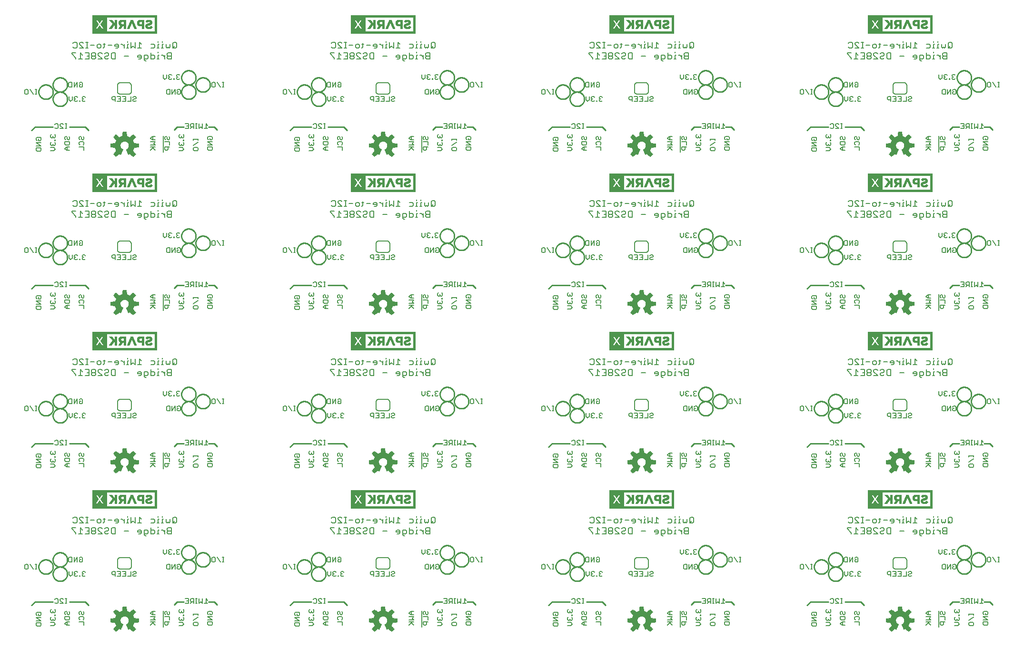
<source format=gbo>
G75*
%MOIN*%
%OFA0B0*%
%FSLAX25Y25*%
%IPPOS*%
%LPD*%
%AMOC8*
5,1,8,0,0,1.08239X$1,22.5*
%
%ADD10C,0.00600*%
%ADD11C,0.00800*%
%ADD12C,0.01000*%
%ADD13C,0.00039*%
%ADD14C,0.00300*%
D10*
X0131630Y0081632D02*
X0131630Y0083334D01*
X0135033Y0083334D01*
X0135033Y0081632D01*
X0134466Y0081065D01*
X0132198Y0081065D01*
X0131630Y0081632D01*
X0131630Y0084748D02*
X0135033Y0084748D01*
X0131630Y0087017D01*
X0135033Y0087017D01*
X0134466Y0088431D02*
X0133332Y0088431D01*
X0133332Y0089566D01*
X0134466Y0090700D02*
X0135033Y0090133D01*
X0135033Y0088999D01*
X0134466Y0088431D01*
X0132198Y0088431D02*
X0131630Y0088999D01*
X0131630Y0090133D01*
X0132198Y0090700D01*
X0134466Y0090700D01*
X0141630Y0090999D02*
X0142198Y0090431D01*
X0142765Y0090431D01*
X0143332Y0090999D01*
X0143899Y0090431D01*
X0144466Y0090431D01*
X0145033Y0090999D01*
X0145033Y0092133D01*
X0144466Y0092700D01*
X0143332Y0091566D02*
X0143332Y0090999D01*
X0141630Y0090999D02*
X0141630Y0092133D01*
X0142198Y0092700D01*
X0144466Y0089017D02*
X0144466Y0088450D01*
X0145033Y0088450D01*
X0145033Y0089017D01*
X0144466Y0089017D01*
X0144466Y0087175D02*
X0145033Y0086608D01*
X0145033Y0085474D01*
X0144466Y0084907D01*
X0143899Y0084907D01*
X0143332Y0085474D01*
X0143332Y0086041D01*
X0143332Y0085474D02*
X0142765Y0084907D01*
X0142198Y0084907D01*
X0141630Y0085474D01*
X0141630Y0086608D01*
X0142198Y0087175D01*
X0141630Y0083492D02*
X0143899Y0083492D01*
X0145033Y0082358D01*
X0143899Y0081224D01*
X0141630Y0081224D01*
X0151630Y0082699D02*
X0152765Y0081565D01*
X0155033Y0081565D01*
X0153332Y0081565D02*
X0153332Y0083834D01*
X0152765Y0083834D02*
X0151630Y0082699D01*
X0152765Y0083834D02*
X0155033Y0083834D01*
X0154466Y0085248D02*
X0155033Y0085815D01*
X0155033Y0087517D01*
X0151630Y0087517D01*
X0151630Y0085815D01*
X0152198Y0085248D01*
X0154466Y0085248D01*
X0154466Y0088931D02*
X0155033Y0089499D01*
X0155033Y0090633D01*
X0154466Y0091200D01*
X0153332Y0090633D02*
X0153332Y0089499D01*
X0153899Y0088931D01*
X0154466Y0088931D01*
X0153332Y0090633D02*
X0152765Y0091200D01*
X0152198Y0091200D01*
X0151630Y0090633D01*
X0151630Y0089499D01*
X0152198Y0088931D01*
X0152466Y0096800D02*
X0152466Y0100203D01*
X0153033Y0100203D02*
X0151899Y0100203D01*
X0150578Y0099636D02*
X0150011Y0100203D01*
X0148876Y0100203D01*
X0148309Y0099636D01*
X0148309Y0099069D01*
X0150578Y0096800D01*
X0148309Y0096800D01*
X0146895Y0097367D02*
X0146328Y0096800D01*
X0145193Y0096800D01*
X0144626Y0097367D01*
X0144626Y0099636D02*
X0145193Y0100203D01*
X0146328Y0100203D01*
X0146895Y0099636D01*
X0146895Y0097367D01*
X0151899Y0096800D02*
X0153033Y0096800D01*
X0161630Y0090633D02*
X0162198Y0091200D01*
X0162765Y0091200D01*
X0163332Y0090633D01*
X0163332Y0089499D01*
X0163899Y0088931D01*
X0164466Y0088931D01*
X0165033Y0089499D01*
X0165033Y0090633D01*
X0164466Y0091200D01*
X0161630Y0090633D02*
X0161630Y0089499D01*
X0162198Y0088931D01*
X0162198Y0087517D02*
X0164466Y0087517D01*
X0165033Y0086950D01*
X0165033Y0085815D01*
X0164466Y0085248D01*
X0165033Y0083834D02*
X0165033Y0081565D01*
X0165033Y0083834D02*
X0161630Y0083834D01*
X0162198Y0085248D02*
X0161630Y0085815D01*
X0161630Y0086950D01*
X0162198Y0087517D01*
X0162350Y0115800D02*
X0161783Y0115800D01*
X0161783Y0116367D01*
X0162350Y0116367D01*
X0162350Y0115800D01*
X0163765Y0116367D02*
X0164332Y0115800D01*
X0165466Y0115800D01*
X0166033Y0116367D01*
X0164899Y0117501D02*
X0164332Y0117501D01*
X0163765Y0116934D01*
X0163765Y0116367D01*
X0164332Y0117501D02*
X0163765Y0118069D01*
X0163765Y0118636D01*
X0164332Y0119203D01*
X0165466Y0119203D01*
X0166033Y0118636D01*
X0160509Y0118636D02*
X0159941Y0119203D01*
X0158807Y0119203D01*
X0158240Y0118636D01*
X0158240Y0118069D01*
X0158807Y0117501D01*
X0158240Y0116934D01*
X0158240Y0116367D01*
X0158807Y0115800D01*
X0159941Y0115800D01*
X0160509Y0116367D01*
X0159374Y0117501D02*
X0158807Y0117501D01*
X0156825Y0116934D02*
X0155691Y0115800D01*
X0154557Y0116934D01*
X0154557Y0119203D01*
X0156825Y0119203D02*
X0156825Y0116934D01*
X0156667Y0125800D02*
X0154966Y0125800D01*
X0154398Y0126367D01*
X0154398Y0128636D01*
X0154966Y0129203D01*
X0156667Y0129203D01*
X0156667Y0125800D01*
X0158082Y0125800D02*
X0158082Y0129203D01*
X0160350Y0129203D02*
X0158082Y0125800D01*
X0160350Y0125800D02*
X0160350Y0129203D01*
X0161765Y0128636D02*
X0162332Y0129203D01*
X0163466Y0129203D01*
X0164033Y0128636D01*
X0164033Y0126367D01*
X0163466Y0125800D01*
X0162332Y0125800D01*
X0161765Y0126367D01*
X0161765Y0127501D01*
X0162899Y0127501D01*
X0184532Y0118636D02*
X0184532Y0117501D01*
X0185099Y0116934D01*
X0186801Y0116934D01*
X0186801Y0115800D02*
X0186801Y0119203D01*
X0185099Y0119203D01*
X0184532Y0118636D01*
X0188215Y0119203D02*
X0190484Y0119203D01*
X0190484Y0115800D01*
X0188215Y0115800D01*
X0189350Y0117501D02*
X0190484Y0117501D01*
X0191898Y0115800D02*
X0194167Y0115800D01*
X0194167Y0119203D01*
X0191898Y0119203D01*
X0193033Y0117501D02*
X0194167Y0117501D01*
X0195582Y0115800D02*
X0197850Y0115800D01*
X0197850Y0119203D01*
X0199265Y0118636D02*
X0199832Y0119203D01*
X0200966Y0119203D01*
X0201533Y0118636D01*
X0201533Y0118069D01*
X0200966Y0117501D01*
X0199832Y0117501D01*
X0199265Y0116934D01*
X0199265Y0116367D01*
X0199832Y0115800D01*
X0200966Y0115800D01*
X0201533Y0116367D01*
X0196333Y0121000D02*
X0190333Y0121000D01*
X0190250Y0121002D01*
X0190167Y0121008D01*
X0190084Y0121017D01*
X0190002Y0121031D01*
X0189921Y0121048D01*
X0189840Y0121069D01*
X0189761Y0121093D01*
X0189683Y0121122D01*
X0189606Y0121153D01*
X0189531Y0121189D01*
X0189457Y0121227D01*
X0189385Y0121270D01*
X0189316Y0121315D01*
X0189248Y0121364D01*
X0189183Y0121415D01*
X0189120Y0121470D01*
X0189060Y0121527D01*
X0189003Y0121587D01*
X0188948Y0121650D01*
X0188897Y0121715D01*
X0188848Y0121783D01*
X0188803Y0121852D01*
X0188760Y0121924D01*
X0188722Y0121998D01*
X0188686Y0122073D01*
X0188655Y0122150D01*
X0188626Y0122228D01*
X0188602Y0122307D01*
X0188581Y0122388D01*
X0188564Y0122469D01*
X0188550Y0122551D01*
X0188541Y0122634D01*
X0188535Y0122717D01*
X0188533Y0122800D01*
X0188533Y0127200D01*
X0188535Y0127283D01*
X0188541Y0127366D01*
X0188550Y0127449D01*
X0188564Y0127531D01*
X0188581Y0127612D01*
X0188602Y0127693D01*
X0188626Y0127772D01*
X0188655Y0127850D01*
X0188686Y0127927D01*
X0188722Y0128002D01*
X0188760Y0128076D01*
X0188803Y0128148D01*
X0188848Y0128217D01*
X0188897Y0128285D01*
X0188948Y0128350D01*
X0189003Y0128413D01*
X0189060Y0128473D01*
X0189120Y0128530D01*
X0189183Y0128585D01*
X0189248Y0128636D01*
X0189316Y0128685D01*
X0189385Y0128730D01*
X0189457Y0128773D01*
X0189531Y0128811D01*
X0189606Y0128847D01*
X0189683Y0128878D01*
X0189761Y0128907D01*
X0189840Y0128931D01*
X0189921Y0128952D01*
X0190002Y0128969D01*
X0190084Y0128983D01*
X0190167Y0128992D01*
X0190250Y0128998D01*
X0190333Y0129000D01*
X0196333Y0129000D01*
X0196416Y0128998D01*
X0196499Y0128992D01*
X0196582Y0128983D01*
X0196664Y0128969D01*
X0196745Y0128952D01*
X0196826Y0128931D01*
X0196905Y0128907D01*
X0196983Y0128878D01*
X0197060Y0128847D01*
X0197135Y0128811D01*
X0197209Y0128773D01*
X0197281Y0128730D01*
X0197350Y0128685D01*
X0197418Y0128636D01*
X0197483Y0128585D01*
X0197546Y0128530D01*
X0197606Y0128473D01*
X0197663Y0128413D01*
X0197718Y0128350D01*
X0197769Y0128285D01*
X0197818Y0128217D01*
X0197863Y0128148D01*
X0197906Y0128076D01*
X0197944Y0128002D01*
X0197980Y0127927D01*
X0198011Y0127850D01*
X0198040Y0127772D01*
X0198064Y0127693D01*
X0198085Y0127612D01*
X0198102Y0127531D01*
X0198116Y0127449D01*
X0198125Y0127366D01*
X0198131Y0127283D01*
X0198133Y0127200D01*
X0198133Y0122800D01*
X0198131Y0122717D01*
X0198125Y0122634D01*
X0198116Y0122551D01*
X0198102Y0122469D01*
X0198085Y0122388D01*
X0198064Y0122307D01*
X0198040Y0122228D01*
X0198011Y0122150D01*
X0197980Y0122073D01*
X0197944Y0121998D01*
X0197906Y0121924D01*
X0197863Y0121852D01*
X0197818Y0121783D01*
X0197769Y0121715D01*
X0197718Y0121650D01*
X0197663Y0121587D01*
X0197606Y0121527D01*
X0197546Y0121470D01*
X0197483Y0121415D01*
X0197418Y0121364D01*
X0197350Y0121315D01*
X0197281Y0121270D01*
X0197209Y0121227D01*
X0197135Y0121189D01*
X0197060Y0121153D01*
X0196983Y0121122D01*
X0196905Y0121093D01*
X0196826Y0121069D01*
X0196745Y0121048D01*
X0196664Y0121031D01*
X0196582Y0121017D01*
X0196499Y0121008D01*
X0196416Y0121002D01*
X0196333Y0121000D01*
X0222898Y0121367D02*
X0222898Y0123636D01*
X0223466Y0124203D01*
X0225167Y0124203D01*
X0225167Y0120800D01*
X0223466Y0120800D01*
X0222898Y0121367D01*
X0226582Y0120800D02*
X0226582Y0124203D01*
X0228850Y0124203D02*
X0226582Y0120800D01*
X0228850Y0120800D02*
X0228850Y0124203D01*
X0230265Y0123636D02*
X0230832Y0124203D01*
X0231966Y0124203D01*
X0232533Y0123636D01*
X0232533Y0121367D01*
X0231966Y0120800D01*
X0230832Y0120800D01*
X0230265Y0121367D01*
X0230265Y0122501D01*
X0231399Y0122501D01*
X0231466Y0131300D02*
X0232033Y0131867D01*
X0231466Y0131300D02*
X0230332Y0131300D01*
X0229765Y0131867D01*
X0229765Y0132434D01*
X0230332Y0133001D01*
X0230899Y0133001D01*
X0230332Y0133001D02*
X0229765Y0133569D01*
X0229765Y0134136D01*
X0230332Y0134703D01*
X0231466Y0134703D01*
X0232033Y0134136D01*
X0228350Y0131867D02*
X0227783Y0131867D01*
X0227783Y0131300D01*
X0228350Y0131300D01*
X0228350Y0131867D01*
X0226509Y0131867D02*
X0225941Y0131300D01*
X0224807Y0131300D01*
X0224240Y0131867D01*
X0224240Y0132434D01*
X0224807Y0133001D01*
X0225374Y0133001D01*
X0224807Y0133001D02*
X0224240Y0133569D01*
X0224240Y0134136D01*
X0224807Y0134703D01*
X0225941Y0134703D01*
X0226509Y0134136D01*
X0222825Y0134703D02*
X0222825Y0132434D01*
X0221691Y0131300D01*
X0220557Y0132434D01*
X0220557Y0134703D01*
X0254626Y0128636D02*
X0255193Y0129203D01*
X0256328Y0129203D01*
X0256895Y0128636D01*
X0256895Y0126367D01*
X0256328Y0125800D01*
X0255193Y0125800D01*
X0254626Y0126367D01*
X0254626Y0128636D01*
X0258309Y0129203D02*
X0260578Y0125800D01*
X0261899Y0125800D02*
X0263033Y0125800D01*
X0262466Y0125800D02*
X0262466Y0129203D01*
X0263033Y0129203D02*
X0261899Y0129203D01*
X0304626Y0123636D02*
X0305193Y0124203D01*
X0306328Y0124203D01*
X0306895Y0123636D01*
X0306895Y0121367D01*
X0306328Y0120800D01*
X0305193Y0120800D01*
X0304626Y0121367D01*
X0304626Y0123636D01*
X0308309Y0124203D02*
X0310578Y0120800D01*
X0311899Y0120800D02*
X0313033Y0120800D01*
X0312466Y0120800D02*
X0312466Y0124203D01*
X0313033Y0124203D02*
X0311899Y0124203D01*
X0335398Y0126367D02*
X0335398Y0128636D01*
X0335966Y0129203D01*
X0337667Y0129203D01*
X0337667Y0125800D01*
X0335966Y0125800D01*
X0335398Y0126367D01*
X0339082Y0125800D02*
X0339082Y0129203D01*
X0341350Y0129203D02*
X0339082Y0125800D01*
X0341350Y0125800D02*
X0341350Y0129203D01*
X0342765Y0128636D02*
X0343332Y0129203D01*
X0344466Y0129203D01*
X0345033Y0128636D01*
X0345033Y0126367D01*
X0344466Y0125800D01*
X0343332Y0125800D01*
X0342765Y0126367D01*
X0342765Y0127501D01*
X0343899Y0127501D01*
X0345332Y0119203D02*
X0344765Y0118636D01*
X0344765Y0118069D01*
X0345332Y0117501D01*
X0344765Y0116934D01*
X0344765Y0116367D01*
X0345332Y0115800D01*
X0346466Y0115800D01*
X0347033Y0116367D01*
X0345899Y0117501D02*
X0345332Y0117501D01*
X0345332Y0119203D02*
X0346466Y0119203D01*
X0347033Y0118636D01*
X0343350Y0116367D02*
X0342783Y0116367D01*
X0342783Y0115800D01*
X0343350Y0115800D01*
X0343350Y0116367D01*
X0341509Y0116367D02*
X0340941Y0115800D01*
X0339807Y0115800D01*
X0339240Y0116367D01*
X0339240Y0116934D01*
X0339807Y0117501D01*
X0340374Y0117501D01*
X0339807Y0117501D02*
X0339240Y0118069D01*
X0339240Y0118636D01*
X0339807Y0119203D01*
X0340941Y0119203D01*
X0341509Y0118636D01*
X0337825Y0119203D02*
X0337825Y0116934D01*
X0336691Y0115800D01*
X0335557Y0116934D01*
X0335557Y0119203D01*
X0365532Y0118636D02*
X0365532Y0117501D01*
X0366099Y0116934D01*
X0367801Y0116934D01*
X0367801Y0115800D02*
X0367801Y0119203D01*
X0366099Y0119203D01*
X0365532Y0118636D01*
X0369215Y0119203D02*
X0371484Y0119203D01*
X0371484Y0115800D01*
X0369215Y0115800D01*
X0370350Y0117501D02*
X0371484Y0117501D01*
X0372898Y0115800D02*
X0375167Y0115800D01*
X0375167Y0119203D01*
X0372898Y0119203D01*
X0374033Y0117501D02*
X0375167Y0117501D01*
X0376582Y0115800D02*
X0378850Y0115800D01*
X0378850Y0119203D01*
X0380265Y0118636D02*
X0380832Y0119203D01*
X0381966Y0119203D01*
X0382533Y0118636D01*
X0382533Y0118069D01*
X0381966Y0117501D01*
X0380832Y0117501D01*
X0380265Y0116934D01*
X0380265Y0116367D01*
X0380832Y0115800D01*
X0381966Y0115800D01*
X0382533Y0116367D01*
X0377333Y0121000D02*
X0371333Y0121000D01*
X0371250Y0121002D01*
X0371167Y0121008D01*
X0371084Y0121017D01*
X0371002Y0121031D01*
X0370921Y0121048D01*
X0370840Y0121069D01*
X0370761Y0121093D01*
X0370683Y0121122D01*
X0370606Y0121153D01*
X0370531Y0121189D01*
X0370457Y0121227D01*
X0370385Y0121270D01*
X0370316Y0121315D01*
X0370248Y0121364D01*
X0370183Y0121415D01*
X0370120Y0121470D01*
X0370060Y0121527D01*
X0370003Y0121587D01*
X0369948Y0121650D01*
X0369897Y0121715D01*
X0369848Y0121783D01*
X0369803Y0121852D01*
X0369760Y0121924D01*
X0369722Y0121998D01*
X0369686Y0122073D01*
X0369655Y0122150D01*
X0369626Y0122228D01*
X0369602Y0122307D01*
X0369581Y0122388D01*
X0369564Y0122469D01*
X0369550Y0122551D01*
X0369541Y0122634D01*
X0369535Y0122717D01*
X0369533Y0122800D01*
X0369533Y0127200D01*
X0369535Y0127283D01*
X0369541Y0127366D01*
X0369550Y0127449D01*
X0369564Y0127531D01*
X0369581Y0127612D01*
X0369602Y0127693D01*
X0369626Y0127772D01*
X0369655Y0127850D01*
X0369686Y0127927D01*
X0369722Y0128002D01*
X0369760Y0128076D01*
X0369803Y0128148D01*
X0369848Y0128217D01*
X0369897Y0128285D01*
X0369948Y0128350D01*
X0370003Y0128413D01*
X0370060Y0128473D01*
X0370120Y0128530D01*
X0370183Y0128585D01*
X0370248Y0128636D01*
X0370316Y0128685D01*
X0370385Y0128730D01*
X0370457Y0128773D01*
X0370531Y0128811D01*
X0370606Y0128847D01*
X0370683Y0128878D01*
X0370761Y0128907D01*
X0370840Y0128931D01*
X0370921Y0128952D01*
X0371002Y0128969D01*
X0371084Y0128983D01*
X0371167Y0128992D01*
X0371250Y0128998D01*
X0371333Y0129000D01*
X0377333Y0129000D01*
X0377416Y0128998D01*
X0377499Y0128992D01*
X0377582Y0128983D01*
X0377664Y0128969D01*
X0377745Y0128952D01*
X0377826Y0128931D01*
X0377905Y0128907D01*
X0377983Y0128878D01*
X0378060Y0128847D01*
X0378135Y0128811D01*
X0378209Y0128773D01*
X0378281Y0128730D01*
X0378350Y0128685D01*
X0378418Y0128636D01*
X0378483Y0128585D01*
X0378546Y0128530D01*
X0378606Y0128473D01*
X0378663Y0128413D01*
X0378718Y0128350D01*
X0378769Y0128285D01*
X0378818Y0128217D01*
X0378863Y0128148D01*
X0378906Y0128076D01*
X0378944Y0128002D01*
X0378980Y0127927D01*
X0379011Y0127850D01*
X0379040Y0127772D01*
X0379064Y0127693D01*
X0379085Y0127612D01*
X0379102Y0127531D01*
X0379116Y0127449D01*
X0379125Y0127366D01*
X0379131Y0127283D01*
X0379133Y0127200D01*
X0379133Y0122800D01*
X0379131Y0122717D01*
X0379125Y0122634D01*
X0379116Y0122551D01*
X0379102Y0122469D01*
X0379085Y0122388D01*
X0379064Y0122307D01*
X0379040Y0122228D01*
X0379011Y0122150D01*
X0378980Y0122073D01*
X0378944Y0121998D01*
X0378906Y0121924D01*
X0378863Y0121852D01*
X0378818Y0121783D01*
X0378769Y0121715D01*
X0378718Y0121650D01*
X0378663Y0121587D01*
X0378606Y0121527D01*
X0378546Y0121470D01*
X0378483Y0121415D01*
X0378418Y0121364D01*
X0378350Y0121315D01*
X0378281Y0121270D01*
X0378209Y0121227D01*
X0378135Y0121189D01*
X0378060Y0121153D01*
X0377983Y0121122D01*
X0377905Y0121093D01*
X0377826Y0121069D01*
X0377745Y0121048D01*
X0377664Y0121031D01*
X0377582Y0121017D01*
X0377499Y0121008D01*
X0377416Y0121002D01*
X0377333Y0121000D01*
X0403898Y0121367D02*
X0403898Y0123636D01*
X0404466Y0124203D01*
X0406167Y0124203D01*
X0406167Y0120800D01*
X0404466Y0120800D01*
X0403898Y0121367D01*
X0407582Y0120800D02*
X0407582Y0124203D01*
X0409850Y0124203D02*
X0407582Y0120800D01*
X0409850Y0120800D02*
X0409850Y0124203D01*
X0411265Y0123636D02*
X0411832Y0124203D01*
X0412966Y0124203D01*
X0413533Y0123636D01*
X0413533Y0121367D01*
X0412966Y0120800D01*
X0411832Y0120800D01*
X0411265Y0121367D01*
X0411265Y0122501D01*
X0412399Y0122501D01*
X0412466Y0131300D02*
X0413033Y0131867D01*
X0412466Y0131300D02*
X0411332Y0131300D01*
X0410765Y0131867D01*
X0410765Y0132434D01*
X0411332Y0133001D01*
X0411899Y0133001D01*
X0411332Y0133001D02*
X0410765Y0133569D01*
X0410765Y0134136D01*
X0411332Y0134703D01*
X0412466Y0134703D01*
X0413033Y0134136D01*
X0409350Y0131867D02*
X0408783Y0131867D01*
X0408783Y0131300D01*
X0409350Y0131300D01*
X0409350Y0131867D01*
X0407509Y0131867D02*
X0406941Y0131300D01*
X0405807Y0131300D01*
X0405240Y0131867D01*
X0405240Y0132434D01*
X0405807Y0133001D01*
X0406374Y0133001D01*
X0405807Y0133001D02*
X0405240Y0133569D01*
X0405240Y0134136D01*
X0405807Y0134703D01*
X0406941Y0134703D01*
X0407509Y0134136D01*
X0403825Y0134703D02*
X0403825Y0132434D01*
X0402691Y0131300D01*
X0401557Y0132434D01*
X0401557Y0134703D01*
X0435626Y0128636D02*
X0436193Y0129203D01*
X0437328Y0129203D01*
X0437895Y0128636D01*
X0437895Y0126367D01*
X0437328Y0125800D01*
X0436193Y0125800D01*
X0435626Y0126367D01*
X0435626Y0128636D01*
X0439309Y0129203D02*
X0441578Y0125800D01*
X0442899Y0125800D02*
X0444033Y0125800D01*
X0443466Y0125800D02*
X0443466Y0129203D01*
X0444033Y0129203D02*
X0442899Y0129203D01*
X0485626Y0123636D02*
X0486193Y0124203D01*
X0487328Y0124203D01*
X0487895Y0123636D01*
X0487895Y0121367D01*
X0487328Y0120800D01*
X0486193Y0120800D01*
X0485626Y0121367D01*
X0485626Y0123636D01*
X0489309Y0124203D02*
X0491578Y0120800D01*
X0492899Y0120800D02*
X0494033Y0120800D01*
X0493466Y0120800D02*
X0493466Y0124203D01*
X0494033Y0124203D02*
X0492899Y0124203D01*
X0516398Y0126367D02*
X0516398Y0128636D01*
X0516966Y0129203D01*
X0518667Y0129203D01*
X0518667Y0125800D01*
X0516966Y0125800D01*
X0516398Y0126367D01*
X0520082Y0125800D02*
X0520082Y0129203D01*
X0522350Y0129203D02*
X0520082Y0125800D01*
X0522350Y0125800D02*
X0522350Y0129203D01*
X0523765Y0128636D02*
X0524332Y0129203D01*
X0525466Y0129203D01*
X0526033Y0128636D01*
X0526033Y0126367D01*
X0525466Y0125800D01*
X0524332Y0125800D01*
X0523765Y0126367D01*
X0523765Y0127501D01*
X0524899Y0127501D01*
X0526332Y0119203D02*
X0525765Y0118636D01*
X0525765Y0118069D01*
X0526332Y0117501D01*
X0525765Y0116934D01*
X0525765Y0116367D01*
X0526332Y0115800D01*
X0527466Y0115800D01*
X0528033Y0116367D01*
X0526899Y0117501D02*
X0526332Y0117501D01*
X0526332Y0119203D02*
X0527466Y0119203D01*
X0528033Y0118636D01*
X0524350Y0116367D02*
X0523783Y0116367D01*
X0523783Y0115800D01*
X0524350Y0115800D01*
X0524350Y0116367D01*
X0522509Y0116367D02*
X0521941Y0115800D01*
X0520807Y0115800D01*
X0520240Y0116367D01*
X0520240Y0116934D01*
X0520807Y0117501D01*
X0521374Y0117501D01*
X0520807Y0117501D02*
X0520240Y0118069D01*
X0520240Y0118636D01*
X0520807Y0119203D01*
X0521941Y0119203D01*
X0522509Y0118636D01*
X0518825Y0119203D02*
X0518825Y0116934D01*
X0517691Y0115800D01*
X0516557Y0116934D01*
X0516557Y0119203D01*
X0546532Y0118636D02*
X0546532Y0117501D01*
X0547099Y0116934D01*
X0548801Y0116934D01*
X0548801Y0115800D02*
X0548801Y0119203D01*
X0547099Y0119203D01*
X0546532Y0118636D01*
X0550215Y0119203D02*
X0552484Y0119203D01*
X0552484Y0115800D01*
X0550215Y0115800D01*
X0551350Y0117501D02*
X0552484Y0117501D01*
X0553898Y0115800D02*
X0556167Y0115800D01*
X0556167Y0119203D01*
X0553898Y0119203D01*
X0555033Y0117501D02*
X0556167Y0117501D01*
X0557582Y0115800D02*
X0559850Y0115800D01*
X0559850Y0119203D01*
X0561265Y0118636D02*
X0561832Y0119203D01*
X0562966Y0119203D01*
X0563533Y0118636D01*
X0563533Y0118069D01*
X0562966Y0117501D01*
X0561832Y0117501D01*
X0561265Y0116934D01*
X0561265Y0116367D01*
X0561832Y0115800D01*
X0562966Y0115800D01*
X0563533Y0116367D01*
X0558333Y0121000D02*
X0552333Y0121000D01*
X0552250Y0121002D01*
X0552167Y0121008D01*
X0552084Y0121017D01*
X0552002Y0121031D01*
X0551921Y0121048D01*
X0551840Y0121069D01*
X0551761Y0121093D01*
X0551683Y0121122D01*
X0551606Y0121153D01*
X0551531Y0121189D01*
X0551457Y0121227D01*
X0551385Y0121270D01*
X0551316Y0121315D01*
X0551248Y0121364D01*
X0551183Y0121415D01*
X0551120Y0121470D01*
X0551060Y0121527D01*
X0551003Y0121587D01*
X0550948Y0121650D01*
X0550897Y0121715D01*
X0550848Y0121783D01*
X0550803Y0121852D01*
X0550760Y0121924D01*
X0550722Y0121998D01*
X0550686Y0122073D01*
X0550655Y0122150D01*
X0550626Y0122228D01*
X0550602Y0122307D01*
X0550581Y0122388D01*
X0550564Y0122469D01*
X0550550Y0122551D01*
X0550541Y0122634D01*
X0550535Y0122717D01*
X0550533Y0122800D01*
X0550533Y0127200D01*
X0550535Y0127283D01*
X0550541Y0127366D01*
X0550550Y0127449D01*
X0550564Y0127531D01*
X0550581Y0127612D01*
X0550602Y0127693D01*
X0550626Y0127772D01*
X0550655Y0127850D01*
X0550686Y0127927D01*
X0550722Y0128002D01*
X0550760Y0128076D01*
X0550803Y0128148D01*
X0550848Y0128217D01*
X0550897Y0128285D01*
X0550948Y0128350D01*
X0551003Y0128413D01*
X0551060Y0128473D01*
X0551120Y0128530D01*
X0551183Y0128585D01*
X0551248Y0128636D01*
X0551316Y0128685D01*
X0551385Y0128730D01*
X0551457Y0128773D01*
X0551531Y0128811D01*
X0551606Y0128847D01*
X0551683Y0128878D01*
X0551761Y0128907D01*
X0551840Y0128931D01*
X0551921Y0128952D01*
X0552002Y0128969D01*
X0552084Y0128983D01*
X0552167Y0128992D01*
X0552250Y0128998D01*
X0552333Y0129000D01*
X0558333Y0129000D01*
X0558416Y0128998D01*
X0558499Y0128992D01*
X0558582Y0128983D01*
X0558664Y0128969D01*
X0558745Y0128952D01*
X0558826Y0128931D01*
X0558905Y0128907D01*
X0558983Y0128878D01*
X0559060Y0128847D01*
X0559135Y0128811D01*
X0559209Y0128773D01*
X0559281Y0128730D01*
X0559350Y0128685D01*
X0559418Y0128636D01*
X0559483Y0128585D01*
X0559546Y0128530D01*
X0559606Y0128473D01*
X0559663Y0128413D01*
X0559718Y0128350D01*
X0559769Y0128285D01*
X0559818Y0128217D01*
X0559863Y0128148D01*
X0559906Y0128076D01*
X0559944Y0128002D01*
X0559980Y0127927D01*
X0560011Y0127850D01*
X0560040Y0127772D01*
X0560064Y0127693D01*
X0560085Y0127612D01*
X0560102Y0127531D01*
X0560116Y0127449D01*
X0560125Y0127366D01*
X0560131Y0127283D01*
X0560133Y0127200D01*
X0560133Y0122800D01*
X0560131Y0122717D01*
X0560125Y0122634D01*
X0560116Y0122551D01*
X0560102Y0122469D01*
X0560085Y0122388D01*
X0560064Y0122307D01*
X0560040Y0122228D01*
X0560011Y0122150D01*
X0559980Y0122073D01*
X0559944Y0121998D01*
X0559906Y0121924D01*
X0559863Y0121852D01*
X0559818Y0121783D01*
X0559769Y0121715D01*
X0559718Y0121650D01*
X0559663Y0121587D01*
X0559606Y0121527D01*
X0559546Y0121470D01*
X0559483Y0121415D01*
X0559418Y0121364D01*
X0559350Y0121315D01*
X0559281Y0121270D01*
X0559209Y0121227D01*
X0559135Y0121189D01*
X0559060Y0121153D01*
X0558983Y0121122D01*
X0558905Y0121093D01*
X0558826Y0121069D01*
X0558745Y0121048D01*
X0558664Y0121031D01*
X0558582Y0121017D01*
X0558499Y0121008D01*
X0558416Y0121002D01*
X0558333Y0121000D01*
X0584898Y0121367D02*
X0584898Y0123636D01*
X0585466Y0124203D01*
X0587167Y0124203D01*
X0587167Y0120800D01*
X0585466Y0120800D01*
X0584898Y0121367D01*
X0588582Y0120800D02*
X0588582Y0124203D01*
X0590850Y0124203D02*
X0588582Y0120800D01*
X0590850Y0120800D02*
X0590850Y0124203D01*
X0592265Y0123636D02*
X0592832Y0124203D01*
X0593966Y0124203D01*
X0594533Y0123636D01*
X0594533Y0121367D01*
X0593966Y0120800D01*
X0592832Y0120800D01*
X0592265Y0121367D01*
X0592265Y0122501D01*
X0593399Y0122501D01*
X0593466Y0131300D02*
X0594033Y0131867D01*
X0593466Y0131300D02*
X0592332Y0131300D01*
X0591765Y0131867D01*
X0591765Y0132434D01*
X0592332Y0133001D01*
X0592899Y0133001D01*
X0592332Y0133001D02*
X0591765Y0133569D01*
X0591765Y0134136D01*
X0592332Y0134703D01*
X0593466Y0134703D01*
X0594033Y0134136D01*
X0590350Y0131867D02*
X0589783Y0131867D01*
X0589783Y0131300D01*
X0590350Y0131300D01*
X0590350Y0131867D01*
X0588509Y0131867D02*
X0587941Y0131300D01*
X0586807Y0131300D01*
X0586240Y0131867D01*
X0586240Y0132434D01*
X0586807Y0133001D01*
X0587374Y0133001D01*
X0586807Y0133001D02*
X0586240Y0133569D01*
X0586240Y0134136D01*
X0586807Y0134703D01*
X0587941Y0134703D01*
X0588509Y0134136D01*
X0584825Y0134703D02*
X0584825Y0132434D01*
X0583691Y0131300D01*
X0582557Y0132434D01*
X0582557Y0134703D01*
X0616626Y0128636D02*
X0617193Y0129203D01*
X0618328Y0129203D01*
X0618895Y0128636D01*
X0618895Y0126367D01*
X0618328Y0125800D01*
X0617193Y0125800D01*
X0616626Y0126367D01*
X0616626Y0128636D01*
X0620309Y0129203D02*
X0622578Y0125800D01*
X0623899Y0125800D02*
X0625033Y0125800D01*
X0624466Y0125800D02*
X0624466Y0129203D01*
X0625033Y0129203D02*
X0623899Y0129203D01*
X0666626Y0123636D02*
X0667193Y0124203D01*
X0668328Y0124203D01*
X0668895Y0123636D01*
X0668895Y0121367D01*
X0668328Y0120800D01*
X0667193Y0120800D01*
X0666626Y0121367D01*
X0666626Y0123636D01*
X0670309Y0124203D02*
X0672578Y0120800D01*
X0673899Y0120800D02*
X0675033Y0120800D01*
X0674466Y0120800D02*
X0674466Y0124203D01*
X0675033Y0124203D02*
X0673899Y0124203D01*
X0697398Y0126367D02*
X0697398Y0128636D01*
X0697966Y0129203D01*
X0699667Y0129203D01*
X0699667Y0125800D01*
X0697966Y0125800D01*
X0697398Y0126367D01*
X0701082Y0125800D02*
X0701082Y0129203D01*
X0703350Y0129203D02*
X0701082Y0125800D01*
X0703350Y0125800D02*
X0703350Y0129203D01*
X0704765Y0128636D02*
X0705332Y0129203D01*
X0706466Y0129203D01*
X0707033Y0128636D01*
X0707033Y0126367D01*
X0706466Y0125800D01*
X0705332Y0125800D01*
X0704765Y0126367D01*
X0704765Y0127501D01*
X0705899Y0127501D01*
X0707332Y0119203D02*
X0706765Y0118636D01*
X0706765Y0118069D01*
X0707332Y0117501D01*
X0706765Y0116934D01*
X0706765Y0116367D01*
X0707332Y0115800D01*
X0708466Y0115800D01*
X0709033Y0116367D01*
X0707899Y0117501D02*
X0707332Y0117501D01*
X0707332Y0119203D02*
X0708466Y0119203D01*
X0709033Y0118636D01*
X0705350Y0116367D02*
X0704783Y0116367D01*
X0704783Y0115800D01*
X0705350Y0115800D01*
X0705350Y0116367D01*
X0703509Y0116367D02*
X0702941Y0115800D01*
X0701807Y0115800D01*
X0701240Y0116367D01*
X0701240Y0116934D01*
X0701807Y0117501D01*
X0702374Y0117501D01*
X0701807Y0117501D02*
X0701240Y0118069D01*
X0701240Y0118636D01*
X0701807Y0119203D01*
X0702941Y0119203D01*
X0703509Y0118636D01*
X0699825Y0119203D02*
X0699825Y0116934D01*
X0698691Y0115800D01*
X0697557Y0116934D01*
X0697557Y0119203D01*
X0727532Y0118636D02*
X0727532Y0117501D01*
X0728099Y0116934D01*
X0729801Y0116934D01*
X0729801Y0115800D02*
X0729801Y0119203D01*
X0728099Y0119203D01*
X0727532Y0118636D01*
X0731215Y0119203D02*
X0733484Y0119203D01*
X0733484Y0115800D01*
X0731215Y0115800D01*
X0732350Y0117501D02*
X0733484Y0117501D01*
X0734898Y0115800D02*
X0737167Y0115800D01*
X0737167Y0119203D01*
X0734898Y0119203D01*
X0736033Y0117501D02*
X0737167Y0117501D01*
X0738582Y0115800D02*
X0740850Y0115800D01*
X0740850Y0119203D01*
X0742265Y0118636D02*
X0742832Y0119203D01*
X0743966Y0119203D01*
X0744533Y0118636D01*
X0744533Y0118069D01*
X0743966Y0117501D01*
X0742832Y0117501D01*
X0742265Y0116934D01*
X0742265Y0116367D01*
X0742832Y0115800D01*
X0743966Y0115800D01*
X0744533Y0116367D01*
X0739333Y0121000D02*
X0733333Y0121000D01*
X0733250Y0121002D01*
X0733167Y0121008D01*
X0733084Y0121017D01*
X0733002Y0121031D01*
X0732921Y0121048D01*
X0732840Y0121069D01*
X0732761Y0121093D01*
X0732683Y0121122D01*
X0732606Y0121153D01*
X0732531Y0121189D01*
X0732457Y0121227D01*
X0732385Y0121270D01*
X0732316Y0121315D01*
X0732248Y0121364D01*
X0732183Y0121415D01*
X0732120Y0121470D01*
X0732060Y0121527D01*
X0732003Y0121587D01*
X0731948Y0121650D01*
X0731897Y0121715D01*
X0731848Y0121783D01*
X0731803Y0121852D01*
X0731760Y0121924D01*
X0731722Y0121998D01*
X0731686Y0122073D01*
X0731655Y0122150D01*
X0731626Y0122228D01*
X0731602Y0122307D01*
X0731581Y0122388D01*
X0731564Y0122469D01*
X0731550Y0122551D01*
X0731541Y0122634D01*
X0731535Y0122717D01*
X0731533Y0122800D01*
X0731533Y0127200D01*
X0731535Y0127283D01*
X0731541Y0127366D01*
X0731550Y0127449D01*
X0731564Y0127531D01*
X0731581Y0127612D01*
X0731602Y0127693D01*
X0731626Y0127772D01*
X0731655Y0127850D01*
X0731686Y0127927D01*
X0731722Y0128002D01*
X0731760Y0128076D01*
X0731803Y0128148D01*
X0731848Y0128217D01*
X0731897Y0128285D01*
X0731948Y0128350D01*
X0732003Y0128413D01*
X0732060Y0128473D01*
X0732120Y0128530D01*
X0732183Y0128585D01*
X0732248Y0128636D01*
X0732316Y0128685D01*
X0732385Y0128730D01*
X0732457Y0128773D01*
X0732531Y0128811D01*
X0732606Y0128847D01*
X0732683Y0128878D01*
X0732761Y0128907D01*
X0732840Y0128931D01*
X0732921Y0128952D01*
X0733002Y0128969D01*
X0733084Y0128983D01*
X0733167Y0128992D01*
X0733250Y0128998D01*
X0733333Y0129000D01*
X0739333Y0129000D01*
X0739416Y0128998D01*
X0739499Y0128992D01*
X0739582Y0128983D01*
X0739664Y0128969D01*
X0739745Y0128952D01*
X0739826Y0128931D01*
X0739905Y0128907D01*
X0739983Y0128878D01*
X0740060Y0128847D01*
X0740135Y0128811D01*
X0740209Y0128773D01*
X0740281Y0128730D01*
X0740350Y0128685D01*
X0740418Y0128636D01*
X0740483Y0128585D01*
X0740546Y0128530D01*
X0740606Y0128473D01*
X0740663Y0128413D01*
X0740718Y0128350D01*
X0740769Y0128285D01*
X0740818Y0128217D01*
X0740863Y0128148D01*
X0740906Y0128076D01*
X0740944Y0128002D01*
X0740980Y0127927D01*
X0741011Y0127850D01*
X0741040Y0127772D01*
X0741064Y0127693D01*
X0741085Y0127612D01*
X0741102Y0127531D01*
X0741116Y0127449D01*
X0741125Y0127366D01*
X0741131Y0127283D01*
X0741133Y0127200D01*
X0741133Y0122800D01*
X0741131Y0122717D01*
X0741125Y0122634D01*
X0741116Y0122551D01*
X0741102Y0122469D01*
X0741085Y0122388D01*
X0741064Y0122307D01*
X0741040Y0122228D01*
X0741011Y0122150D01*
X0740980Y0122073D01*
X0740944Y0121998D01*
X0740906Y0121924D01*
X0740863Y0121852D01*
X0740818Y0121783D01*
X0740769Y0121715D01*
X0740718Y0121650D01*
X0740663Y0121587D01*
X0740606Y0121527D01*
X0740546Y0121470D01*
X0740483Y0121415D01*
X0740418Y0121364D01*
X0740350Y0121315D01*
X0740281Y0121270D01*
X0740209Y0121227D01*
X0740135Y0121189D01*
X0740060Y0121153D01*
X0739983Y0121122D01*
X0739905Y0121093D01*
X0739826Y0121069D01*
X0739745Y0121048D01*
X0739664Y0121031D01*
X0739582Y0121017D01*
X0739499Y0121008D01*
X0739416Y0121002D01*
X0739333Y0121000D01*
X0763557Y0132434D02*
X0763557Y0134703D01*
X0765825Y0134703D02*
X0765825Y0132434D01*
X0764691Y0131300D01*
X0763557Y0132434D01*
X0767240Y0132434D02*
X0767240Y0131867D01*
X0767807Y0131300D01*
X0768941Y0131300D01*
X0769509Y0131867D01*
X0770783Y0131867D02*
X0770783Y0131300D01*
X0771350Y0131300D01*
X0771350Y0131867D01*
X0770783Y0131867D01*
X0772765Y0131867D02*
X0773332Y0131300D01*
X0774466Y0131300D01*
X0775033Y0131867D01*
X0773899Y0133001D02*
X0773332Y0133001D01*
X0772765Y0132434D01*
X0772765Y0131867D01*
X0773332Y0133001D02*
X0772765Y0133569D01*
X0772765Y0134136D01*
X0773332Y0134703D01*
X0774466Y0134703D01*
X0775033Y0134136D01*
X0769509Y0134136D02*
X0768941Y0134703D01*
X0767807Y0134703D01*
X0767240Y0134136D01*
X0767240Y0133569D01*
X0767807Y0133001D01*
X0767240Y0132434D01*
X0767807Y0133001D02*
X0768374Y0133001D01*
X0768167Y0124203D02*
X0766466Y0124203D01*
X0765898Y0123636D01*
X0765898Y0121367D01*
X0766466Y0120800D01*
X0768167Y0120800D01*
X0768167Y0124203D01*
X0769582Y0124203D02*
X0769582Y0120800D01*
X0771850Y0124203D01*
X0771850Y0120800D01*
X0773265Y0121367D02*
X0773265Y0122501D01*
X0774399Y0122501D01*
X0773265Y0121367D02*
X0773832Y0120800D01*
X0774966Y0120800D01*
X0775533Y0121367D01*
X0775533Y0123636D01*
X0774966Y0124203D01*
X0773832Y0124203D01*
X0773265Y0123636D01*
X0797626Y0126367D02*
X0797626Y0128636D01*
X0798193Y0129203D01*
X0799328Y0129203D01*
X0799895Y0128636D01*
X0799895Y0126367D01*
X0799328Y0125800D01*
X0798193Y0125800D01*
X0797626Y0126367D01*
X0801309Y0129203D02*
X0803578Y0125800D01*
X0804899Y0125800D02*
X0806033Y0125800D01*
X0805466Y0125800D02*
X0805466Y0129203D01*
X0806033Y0129203D02*
X0804899Y0129203D01*
X0793493Y0100203D02*
X0793493Y0096800D01*
X0794627Y0096800D02*
X0792359Y0096800D01*
X0790944Y0096800D02*
X0790944Y0100203D01*
X0788676Y0100203D02*
X0788676Y0096800D01*
X0789810Y0097934D01*
X0790944Y0096800D01*
X0787261Y0096800D02*
X0786127Y0096800D01*
X0786694Y0096800D02*
X0786694Y0100203D01*
X0787261Y0100203D02*
X0786127Y0100203D01*
X0784806Y0100203D02*
X0783104Y0100203D01*
X0782537Y0099636D01*
X0782537Y0098501D01*
X0783104Y0097934D01*
X0784806Y0097934D01*
X0784806Y0096800D02*
X0784806Y0100203D01*
X0783671Y0097934D02*
X0782537Y0096800D01*
X0781122Y0096800D02*
X0778854Y0096800D01*
X0779988Y0098501D02*
X0781122Y0098501D01*
X0781122Y0096800D02*
X0781122Y0100203D01*
X0778854Y0100203D01*
X0777466Y0092700D02*
X0778033Y0092133D01*
X0778033Y0090999D01*
X0777466Y0090431D01*
X0776899Y0090431D01*
X0776332Y0090999D01*
X0776332Y0091566D01*
X0776332Y0090999D02*
X0775765Y0090431D01*
X0775198Y0090431D01*
X0774630Y0090999D01*
X0774630Y0092133D01*
X0775198Y0092700D01*
X0777466Y0089017D02*
X0777466Y0088450D01*
X0778033Y0088450D01*
X0778033Y0089017D01*
X0777466Y0089017D01*
X0777466Y0087175D02*
X0778033Y0086608D01*
X0778033Y0085474D01*
X0777466Y0084907D01*
X0776899Y0084907D01*
X0776332Y0085474D01*
X0776332Y0086041D01*
X0776332Y0085474D02*
X0775765Y0084907D01*
X0775198Y0084907D01*
X0774630Y0085474D01*
X0774630Y0086608D01*
X0775198Y0087175D01*
X0774630Y0083492D02*
X0776899Y0083492D01*
X0778033Y0082358D01*
X0776899Y0081224D01*
X0774630Y0081224D01*
X0768033Y0083834D02*
X0764630Y0083834D01*
X0764630Y0082132D01*
X0765198Y0081565D01*
X0766332Y0081565D01*
X0766899Y0082132D01*
X0766899Y0083834D01*
X0768033Y0085248D02*
X0768033Y0087517D01*
X0764630Y0087517D01*
X0765198Y0088931D02*
X0764630Y0089499D01*
X0764630Y0090633D01*
X0765198Y0091200D01*
X0765765Y0091200D01*
X0766332Y0090633D01*
X0766332Y0089499D01*
X0766899Y0088931D01*
X0767466Y0088931D01*
X0768033Y0089499D01*
X0768033Y0090633D01*
X0767466Y0091200D01*
X0763433Y0091500D02*
X0763433Y0080451D01*
X0758033Y0081565D02*
X0756332Y0083267D01*
X0756899Y0083834D02*
X0754630Y0081565D01*
X0754630Y0083834D02*
X0758033Y0083834D01*
X0758033Y0085248D02*
X0754630Y0085248D01*
X0754630Y0087517D02*
X0758033Y0087517D01*
X0756899Y0086383D01*
X0758033Y0085248D01*
X0758033Y0088931D02*
X0755765Y0088931D01*
X0754630Y0090066D01*
X0755765Y0091200D01*
X0758033Y0091200D01*
X0756332Y0091200D02*
X0756332Y0088931D01*
X0784630Y0089133D02*
X0788033Y0089133D01*
X0788033Y0089700D02*
X0788033Y0088566D01*
X0788033Y0087245D02*
X0784630Y0084976D01*
X0785198Y0083561D02*
X0787466Y0083561D01*
X0788033Y0082994D01*
X0788033Y0081860D01*
X0787466Y0081293D01*
X0785198Y0081293D01*
X0784630Y0081860D01*
X0784630Y0082994D01*
X0785198Y0083561D01*
X0784630Y0088566D02*
X0784630Y0089700D01*
X0794630Y0089499D02*
X0794630Y0090633D01*
X0795198Y0091200D01*
X0797466Y0091200D01*
X0798033Y0090633D01*
X0798033Y0089499D01*
X0797466Y0088931D01*
X0796332Y0088931D01*
X0796332Y0090066D01*
X0795198Y0088931D02*
X0794630Y0089499D01*
X0794630Y0087517D02*
X0798033Y0085248D01*
X0794630Y0085248D01*
X0794630Y0083834D02*
X0794630Y0082132D01*
X0795198Y0081565D01*
X0797466Y0081565D01*
X0798033Y0082132D01*
X0798033Y0083834D01*
X0794630Y0083834D01*
X0794630Y0087517D02*
X0798033Y0087517D01*
X0794627Y0099069D02*
X0793493Y0100203D01*
X0708033Y0090633D02*
X0707466Y0091200D01*
X0708033Y0090633D02*
X0708033Y0089499D01*
X0707466Y0088931D01*
X0706899Y0088931D01*
X0706332Y0089499D01*
X0706332Y0090633D01*
X0705765Y0091200D01*
X0705198Y0091200D01*
X0704630Y0090633D01*
X0704630Y0089499D01*
X0705198Y0088931D01*
X0705198Y0087517D02*
X0707466Y0087517D01*
X0708033Y0086950D01*
X0708033Y0085815D01*
X0707466Y0085248D01*
X0708033Y0083834D02*
X0708033Y0081565D01*
X0708033Y0083834D02*
X0704630Y0083834D01*
X0705198Y0085248D02*
X0704630Y0085815D01*
X0704630Y0086950D01*
X0705198Y0087517D01*
X0698033Y0087517D02*
X0698033Y0085815D01*
X0697466Y0085248D01*
X0695198Y0085248D01*
X0694630Y0085815D01*
X0694630Y0087517D01*
X0698033Y0087517D01*
X0697466Y0088931D02*
X0698033Y0089499D01*
X0698033Y0090633D01*
X0697466Y0091200D01*
X0696332Y0090633D02*
X0696332Y0089499D01*
X0696899Y0088931D01*
X0697466Y0088931D01*
X0696332Y0090633D02*
X0695765Y0091200D01*
X0695198Y0091200D01*
X0694630Y0090633D01*
X0694630Y0089499D01*
X0695198Y0088931D01*
X0695765Y0083834D02*
X0694630Y0082699D01*
X0695765Y0081565D01*
X0698033Y0081565D01*
X0696332Y0081565D02*
X0696332Y0083834D01*
X0695765Y0083834D02*
X0698033Y0083834D01*
X0688033Y0082358D02*
X0686899Y0081224D01*
X0684630Y0081224D01*
X0684630Y0083492D02*
X0686899Y0083492D01*
X0688033Y0082358D01*
X0687466Y0084907D02*
X0688033Y0085474D01*
X0688033Y0086608D01*
X0687466Y0087175D01*
X0687466Y0088450D02*
X0688033Y0088450D01*
X0688033Y0089017D01*
X0687466Y0089017D01*
X0687466Y0088450D01*
X0687466Y0090431D02*
X0688033Y0090999D01*
X0688033Y0092133D01*
X0687466Y0092700D01*
X0686332Y0091566D02*
X0686332Y0090999D01*
X0686899Y0090431D01*
X0687466Y0090431D01*
X0686332Y0090999D02*
X0685765Y0090431D01*
X0685198Y0090431D01*
X0684630Y0090999D01*
X0684630Y0092133D01*
X0685198Y0092700D01*
X0688193Y0096800D02*
X0687626Y0097367D01*
X0688193Y0096800D02*
X0689328Y0096800D01*
X0689895Y0097367D01*
X0689895Y0099636D01*
X0689328Y0100203D01*
X0688193Y0100203D01*
X0687626Y0099636D01*
X0691309Y0099636D02*
X0691876Y0100203D01*
X0693011Y0100203D01*
X0693578Y0099636D01*
X0694899Y0100203D02*
X0696033Y0100203D01*
X0695466Y0100203D02*
X0695466Y0096800D01*
X0696033Y0096800D02*
X0694899Y0096800D01*
X0693578Y0096800D02*
X0691309Y0099069D01*
X0691309Y0099636D01*
X0691309Y0096800D02*
X0693578Y0096800D01*
X0685198Y0087175D02*
X0684630Y0086608D01*
X0684630Y0085474D01*
X0685198Y0084907D01*
X0685765Y0084907D01*
X0686332Y0085474D01*
X0686899Y0084907D01*
X0687466Y0084907D01*
X0686332Y0085474D02*
X0686332Y0086041D01*
X0678033Y0087017D02*
X0674630Y0087017D01*
X0678033Y0084748D01*
X0674630Y0084748D01*
X0674630Y0083334D02*
X0674630Y0081632D01*
X0675198Y0081065D01*
X0677466Y0081065D01*
X0678033Y0081632D01*
X0678033Y0083334D01*
X0674630Y0083334D01*
X0675198Y0088431D02*
X0674630Y0088999D01*
X0674630Y0090133D01*
X0675198Y0090700D01*
X0677466Y0090700D01*
X0678033Y0090133D01*
X0678033Y0088999D01*
X0677466Y0088431D01*
X0676332Y0088431D01*
X0676332Y0089566D01*
X0617033Y0089499D02*
X0616466Y0088931D01*
X0615332Y0088931D01*
X0615332Y0090066D01*
X0616466Y0091200D02*
X0617033Y0090633D01*
X0617033Y0089499D01*
X0616466Y0091200D02*
X0614198Y0091200D01*
X0613630Y0090633D01*
X0613630Y0089499D01*
X0614198Y0088931D01*
X0613630Y0087517D02*
X0617033Y0085248D01*
X0613630Y0085248D01*
X0613630Y0083834D02*
X0613630Y0082132D01*
X0614198Y0081565D01*
X0616466Y0081565D01*
X0617033Y0082132D01*
X0617033Y0083834D01*
X0613630Y0083834D01*
X0613630Y0087517D02*
X0617033Y0087517D01*
X0607033Y0087245D02*
X0603630Y0084976D01*
X0604198Y0083561D02*
X0606466Y0083561D01*
X0607033Y0082994D01*
X0607033Y0081860D01*
X0606466Y0081293D01*
X0604198Y0081293D01*
X0603630Y0081860D01*
X0603630Y0082994D01*
X0604198Y0083561D01*
X0603630Y0088566D02*
X0603630Y0089700D01*
X0603630Y0089133D02*
X0607033Y0089133D01*
X0607033Y0089700D02*
X0607033Y0088566D01*
X0607676Y0096800D02*
X0607676Y0100203D01*
X0606261Y0100203D02*
X0605127Y0100203D01*
X0605694Y0100203D02*
X0605694Y0096800D01*
X0606261Y0096800D02*
X0605127Y0096800D01*
X0603806Y0096800D02*
X0603806Y0100203D01*
X0602104Y0100203D01*
X0601537Y0099636D01*
X0601537Y0098501D01*
X0602104Y0097934D01*
X0603806Y0097934D01*
X0602671Y0097934D02*
X0601537Y0096800D01*
X0600122Y0096800D02*
X0597854Y0096800D01*
X0598988Y0098501D02*
X0600122Y0098501D01*
X0600122Y0096800D02*
X0600122Y0100203D01*
X0597854Y0100203D01*
X0607676Y0096800D02*
X0608810Y0097934D01*
X0609944Y0096800D01*
X0609944Y0100203D01*
X0612493Y0100203D02*
X0612493Y0096800D01*
X0613627Y0096800D02*
X0611359Y0096800D01*
X0613627Y0099069D02*
X0612493Y0100203D01*
X0597033Y0092133D02*
X0596466Y0092700D01*
X0597033Y0092133D02*
X0597033Y0090999D01*
X0596466Y0090431D01*
X0595899Y0090431D01*
X0595332Y0090999D01*
X0595332Y0091566D01*
X0595332Y0090999D02*
X0594765Y0090431D01*
X0594198Y0090431D01*
X0593630Y0090999D01*
X0593630Y0092133D01*
X0594198Y0092700D01*
X0596466Y0089017D02*
X0596466Y0088450D01*
X0597033Y0088450D01*
X0597033Y0089017D01*
X0596466Y0089017D01*
X0596466Y0087175D02*
X0597033Y0086608D01*
X0597033Y0085474D01*
X0596466Y0084907D01*
X0595899Y0084907D01*
X0595332Y0085474D01*
X0595332Y0086041D01*
X0595332Y0085474D02*
X0594765Y0084907D01*
X0594198Y0084907D01*
X0593630Y0085474D01*
X0593630Y0086608D01*
X0594198Y0087175D01*
X0593630Y0083492D02*
X0595899Y0083492D01*
X0597033Y0082358D01*
X0595899Y0081224D01*
X0593630Y0081224D01*
X0587033Y0083834D02*
X0583630Y0083834D01*
X0583630Y0082132D01*
X0584198Y0081565D01*
X0585332Y0081565D01*
X0585899Y0082132D01*
X0585899Y0083834D01*
X0587033Y0085248D02*
X0587033Y0087517D01*
X0583630Y0087517D01*
X0584198Y0088931D02*
X0583630Y0089499D01*
X0583630Y0090633D01*
X0584198Y0091200D01*
X0584765Y0091200D01*
X0585332Y0090633D01*
X0585332Y0089499D01*
X0585899Y0088931D01*
X0586466Y0088931D01*
X0587033Y0089499D01*
X0587033Y0090633D01*
X0586466Y0091200D01*
X0582433Y0091500D02*
X0582433Y0080451D01*
X0577033Y0081565D02*
X0575332Y0083267D01*
X0575899Y0083834D02*
X0573630Y0081565D01*
X0573630Y0083834D02*
X0577033Y0083834D01*
X0577033Y0085248D02*
X0573630Y0085248D01*
X0573630Y0087517D02*
X0577033Y0087517D01*
X0575899Y0086383D01*
X0577033Y0085248D01*
X0577033Y0088931D02*
X0574765Y0088931D01*
X0573630Y0090066D01*
X0574765Y0091200D01*
X0577033Y0091200D01*
X0575332Y0091200D02*
X0575332Y0088931D01*
X0527033Y0089499D02*
X0527033Y0090633D01*
X0526466Y0091200D01*
X0525332Y0090633D02*
X0525332Y0089499D01*
X0525899Y0088931D01*
X0526466Y0088931D01*
X0527033Y0089499D01*
X0525332Y0090633D02*
X0524765Y0091200D01*
X0524198Y0091200D01*
X0523630Y0090633D01*
X0523630Y0089499D01*
X0524198Y0088931D01*
X0524198Y0087517D02*
X0526466Y0087517D01*
X0527033Y0086950D01*
X0527033Y0085815D01*
X0526466Y0085248D01*
X0527033Y0083834D02*
X0527033Y0081565D01*
X0527033Y0083834D02*
X0523630Y0083834D01*
X0524198Y0085248D02*
X0523630Y0085815D01*
X0523630Y0086950D01*
X0524198Y0087517D01*
X0517033Y0087517D02*
X0517033Y0085815D01*
X0516466Y0085248D01*
X0514198Y0085248D01*
X0513630Y0085815D01*
X0513630Y0087517D01*
X0517033Y0087517D01*
X0516466Y0088931D02*
X0515899Y0088931D01*
X0515332Y0089499D01*
X0515332Y0090633D01*
X0514765Y0091200D01*
X0514198Y0091200D01*
X0513630Y0090633D01*
X0513630Y0089499D01*
X0514198Y0088931D01*
X0516466Y0088931D02*
X0517033Y0089499D01*
X0517033Y0090633D01*
X0516466Y0091200D01*
X0515033Y0096800D02*
X0513899Y0096800D01*
X0514466Y0096800D02*
X0514466Y0100203D01*
X0515033Y0100203D02*
X0513899Y0100203D01*
X0512578Y0099636D02*
X0512011Y0100203D01*
X0510876Y0100203D01*
X0510309Y0099636D01*
X0510309Y0099069D01*
X0512578Y0096800D01*
X0510309Y0096800D01*
X0508895Y0097367D02*
X0508328Y0096800D01*
X0507193Y0096800D01*
X0506626Y0097367D01*
X0506626Y0099636D02*
X0507193Y0100203D01*
X0508328Y0100203D01*
X0508895Y0099636D01*
X0508895Y0097367D01*
X0506466Y0092700D02*
X0507033Y0092133D01*
X0507033Y0090999D01*
X0506466Y0090431D01*
X0505899Y0090431D01*
X0505332Y0090999D01*
X0505332Y0091566D01*
X0505332Y0090999D02*
X0504765Y0090431D01*
X0504198Y0090431D01*
X0503630Y0090999D01*
X0503630Y0092133D01*
X0504198Y0092700D01*
X0506466Y0089017D02*
X0506466Y0088450D01*
X0507033Y0088450D01*
X0507033Y0089017D01*
X0506466Y0089017D01*
X0506466Y0087175D02*
X0507033Y0086608D01*
X0507033Y0085474D01*
X0506466Y0084907D01*
X0505899Y0084907D01*
X0505332Y0085474D01*
X0505332Y0086041D01*
X0505332Y0085474D02*
X0504765Y0084907D01*
X0504198Y0084907D01*
X0503630Y0085474D01*
X0503630Y0086608D01*
X0504198Y0087175D01*
X0503630Y0083492D02*
X0505899Y0083492D01*
X0507033Y0082358D01*
X0505899Y0081224D01*
X0503630Y0081224D01*
X0497033Y0081632D02*
X0497033Y0083334D01*
X0493630Y0083334D01*
X0493630Y0081632D01*
X0494198Y0081065D01*
X0496466Y0081065D01*
X0497033Y0081632D01*
X0497033Y0084748D02*
X0493630Y0084748D01*
X0493630Y0087017D02*
X0497033Y0084748D01*
X0497033Y0087017D02*
X0493630Y0087017D01*
X0494198Y0088431D02*
X0493630Y0088999D01*
X0493630Y0090133D01*
X0494198Y0090700D01*
X0496466Y0090700D01*
X0497033Y0090133D01*
X0497033Y0088999D01*
X0496466Y0088431D01*
X0495332Y0088431D01*
X0495332Y0089566D01*
X0513630Y0082699D02*
X0514765Y0081565D01*
X0517033Y0081565D01*
X0515332Y0081565D02*
X0515332Y0083834D01*
X0514765Y0083834D02*
X0513630Y0082699D01*
X0514765Y0083834D02*
X0517033Y0083834D01*
X0436033Y0083834D02*
X0436033Y0082132D01*
X0435466Y0081565D01*
X0433198Y0081565D01*
X0432630Y0082132D01*
X0432630Y0083834D01*
X0436033Y0083834D01*
X0436033Y0085248D02*
X0432630Y0085248D01*
X0432630Y0087517D02*
X0436033Y0085248D01*
X0436033Y0087517D02*
X0432630Y0087517D01*
X0433198Y0088931D02*
X0432630Y0089499D01*
X0432630Y0090633D01*
X0433198Y0091200D01*
X0435466Y0091200D01*
X0436033Y0090633D01*
X0436033Y0089499D01*
X0435466Y0088931D01*
X0434332Y0088931D01*
X0434332Y0090066D01*
X0432627Y0096800D02*
X0430359Y0096800D01*
X0431493Y0096800D02*
X0431493Y0100203D01*
X0432627Y0099069D01*
X0428944Y0100203D02*
X0428944Y0096800D01*
X0427810Y0097934D01*
X0426676Y0096800D01*
X0426676Y0100203D01*
X0425261Y0100203D02*
X0424127Y0100203D01*
X0424694Y0100203D02*
X0424694Y0096800D01*
X0425261Y0096800D02*
X0424127Y0096800D01*
X0422806Y0096800D02*
X0422806Y0100203D01*
X0421104Y0100203D01*
X0420537Y0099636D01*
X0420537Y0098501D01*
X0421104Y0097934D01*
X0422806Y0097934D01*
X0421671Y0097934D02*
X0420537Y0096800D01*
X0419122Y0096800D02*
X0416854Y0096800D01*
X0417988Y0098501D02*
X0419122Y0098501D01*
X0419122Y0096800D02*
X0419122Y0100203D01*
X0416854Y0100203D01*
X0415466Y0092700D02*
X0416033Y0092133D01*
X0416033Y0090999D01*
X0415466Y0090431D01*
X0414899Y0090431D01*
X0414332Y0090999D01*
X0414332Y0091566D01*
X0414332Y0090999D02*
X0413765Y0090431D01*
X0413198Y0090431D01*
X0412630Y0090999D01*
X0412630Y0092133D01*
X0413198Y0092700D01*
X0415466Y0089017D02*
X0415466Y0088450D01*
X0416033Y0088450D01*
X0416033Y0089017D01*
X0415466Y0089017D01*
X0415466Y0087175D02*
X0416033Y0086608D01*
X0416033Y0085474D01*
X0415466Y0084907D01*
X0414899Y0084907D01*
X0414332Y0085474D01*
X0414332Y0086041D01*
X0414332Y0085474D02*
X0413765Y0084907D01*
X0413198Y0084907D01*
X0412630Y0085474D01*
X0412630Y0086608D01*
X0413198Y0087175D01*
X0412630Y0083492D02*
X0414899Y0083492D01*
X0416033Y0082358D01*
X0414899Y0081224D01*
X0412630Y0081224D01*
X0406033Y0083834D02*
X0402630Y0083834D01*
X0402630Y0082132D01*
X0403198Y0081565D01*
X0404332Y0081565D01*
X0404899Y0082132D01*
X0404899Y0083834D01*
X0406033Y0085248D02*
X0406033Y0087517D01*
X0402630Y0087517D01*
X0403198Y0088931D02*
X0402630Y0089499D01*
X0402630Y0090633D01*
X0403198Y0091200D01*
X0403765Y0091200D01*
X0404332Y0090633D01*
X0404332Y0089499D01*
X0404899Y0088931D01*
X0405466Y0088931D01*
X0406033Y0089499D01*
X0406033Y0090633D01*
X0405466Y0091200D01*
X0401433Y0091500D02*
X0401433Y0080451D01*
X0396033Y0081565D02*
X0394332Y0083267D01*
X0394899Y0083834D02*
X0392630Y0081565D01*
X0392630Y0083834D02*
X0396033Y0083834D01*
X0396033Y0085248D02*
X0392630Y0085248D01*
X0392630Y0087517D02*
X0396033Y0087517D01*
X0394899Y0086383D01*
X0396033Y0085248D01*
X0396033Y0088931D02*
X0393765Y0088931D01*
X0392630Y0090066D01*
X0393765Y0091200D01*
X0396033Y0091200D01*
X0394332Y0091200D02*
X0394332Y0088931D01*
X0422630Y0089133D02*
X0426033Y0089133D01*
X0426033Y0089700D02*
X0426033Y0088566D01*
X0426033Y0087245D02*
X0422630Y0084976D01*
X0423198Y0083561D02*
X0425466Y0083561D01*
X0426033Y0082994D01*
X0426033Y0081860D01*
X0425466Y0081293D01*
X0423198Y0081293D01*
X0422630Y0081860D01*
X0422630Y0082994D01*
X0423198Y0083561D01*
X0422630Y0088566D02*
X0422630Y0089700D01*
X0346033Y0089499D02*
X0346033Y0090633D01*
X0345466Y0091200D01*
X0344332Y0090633D02*
X0344332Y0089499D01*
X0344899Y0088931D01*
X0345466Y0088931D01*
X0346033Y0089499D01*
X0344332Y0090633D02*
X0343765Y0091200D01*
X0343198Y0091200D01*
X0342630Y0090633D01*
X0342630Y0089499D01*
X0343198Y0088931D01*
X0343198Y0087517D02*
X0345466Y0087517D01*
X0346033Y0086950D01*
X0346033Y0085815D01*
X0345466Y0085248D01*
X0346033Y0083834D02*
X0346033Y0081565D01*
X0346033Y0083834D02*
X0342630Y0083834D01*
X0343198Y0085248D02*
X0342630Y0085815D01*
X0342630Y0086950D01*
X0343198Y0087517D01*
X0336033Y0087517D02*
X0336033Y0085815D01*
X0335466Y0085248D01*
X0333198Y0085248D01*
X0332630Y0085815D01*
X0332630Y0087517D01*
X0336033Y0087517D01*
X0335466Y0088931D02*
X0336033Y0089499D01*
X0336033Y0090633D01*
X0335466Y0091200D01*
X0334332Y0090633D02*
X0334332Y0089499D01*
X0334899Y0088931D01*
X0335466Y0088931D01*
X0334332Y0090633D02*
X0333765Y0091200D01*
X0333198Y0091200D01*
X0332630Y0090633D01*
X0332630Y0089499D01*
X0333198Y0088931D01*
X0333765Y0083834D02*
X0332630Y0082699D01*
X0333765Y0081565D01*
X0336033Y0081565D01*
X0334332Y0081565D02*
X0334332Y0083834D01*
X0333765Y0083834D02*
X0336033Y0083834D01*
X0326033Y0082358D02*
X0324899Y0081224D01*
X0322630Y0081224D01*
X0322630Y0083492D02*
X0324899Y0083492D01*
X0326033Y0082358D01*
X0325466Y0084907D02*
X0326033Y0085474D01*
X0326033Y0086608D01*
X0325466Y0087175D01*
X0325466Y0088450D02*
X0326033Y0088450D01*
X0326033Y0089017D01*
X0325466Y0089017D01*
X0325466Y0088450D01*
X0325466Y0090431D02*
X0326033Y0090999D01*
X0326033Y0092133D01*
X0325466Y0092700D01*
X0324332Y0091566D02*
X0324332Y0090999D01*
X0324899Y0090431D01*
X0325466Y0090431D01*
X0324332Y0090999D02*
X0323765Y0090431D01*
X0323198Y0090431D01*
X0322630Y0090999D01*
X0322630Y0092133D01*
X0323198Y0092700D01*
X0326193Y0096800D02*
X0325626Y0097367D01*
X0326193Y0096800D02*
X0327328Y0096800D01*
X0327895Y0097367D01*
X0327895Y0099636D01*
X0327328Y0100203D01*
X0326193Y0100203D01*
X0325626Y0099636D01*
X0329309Y0099636D02*
X0329876Y0100203D01*
X0331011Y0100203D01*
X0331578Y0099636D01*
X0332899Y0100203D02*
X0334033Y0100203D01*
X0333466Y0100203D02*
X0333466Y0096800D01*
X0334033Y0096800D02*
X0332899Y0096800D01*
X0331578Y0096800D02*
X0329309Y0099069D01*
X0329309Y0099636D01*
X0329309Y0096800D02*
X0331578Y0096800D01*
X0323198Y0087175D02*
X0322630Y0086608D01*
X0322630Y0085474D01*
X0323198Y0084907D01*
X0323765Y0084907D01*
X0324332Y0085474D01*
X0324899Y0084907D01*
X0325466Y0084907D01*
X0324332Y0085474D02*
X0324332Y0086041D01*
X0316033Y0087017D02*
X0312630Y0087017D01*
X0316033Y0084748D01*
X0312630Y0084748D01*
X0312630Y0083334D02*
X0312630Y0081632D01*
X0313198Y0081065D01*
X0315466Y0081065D01*
X0316033Y0081632D01*
X0316033Y0083334D01*
X0312630Y0083334D01*
X0313198Y0088431D02*
X0312630Y0088999D01*
X0312630Y0090133D01*
X0313198Y0090700D01*
X0315466Y0090700D01*
X0316033Y0090133D01*
X0316033Y0088999D01*
X0315466Y0088431D01*
X0314332Y0088431D01*
X0314332Y0089566D01*
X0255033Y0089499D02*
X0254466Y0088931D01*
X0253332Y0088931D01*
X0253332Y0090066D01*
X0254466Y0091200D02*
X0255033Y0090633D01*
X0255033Y0089499D01*
X0254466Y0091200D02*
X0252198Y0091200D01*
X0251630Y0090633D01*
X0251630Y0089499D01*
X0252198Y0088931D01*
X0251630Y0087517D02*
X0255033Y0085248D01*
X0251630Y0085248D01*
X0251630Y0083834D02*
X0251630Y0082132D01*
X0252198Y0081565D01*
X0254466Y0081565D01*
X0255033Y0082132D01*
X0255033Y0083834D01*
X0251630Y0083834D01*
X0251630Y0087517D02*
X0255033Y0087517D01*
X0245033Y0087245D02*
X0241630Y0084976D01*
X0242198Y0083561D02*
X0244466Y0083561D01*
X0245033Y0082994D01*
X0245033Y0081860D01*
X0244466Y0081293D01*
X0242198Y0081293D01*
X0241630Y0081860D01*
X0241630Y0082994D01*
X0242198Y0083561D01*
X0241630Y0088566D02*
X0241630Y0089700D01*
X0241630Y0089133D02*
X0245033Y0089133D01*
X0245033Y0089700D02*
X0245033Y0088566D01*
X0245676Y0096800D02*
X0245676Y0100203D01*
X0244261Y0100203D02*
X0243127Y0100203D01*
X0243694Y0100203D02*
X0243694Y0096800D01*
X0244261Y0096800D02*
X0243127Y0096800D01*
X0241806Y0096800D02*
X0241806Y0100203D01*
X0240104Y0100203D01*
X0239537Y0099636D01*
X0239537Y0098501D01*
X0240104Y0097934D01*
X0241806Y0097934D01*
X0240671Y0097934D02*
X0239537Y0096800D01*
X0238122Y0096800D02*
X0235854Y0096800D01*
X0236988Y0098501D02*
X0238122Y0098501D01*
X0238122Y0096800D02*
X0238122Y0100203D01*
X0235854Y0100203D01*
X0245676Y0096800D02*
X0246810Y0097934D01*
X0247944Y0096800D01*
X0247944Y0100203D01*
X0250493Y0100203D02*
X0250493Y0096800D01*
X0251627Y0096800D02*
X0249359Y0096800D01*
X0251627Y0099069D02*
X0250493Y0100203D01*
X0235033Y0092133D02*
X0234466Y0092700D01*
X0235033Y0092133D02*
X0235033Y0090999D01*
X0234466Y0090431D01*
X0233899Y0090431D01*
X0233332Y0090999D01*
X0233332Y0091566D01*
X0233332Y0090999D02*
X0232765Y0090431D01*
X0232198Y0090431D01*
X0231630Y0090999D01*
X0231630Y0092133D01*
X0232198Y0092700D01*
X0234466Y0089017D02*
X0234466Y0088450D01*
X0235033Y0088450D01*
X0235033Y0089017D01*
X0234466Y0089017D01*
X0234466Y0087175D02*
X0235033Y0086608D01*
X0235033Y0085474D01*
X0234466Y0084907D01*
X0233899Y0084907D01*
X0233332Y0085474D01*
X0233332Y0086041D01*
X0233332Y0085474D02*
X0232765Y0084907D01*
X0232198Y0084907D01*
X0231630Y0085474D01*
X0231630Y0086608D01*
X0232198Y0087175D01*
X0231630Y0083492D02*
X0233899Y0083492D01*
X0235033Y0082358D01*
X0233899Y0081224D01*
X0231630Y0081224D01*
X0225033Y0083834D02*
X0221630Y0083834D01*
X0221630Y0082132D01*
X0222198Y0081565D01*
X0223332Y0081565D01*
X0223899Y0082132D01*
X0223899Y0083834D01*
X0225033Y0085248D02*
X0225033Y0087517D01*
X0221630Y0087517D01*
X0222198Y0088931D02*
X0221630Y0089499D01*
X0221630Y0090633D01*
X0222198Y0091200D01*
X0222765Y0091200D01*
X0223332Y0090633D01*
X0223332Y0089499D01*
X0223899Y0088931D01*
X0224466Y0088931D01*
X0225033Y0089499D01*
X0225033Y0090633D01*
X0224466Y0091200D01*
X0220433Y0091500D02*
X0220433Y0080451D01*
X0215033Y0081565D02*
X0213332Y0083267D01*
X0213899Y0083834D02*
X0211630Y0081565D01*
X0211630Y0083834D02*
X0215033Y0083834D01*
X0215033Y0085248D02*
X0211630Y0085248D01*
X0211630Y0087517D02*
X0215033Y0087517D01*
X0213899Y0086383D01*
X0215033Y0085248D01*
X0215033Y0088931D02*
X0212765Y0088931D01*
X0211630Y0090066D01*
X0212765Y0091200D01*
X0215033Y0091200D01*
X0213332Y0091200D02*
X0213332Y0088931D01*
X0132033Y0120800D02*
X0130899Y0120800D01*
X0131466Y0120800D02*
X0131466Y0124203D01*
X0132033Y0124203D02*
X0130899Y0124203D01*
X0127309Y0124203D02*
X0129578Y0120800D01*
X0125895Y0121367D02*
X0125328Y0120800D01*
X0124193Y0120800D01*
X0123626Y0121367D01*
X0123626Y0123636D01*
X0124193Y0124203D01*
X0125328Y0124203D01*
X0125895Y0123636D01*
X0125895Y0121367D01*
X0132198Y0192065D02*
X0131630Y0192632D01*
X0131630Y0194334D01*
X0135033Y0194334D01*
X0135033Y0192632D01*
X0134466Y0192065D01*
X0132198Y0192065D01*
X0131630Y0195748D02*
X0135033Y0195748D01*
X0131630Y0198017D01*
X0135033Y0198017D01*
X0134466Y0199431D02*
X0133332Y0199431D01*
X0133332Y0200566D01*
X0134466Y0201700D02*
X0135033Y0201133D01*
X0135033Y0199999D01*
X0134466Y0199431D01*
X0132198Y0199431D02*
X0131630Y0199999D01*
X0131630Y0201133D01*
X0132198Y0201700D01*
X0134466Y0201700D01*
X0141630Y0201999D02*
X0142198Y0201431D01*
X0142765Y0201431D01*
X0143332Y0201999D01*
X0143899Y0201431D01*
X0144466Y0201431D01*
X0145033Y0201999D01*
X0145033Y0203133D01*
X0144466Y0203700D01*
X0143332Y0202566D02*
X0143332Y0201999D01*
X0141630Y0201999D02*
X0141630Y0203133D01*
X0142198Y0203700D01*
X0144466Y0200017D02*
X0144466Y0199450D01*
X0145033Y0199450D01*
X0145033Y0200017D01*
X0144466Y0200017D01*
X0144466Y0198175D02*
X0145033Y0197608D01*
X0145033Y0196474D01*
X0144466Y0195907D01*
X0143899Y0195907D01*
X0143332Y0196474D01*
X0143332Y0197041D01*
X0143332Y0196474D02*
X0142765Y0195907D01*
X0142198Y0195907D01*
X0141630Y0196474D01*
X0141630Y0197608D01*
X0142198Y0198175D01*
X0141630Y0194492D02*
X0143899Y0194492D01*
X0145033Y0193358D01*
X0143899Y0192224D01*
X0141630Y0192224D01*
X0151630Y0193699D02*
X0152765Y0192565D01*
X0155033Y0192565D01*
X0153332Y0192565D02*
X0153332Y0194834D01*
X0152765Y0194834D02*
X0151630Y0193699D01*
X0152765Y0194834D02*
X0155033Y0194834D01*
X0154466Y0196248D02*
X0152198Y0196248D01*
X0151630Y0196815D01*
X0151630Y0198517D01*
X0155033Y0198517D01*
X0155033Y0196815D01*
X0154466Y0196248D01*
X0154466Y0199931D02*
X0155033Y0200499D01*
X0155033Y0201633D01*
X0154466Y0202200D01*
X0153332Y0201633D02*
X0153332Y0200499D01*
X0153899Y0199931D01*
X0154466Y0199931D01*
X0153332Y0201633D02*
X0152765Y0202200D01*
X0152198Y0202200D01*
X0151630Y0201633D01*
X0151630Y0200499D01*
X0152198Y0199931D01*
X0161630Y0200499D02*
X0161630Y0201633D01*
X0162198Y0202200D01*
X0162765Y0202200D01*
X0163332Y0201633D01*
X0163332Y0200499D01*
X0163899Y0199931D01*
X0164466Y0199931D01*
X0165033Y0200499D01*
X0165033Y0201633D01*
X0164466Y0202200D01*
X0162198Y0199931D02*
X0161630Y0200499D01*
X0162198Y0198517D02*
X0164466Y0198517D01*
X0165033Y0197950D01*
X0165033Y0196815D01*
X0164466Y0196248D01*
X0165033Y0194834D02*
X0161630Y0194834D01*
X0162198Y0196248D02*
X0161630Y0196815D01*
X0161630Y0197950D01*
X0162198Y0198517D01*
X0165033Y0194834D02*
X0165033Y0192565D01*
X0153033Y0207800D02*
X0151899Y0207800D01*
X0152466Y0207800D02*
X0152466Y0211203D01*
X0153033Y0211203D02*
X0151899Y0211203D01*
X0150578Y0210636D02*
X0150011Y0211203D01*
X0148876Y0211203D01*
X0148309Y0210636D01*
X0148309Y0210069D01*
X0150578Y0207800D01*
X0148309Y0207800D01*
X0146895Y0208367D02*
X0146328Y0207800D01*
X0145193Y0207800D01*
X0144626Y0208367D01*
X0144626Y0210636D02*
X0145193Y0211203D01*
X0146328Y0211203D01*
X0146895Y0210636D01*
X0146895Y0208367D01*
X0155691Y0226800D02*
X0154557Y0227934D01*
X0154557Y0230203D01*
X0156825Y0230203D02*
X0156825Y0227934D01*
X0155691Y0226800D01*
X0158240Y0227367D02*
X0158807Y0226800D01*
X0159941Y0226800D01*
X0160509Y0227367D01*
X0161783Y0227367D02*
X0161783Y0226800D01*
X0162350Y0226800D01*
X0162350Y0227367D01*
X0161783Y0227367D01*
X0163765Y0227367D02*
X0164332Y0226800D01*
X0165466Y0226800D01*
X0166033Y0227367D01*
X0164899Y0228501D02*
X0164332Y0228501D01*
X0163765Y0227934D01*
X0163765Y0227367D01*
X0164332Y0228501D02*
X0163765Y0229069D01*
X0163765Y0229636D01*
X0164332Y0230203D01*
X0165466Y0230203D01*
X0166033Y0229636D01*
X0160509Y0229636D02*
X0159941Y0230203D01*
X0158807Y0230203D01*
X0158240Y0229636D01*
X0158240Y0229069D01*
X0158807Y0228501D01*
X0158240Y0227934D01*
X0158240Y0227367D01*
X0158807Y0228501D02*
X0159374Y0228501D01*
X0160350Y0236800D02*
X0160350Y0240203D01*
X0158082Y0236800D01*
X0158082Y0240203D01*
X0156667Y0240203D02*
X0154966Y0240203D01*
X0154398Y0239636D01*
X0154398Y0237367D01*
X0154966Y0236800D01*
X0156667Y0236800D01*
X0156667Y0240203D01*
X0161765Y0239636D02*
X0162332Y0240203D01*
X0163466Y0240203D01*
X0164033Y0239636D01*
X0164033Y0237367D01*
X0163466Y0236800D01*
X0162332Y0236800D01*
X0161765Y0237367D01*
X0161765Y0238501D01*
X0162899Y0238501D01*
X0184532Y0229636D02*
X0184532Y0228501D01*
X0185099Y0227934D01*
X0186801Y0227934D01*
X0186801Y0226800D02*
X0186801Y0230203D01*
X0185099Y0230203D01*
X0184532Y0229636D01*
X0188215Y0230203D02*
X0190484Y0230203D01*
X0190484Y0226800D01*
X0188215Y0226800D01*
X0189350Y0228501D02*
X0190484Y0228501D01*
X0191898Y0226800D02*
X0194167Y0226800D01*
X0194167Y0230203D01*
X0191898Y0230203D01*
X0193033Y0228501D02*
X0194167Y0228501D01*
X0195582Y0226800D02*
X0197850Y0226800D01*
X0197850Y0230203D01*
X0199265Y0229636D02*
X0199832Y0230203D01*
X0200966Y0230203D01*
X0201533Y0229636D01*
X0201533Y0229069D01*
X0200966Y0228501D01*
X0199832Y0228501D01*
X0199265Y0227934D01*
X0199265Y0227367D01*
X0199832Y0226800D01*
X0200966Y0226800D01*
X0201533Y0227367D01*
X0196333Y0232000D02*
X0190333Y0232000D01*
X0190250Y0232002D01*
X0190167Y0232008D01*
X0190084Y0232017D01*
X0190002Y0232031D01*
X0189921Y0232048D01*
X0189840Y0232069D01*
X0189761Y0232093D01*
X0189683Y0232122D01*
X0189606Y0232153D01*
X0189531Y0232189D01*
X0189457Y0232227D01*
X0189385Y0232270D01*
X0189316Y0232315D01*
X0189248Y0232364D01*
X0189183Y0232415D01*
X0189120Y0232470D01*
X0189060Y0232527D01*
X0189003Y0232587D01*
X0188948Y0232650D01*
X0188897Y0232715D01*
X0188848Y0232783D01*
X0188803Y0232852D01*
X0188760Y0232924D01*
X0188722Y0232998D01*
X0188686Y0233073D01*
X0188655Y0233150D01*
X0188626Y0233228D01*
X0188602Y0233307D01*
X0188581Y0233388D01*
X0188564Y0233469D01*
X0188550Y0233551D01*
X0188541Y0233634D01*
X0188535Y0233717D01*
X0188533Y0233800D01*
X0188533Y0238200D01*
X0188535Y0238283D01*
X0188541Y0238366D01*
X0188550Y0238449D01*
X0188564Y0238531D01*
X0188581Y0238612D01*
X0188602Y0238693D01*
X0188626Y0238772D01*
X0188655Y0238850D01*
X0188686Y0238927D01*
X0188722Y0239002D01*
X0188760Y0239076D01*
X0188803Y0239148D01*
X0188848Y0239217D01*
X0188897Y0239285D01*
X0188948Y0239350D01*
X0189003Y0239413D01*
X0189060Y0239473D01*
X0189120Y0239530D01*
X0189183Y0239585D01*
X0189248Y0239636D01*
X0189316Y0239685D01*
X0189385Y0239730D01*
X0189457Y0239773D01*
X0189531Y0239811D01*
X0189606Y0239847D01*
X0189683Y0239878D01*
X0189761Y0239907D01*
X0189840Y0239931D01*
X0189921Y0239952D01*
X0190002Y0239969D01*
X0190084Y0239983D01*
X0190167Y0239992D01*
X0190250Y0239998D01*
X0190333Y0240000D01*
X0196333Y0240000D01*
X0196416Y0239998D01*
X0196499Y0239992D01*
X0196582Y0239983D01*
X0196664Y0239969D01*
X0196745Y0239952D01*
X0196826Y0239931D01*
X0196905Y0239907D01*
X0196983Y0239878D01*
X0197060Y0239847D01*
X0197135Y0239811D01*
X0197209Y0239773D01*
X0197281Y0239730D01*
X0197350Y0239685D01*
X0197418Y0239636D01*
X0197483Y0239585D01*
X0197546Y0239530D01*
X0197606Y0239473D01*
X0197663Y0239413D01*
X0197718Y0239350D01*
X0197769Y0239285D01*
X0197818Y0239217D01*
X0197863Y0239148D01*
X0197906Y0239076D01*
X0197944Y0239002D01*
X0197980Y0238927D01*
X0198011Y0238850D01*
X0198040Y0238772D01*
X0198064Y0238693D01*
X0198085Y0238612D01*
X0198102Y0238531D01*
X0198116Y0238449D01*
X0198125Y0238366D01*
X0198131Y0238283D01*
X0198133Y0238200D01*
X0198133Y0233800D01*
X0198131Y0233717D01*
X0198125Y0233634D01*
X0198116Y0233551D01*
X0198102Y0233469D01*
X0198085Y0233388D01*
X0198064Y0233307D01*
X0198040Y0233228D01*
X0198011Y0233150D01*
X0197980Y0233073D01*
X0197944Y0232998D01*
X0197906Y0232924D01*
X0197863Y0232852D01*
X0197818Y0232783D01*
X0197769Y0232715D01*
X0197718Y0232650D01*
X0197663Y0232587D01*
X0197606Y0232527D01*
X0197546Y0232470D01*
X0197483Y0232415D01*
X0197418Y0232364D01*
X0197350Y0232315D01*
X0197281Y0232270D01*
X0197209Y0232227D01*
X0197135Y0232189D01*
X0197060Y0232153D01*
X0196983Y0232122D01*
X0196905Y0232093D01*
X0196826Y0232069D01*
X0196745Y0232048D01*
X0196664Y0232031D01*
X0196582Y0232017D01*
X0196499Y0232008D01*
X0196416Y0232002D01*
X0196333Y0232000D01*
X0222898Y0232367D02*
X0223466Y0231800D01*
X0225167Y0231800D01*
X0225167Y0235203D01*
X0223466Y0235203D01*
X0222898Y0234636D01*
X0222898Y0232367D01*
X0226582Y0231800D02*
X0226582Y0235203D01*
X0228850Y0235203D02*
X0226582Y0231800D01*
X0228850Y0231800D02*
X0228850Y0235203D01*
X0230265Y0234636D02*
X0230832Y0235203D01*
X0231966Y0235203D01*
X0232533Y0234636D01*
X0232533Y0232367D01*
X0231966Y0231800D01*
X0230832Y0231800D01*
X0230265Y0232367D01*
X0230265Y0233501D01*
X0231399Y0233501D01*
X0231466Y0242300D02*
X0232033Y0242867D01*
X0231466Y0242300D02*
X0230332Y0242300D01*
X0229765Y0242867D01*
X0229765Y0243434D01*
X0230332Y0244001D01*
X0230899Y0244001D01*
X0230332Y0244001D02*
X0229765Y0244569D01*
X0229765Y0245136D01*
X0230332Y0245703D01*
X0231466Y0245703D01*
X0232033Y0245136D01*
X0228350Y0242867D02*
X0227783Y0242867D01*
X0227783Y0242300D01*
X0228350Y0242300D01*
X0228350Y0242867D01*
X0226509Y0242867D02*
X0225941Y0242300D01*
X0224807Y0242300D01*
X0224240Y0242867D01*
X0224240Y0243434D01*
X0224807Y0244001D01*
X0225374Y0244001D01*
X0224807Y0244001D02*
X0224240Y0244569D01*
X0224240Y0245136D01*
X0224807Y0245703D01*
X0225941Y0245703D01*
X0226509Y0245136D01*
X0222825Y0245703D02*
X0222825Y0243434D01*
X0221691Y0242300D01*
X0220557Y0243434D01*
X0220557Y0245703D01*
X0254626Y0239636D02*
X0255193Y0240203D01*
X0256328Y0240203D01*
X0256895Y0239636D01*
X0256895Y0237367D01*
X0256328Y0236800D01*
X0255193Y0236800D01*
X0254626Y0237367D01*
X0254626Y0239636D01*
X0258309Y0240203D02*
X0260578Y0236800D01*
X0261899Y0236800D02*
X0263033Y0236800D01*
X0262466Y0236800D02*
X0262466Y0240203D01*
X0263033Y0240203D02*
X0261899Y0240203D01*
X0304626Y0234636D02*
X0305193Y0235203D01*
X0306328Y0235203D01*
X0306895Y0234636D01*
X0306895Y0232367D01*
X0306328Y0231800D01*
X0305193Y0231800D01*
X0304626Y0232367D01*
X0304626Y0234636D01*
X0308309Y0235203D02*
X0310578Y0231800D01*
X0311899Y0231800D02*
X0313033Y0231800D01*
X0312466Y0231800D02*
X0312466Y0235203D01*
X0313033Y0235203D02*
X0311899Y0235203D01*
X0335398Y0237367D02*
X0335398Y0239636D01*
X0335966Y0240203D01*
X0337667Y0240203D01*
X0337667Y0236800D01*
X0335966Y0236800D01*
X0335398Y0237367D01*
X0339082Y0236800D02*
X0339082Y0240203D01*
X0341350Y0240203D02*
X0339082Y0236800D01*
X0341350Y0236800D02*
X0341350Y0240203D01*
X0342765Y0239636D02*
X0343332Y0240203D01*
X0344466Y0240203D01*
X0345033Y0239636D01*
X0345033Y0237367D01*
X0344466Y0236800D01*
X0343332Y0236800D01*
X0342765Y0237367D01*
X0342765Y0238501D01*
X0343899Y0238501D01*
X0345332Y0230203D02*
X0344765Y0229636D01*
X0344765Y0229069D01*
X0345332Y0228501D01*
X0344765Y0227934D01*
X0344765Y0227367D01*
X0345332Y0226800D01*
X0346466Y0226800D01*
X0347033Y0227367D01*
X0345899Y0228501D02*
X0345332Y0228501D01*
X0345332Y0230203D02*
X0346466Y0230203D01*
X0347033Y0229636D01*
X0343350Y0227367D02*
X0343350Y0226800D01*
X0342783Y0226800D01*
X0342783Y0227367D01*
X0343350Y0227367D01*
X0341509Y0227367D02*
X0340941Y0226800D01*
X0339807Y0226800D01*
X0339240Y0227367D01*
X0339240Y0227934D01*
X0339807Y0228501D01*
X0340374Y0228501D01*
X0339807Y0228501D02*
X0339240Y0229069D01*
X0339240Y0229636D01*
X0339807Y0230203D01*
X0340941Y0230203D01*
X0341509Y0229636D01*
X0337825Y0230203D02*
X0337825Y0227934D01*
X0336691Y0226800D01*
X0335557Y0227934D01*
X0335557Y0230203D01*
X0365532Y0229636D02*
X0365532Y0228501D01*
X0366099Y0227934D01*
X0367801Y0227934D01*
X0367801Y0226800D02*
X0367801Y0230203D01*
X0366099Y0230203D01*
X0365532Y0229636D01*
X0369215Y0230203D02*
X0371484Y0230203D01*
X0371484Y0226800D01*
X0369215Y0226800D01*
X0370350Y0228501D02*
X0371484Y0228501D01*
X0372898Y0226800D02*
X0375167Y0226800D01*
X0375167Y0230203D01*
X0372898Y0230203D01*
X0374033Y0228501D02*
X0375167Y0228501D01*
X0376582Y0226800D02*
X0378850Y0226800D01*
X0378850Y0230203D01*
X0380265Y0229636D02*
X0380832Y0230203D01*
X0381966Y0230203D01*
X0382533Y0229636D01*
X0382533Y0229069D01*
X0381966Y0228501D01*
X0380832Y0228501D01*
X0380265Y0227934D01*
X0380265Y0227367D01*
X0380832Y0226800D01*
X0381966Y0226800D01*
X0382533Y0227367D01*
X0377333Y0232000D02*
X0371333Y0232000D01*
X0371250Y0232002D01*
X0371167Y0232008D01*
X0371084Y0232017D01*
X0371002Y0232031D01*
X0370921Y0232048D01*
X0370840Y0232069D01*
X0370761Y0232093D01*
X0370683Y0232122D01*
X0370606Y0232153D01*
X0370531Y0232189D01*
X0370457Y0232227D01*
X0370385Y0232270D01*
X0370316Y0232315D01*
X0370248Y0232364D01*
X0370183Y0232415D01*
X0370120Y0232470D01*
X0370060Y0232527D01*
X0370003Y0232587D01*
X0369948Y0232650D01*
X0369897Y0232715D01*
X0369848Y0232783D01*
X0369803Y0232852D01*
X0369760Y0232924D01*
X0369722Y0232998D01*
X0369686Y0233073D01*
X0369655Y0233150D01*
X0369626Y0233228D01*
X0369602Y0233307D01*
X0369581Y0233388D01*
X0369564Y0233469D01*
X0369550Y0233551D01*
X0369541Y0233634D01*
X0369535Y0233717D01*
X0369533Y0233800D01*
X0369533Y0238200D01*
X0369535Y0238283D01*
X0369541Y0238366D01*
X0369550Y0238449D01*
X0369564Y0238531D01*
X0369581Y0238612D01*
X0369602Y0238693D01*
X0369626Y0238772D01*
X0369655Y0238850D01*
X0369686Y0238927D01*
X0369722Y0239002D01*
X0369760Y0239076D01*
X0369803Y0239148D01*
X0369848Y0239217D01*
X0369897Y0239285D01*
X0369948Y0239350D01*
X0370003Y0239413D01*
X0370060Y0239473D01*
X0370120Y0239530D01*
X0370183Y0239585D01*
X0370248Y0239636D01*
X0370316Y0239685D01*
X0370385Y0239730D01*
X0370457Y0239773D01*
X0370531Y0239811D01*
X0370606Y0239847D01*
X0370683Y0239878D01*
X0370761Y0239907D01*
X0370840Y0239931D01*
X0370921Y0239952D01*
X0371002Y0239969D01*
X0371084Y0239983D01*
X0371167Y0239992D01*
X0371250Y0239998D01*
X0371333Y0240000D01*
X0377333Y0240000D01*
X0377416Y0239998D01*
X0377499Y0239992D01*
X0377582Y0239983D01*
X0377664Y0239969D01*
X0377745Y0239952D01*
X0377826Y0239931D01*
X0377905Y0239907D01*
X0377983Y0239878D01*
X0378060Y0239847D01*
X0378135Y0239811D01*
X0378209Y0239773D01*
X0378281Y0239730D01*
X0378350Y0239685D01*
X0378418Y0239636D01*
X0378483Y0239585D01*
X0378546Y0239530D01*
X0378606Y0239473D01*
X0378663Y0239413D01*
X0378718Y0239350D01*
X0378769Y0239285D01*
X0378818Y0239217D01*
X0378863Y0239148D01*
X0378906Y0239076D01*
X0378944Y0239002D01*
X0378980Y0238927D01*
X0379011Y0238850D01*
X0379040Y0238772D01*
X0379064Y0238693D01*
X0379085Y0238612D01*
X0379102Y0238531D01*
X0379116Y0238449D01*
X0379125Y0238366D01*
X0379131Y0238283D01*
X0379133Y0238200D01*
X0379133Y0233800D01*
X0379131Y0233717D01*
X0379125Y0233634D01*
X0379116Y0233551D01*
X0379102Y0233469D01*
X0379085Y0233388D01*
X0379064Y0233307D01*
X0379040Y0233228D01*
X0379011Y0233150D01*
X0378980Y0233073D01*
X0378944Y0232998D01*
X0378906Y0232924D01*
X0378863Y0232852D01*
X0378818Y0232783D01*
X0378769Y0232715D01*
X0378718Y0232650D01*
X0378663Y0232587D01*
X0378606Y0232527D01*
X0378546Y0232470D01*
X0378483Y0232415D01*
X0378418Y0232364D01*
X0378350Y0232315D01*
X0378281Y0232270D01*
X0378209Y0232227D01*
X0378135Y0232189D01*
X0378060Y0232153D01*
X0377983Y0232122D01*
X0377905Y0232093D01*
X0377826Y0232069D01*
X0377745Y0232048D01*
X0377664Y0232031D01*
X0377582Y0232017D01*
X0377499Y0232008D01*
X0377416Y0232002D01*
X0377333Y0232000D01*
X0403898Y0232367D02*
X0403898Y0234636D01*
X0404466Y0235203D01*
X0406167Y0235203D01*
X0406167Y0231800D01*
X0404466Y0231800D01*
X0403898Y0232367D01*
X0407582Y0231800D02*
X0407582Y0235203D01*
X0409850Y0235203D02*
X0407582Y0231800D01*
X0409850Y0231800D02*
X0409850Y0235203D01*
X0411265Y0234636D02*
X0411832Y0235203D01*
X0412966Y0235203D01*
X0413533Y0234636D01*
X0413533Y0232367D01*
X0412966Y0231800D01*
X0411832Y0231800D01*
X0411265Y0232367D01*
X0411265Y0233501D01*
X0412399Y0233501D01*
X0412466Y0242300D02*
X0413033Y0242867D01*
X0412466Y0242300D02*
X0411332Y0242300D01*
X0410765Y0242867D01*
X0410765Y0243434D01*
X0411332Y0244001D01*
X0411899Y0244001D01*
X0411332Y0244001D02*
X0410765Y0244569D01*
X0410765Y0245136D01*
X0411332Y0245703D01*
X0412466Y0245703D01*
X0413033Y0245136D01*
X0409350Y0242867D02*
X0409350Y0242300D01*
X0408783Y0242300D01*
X0408783Y0242867D01*
X0409350Y0242867D01*
X0407509Y0242867D02*
X0406941Y0242300D01*
X0405807Y0242300D01*
X0405240Y0242867D01*
X0405240Y0243434D01*
X0405807Y0244001D01*
X0406374Y0244001D01*
X0405807Y0244001D02*
X0405240Y0244569D01*
X0405240Y0245136D01*
X0405807Y0245703D01*
X0406941Y0245703D01*
X0407509Y0245136D01*
X0403825Y0245703D02*
X0403825Y0243434D01*
X0402691Y0242300D01*
X0401557Y0243434D01*
X0401557Y0245703D01*
X0435626Y0239636D02*
X0436193Y0240203D01*
X0437328Y0240203D01*
X0437895Y0239636D01*
X0437895Y0237367D01*
X0437328Y0236800D01*
X0436193Y0236800D01*
X0435626Y0237367D01*
X0435626Y0239636D01*
X0439309Y0240203D02*
X0441578Y0236800D01*
X0442899Y0236800D02*
X0444033Y0236800D01*
X0443466Y0236800D02*
X0443466Y0240203D01*
X0444033Y0240203D02*
X0442899Y0240203D01*
X0485626Y0234636D02*
X0486193Y0235203D01*
X0487328Y0235203D01*
X0487895Y0234636D01*
X0487895Y0232367D01*
X0487328Y0231800D01*
X0486193Y0231800D01*
X0485626Y0232367D01*
X0485626Y0234636D01*
X0489309Y0235203D02*
X0491578Y0231800D01*
X0492899Y0231800D02*
X0494033Y0231800D01*
X0493466Y0231800D02*
X0493466Y0235203D01*
X0494033Y0235203D02*
X0492899Y0235203D01*
X0516398Y0237367D02*
X0516966Y0236800D01*
X0518667Y0236800D01*
X0518667Y0240203D01*
X0516966Y0240203D01*
X0516398Y0239636D01*
X0516398Y0237367D01*
X0520082Y0236800D02*
X0520082Y0240203D01*
X0522350Y0240203D02*
X0520082Y0236800D01*
X0522350Y0236800D02*
X0522350Y0240203D01*
X0523765Y0239636D02*
X0524332Y0240203D01*
X0525466Y0240203D01*
X0526033Y0239636D01*
X0526033Y0237367D01*
X0525466Y0236800D01*
X0524332Y0236800D01*
X0523765Y0237367D01*
X0523765Y0238501D01*
X0524899Y0238501D01*
X0526332Y0230203D02*
X0525765Y0229636D01*
X0525765Y0229069D01*
X0526332Y0228501D01*
X0525765Y0227934D01*
X0525765Y0227367D01*
X0526332Y0226800D01*
X0527466Y0226800D01*
X0528033Y0227367D01*
X0526899Y0228501D02*
X0526332Y0228501D01*
X0526332Y0230203D02*
X0527466Y0230203D01*
X0528033Y0229636D01*
X0524350Y0227367D02*
X0524350Y0226800D01*
X0523783Y0226800D01*
X0523783Y0227367D01*
X0524350Y0227367D01*
X0522509Y0227367D02*
X0521941Y0226800D01*
X0520807Y0226800D01*
X0520240Y0227367D01*
X0520240Y0227934D01*
X0520807Y0228501D01*
X0521374Y0228501D01*
X0520807Y0228501D02*
X0520240Y0229069D01*
X0520240Y0229636D01*
X0520807Y0230203D01*
X0521941Y0230203D01*
X0522509Y0229636D01*
X0518825Y0230203D02*
X0518825Y0227934D01*
X0517691Y0226800D01*
X0516557Y0227934D01*
X0516557Y0230203D01*
X0546532Y0229636D02*
X0546532Y0228501D01*
X0547099Y0227934D01*
X0548801Y0227934D01*
X0548801Y0226800D02*
X0548801Y0230203D01*
X0547099Y0230203D01*
X0546532Y0229636D01*
X0550215Y0230203D02*
X0552484Y0230203D01*
X0552484Y0226800D01*
X0550215Y0226800D01*
X0551350Y0228501D02*
X0552484Y0228501D01*
X0553898Y0226800D02*
X0556167Y0226800D01*
X0556167Y0230203D01*
X0553898Y0230203D01*
X0555033Y0228501D02*
X0556167Y0228501D01*
X0557582Y0226800D02*
X0559850Y0226800D01*
X0559850Y0230203D01*
X0561265Y0229636D02*
X0561832Y0230203D01*
X0562966Y0230203D01*
X0563533Y0229636D01*
X0563533Y0229069D01*
X0562966Y0228501D01*
X0561832Y0228501D01*
X0561265Y0227934D01*
X0561265Y0227367D01*
X0561832Y0226800D01*
X0562966Y0226800D01*
X0563533Y0227367D01*
X0558333Y0232000D02*
X0552333Y0232000D01*
X0552250Y0232002D01*
X0552167Y0232008D01*
X0552084Y0232017D01*
X0552002Y0232031D01*
X0551921Y0232048D01*
X0551840Y0232069D01*
X0551761Y0232093D01*
X0551683Y0232122D01*
X0551606Y0232153D01*
X0551531Y0232189D01*
X0551457Y0232227D01*
X0551385Y0232270D01*
X0551316Y0232315D01*
X0551248Y0232364D01*
X0551183Y0232415D01*
X0551120Y0232470D01*
X0551060Y0232527D01*
X0551003Y0232587D01*
X0550948Y0232650D01*
X0550897Y0232715D01*
X0550848Y0232783D01*
X0550803Y0232852D01*
X0550760Y0232924D01*
X0550722Y0232998D01*
X0550686Y0233073D01*
X0550655Y0233150D01*
X0550626Y0233228D01*
X0550602Y0233307D01*
X0550581Y0233388D01*
X0550564Y0233469D01*
X0550550Y0233551D01*
X0550541Y0233634D01*
X0550535Y0233717D01*
X0550533Y0233800D01*
X0550533Y0238200D01*
X0550535Y0238283D01*
X0550541Y0238366D01*
X0550550Y0238449D01*
X0550564Y0238531D01*
X0550581Y0238612D01*
X0550602Y0238693D01*
X0550626Y0238772D01*
X0550655Y0238850D01*
X0550686Y0238927D01*
X0550722Y0239002D01*
X0550760Y0239076D01*
X0550803Y0239148D01*
X0550848Y0239217D01*
X0550897Y0239285D01*
X0550948Y0239350D01*
X0551003Y0239413D01*
X0551060Y0239473D01*
X0551120Y0239530D01*
X0551183Y0239585D01*
X0551248Y0239636D01*
X0551316Y0239685D01*
X0551385Y0239730D01*
X0551457Y0239773D01*
X0551531Y0239811D01*
X0551606Y0239847D01*
X0551683Y0239878D01*
X0551761Y0239907D01*
X0551840Y0239931D01*
X0551921Y0239952D01*
X0552002Y0239969D01*
X0552084Y0239983D01*
X0552167Y0239992D01*
X0552250Y0239998D01*
X0552333Y0240000D01*
X0558333Y0240000D01*
X0558416Y0239998D01*
X0558499Y0239992D01*
X0558582Y0239983D01*
X0558664Y0239969D01*
X0558745Y0239952D01*
X0558826Y0239931D01*
X0558905Y0239907D01*
X0558983Y0239878D01*
X0559060Y0239847D01*
X0559135Y0239811D01*
X0559209Y0239773D01*
X0559281Y0239730D01*
X0559350Y0239685D01*
X0559418Y0239636D01*
X0559483Y0239585D01*
X0559546Y0239530D01*
X0559606Y0239473D01*
X0559663Y0239413D01*
X0559718Y0239350D01*
X0559769Y0239285D01*
X0559818Y0239217D01*
X0559863Y0239148D01*
X0559906Y0239076D01*
X0559944Y0239002D01*
X0559980Y0238927D01*
X0560011Y0238850D01*
X0560040Y0238772D01*
X0560064Y0238693D01*
X0560085Y0238612D01*
X0560102Y0238531D01*
X0560116Y0238449D01*
X0560125Y0238366D01*
X0560131Y0238283D01*
X0560133Y0238200D01*
X0560133Y0233800D01*
X0560131Y0233717D01*
X0560125Y0233634D01*
X0560116Y0233551D01*
X0560102Y0233469D01*
X0560085Y0233388D01*
X0560064Y0233307D01*
X0560040Y0233228D01*
X0560011Y0233150D01*
X0559980Y0233073D01*
X0559944Y0232998D01*
X0559906Y0232924D01*
X0559863Y0232852D01*
X0559818Y0232783D01*
X0559769Y0232715D01*
X0559718Y0232650D01*
X0559663Y0232587D01*
X0559606Y0232527D01*
X0559546Y0232470D01*
X0559483Y0232415D01*
X0559418Y0232364D01*
X0559350Y0232315D01*
X0559281Y0232270D01*
X0559209Y0232227D01*
X0559135Y0232189D01*
X0559060Y0232153D01*
X0558983Y0232122D01*
X0558905Y0232093D01*
X0558826Y0232069D01*
X0558745Y0232048D01*
X0558664Y0232031D01*
X0558582Y0232017D01*
X0558499Y0232008D01*
X0558416Y0232002D01*
X0558333Y0232000D01*
X0584898Y0232367D02*
X0584898Y0234636D01*
X0585466Y0235203D01*
X0587167Y0235203D01*
X0587167Y0231800D01*
X0585466Y0231800D01*
X0584898Y0232367D01*
X0588582Y0231800D02*
X0588582Y0235203D01*
X0590850Y0235203D02*
X0588582Y0231800D01*
X0590850Y0231800D02*
X0590850Y0235203D01*
X0592265Y0234636D02*
X0592832Y0235203D01*
X0593966Y0235203D01*
X0594533Y0234636D01*
X0594533Y0232367D01*
X0593966Y0231800D01*
X0592832Y0231800D01*
X0592265Y0232367D01*
X0592265Y0233501D01*
X0593399Y0233501D01*
X0593466Y0242300D02*
X0594033Y0242867D01*
X0593466Y0242300D02*
X0592332Y0242300D01*
X0591765Y0242867D01*
X0591765Y0243434D01*
X0592332Y0244001D01*
X0592899Y0244001D01*
X0592332Y0244001D02*
X0591765Y0244569D01*
X0591765Y0245136D01*
X0592332Y0245703D01*
X0593466Y0245703D01*
X0594033Y0245136D01*
X0590350Y0242867D02*
X0590350Y0242300D01*
X0589783Y0242300D01*
X0589783Y0242867D01*
X0590350Y0242867D01*
X0588509Y0242867D02*
X0587941Y0242300D01*
X0586807Y0242300D01*
X0586240Y0242867D01*
X0586240Y0243434D01*
X0586807Y0244001D01*
X0587374Y0244001D01*
X0586807Y0244001D02*
X0586240Y0244569D01*
X0586240Y0245136D01*
X0586807Y0245703D01*
X0587941Y0245703D01*
X0588509Y0245136D01*
X0584825Y0245703D02*
X0584825Y0243434D01*
X0583691Y0242300D01*
X0582557Y0243434D01*
X0582557Y0245703D01*
X0616626Y0239636D02*
X0617193Y0240203D01*
X0618328Y0240203D01*
X0618895Y0239636D01*
X0618895Y0237367D01*
X0618328Y0236800D01*
X0617193Y0236800D01*
X0616626Y0237367D01*
X0616626Y0239636D01*
X0620309Y0240203D02*
X0622578Y0236800D01*
X0623899Y0236800D02*
X0625033Y0236800D01*
X0624466Y0236800D02*
X0624466Y0240203D01*
X0625033Y0240203D02*
X0623899Y0240203D01*
X0666626Y0234636D02*
X0667193Y0235203D01*
X0668328Y0235203D01*
X0668895Y0234636D01*
X0668895Y0232367D01*
X0668328Y0231800D01*
X0667193Y0231800D01*
X0666626Y0232367D01*
X0666626Y0234636D01*
X0670309Y0235203D02*
X0672578Y0231800D01*
X0673899Y0231800D02*
X0675033Y0231800D01*
X0674466Y0231800D02*
X0674466Y0235203D01*
X0675033Y0235203D02*
X0673899Y0235203D01*
X0697398Y0237367D02*
X0697966Y0236800D01*
X0699667Y0236800D01*
X0699667Y0240203D01*
X0697966Y0240203D01*
X0697398Y0239636D01*
X0697398Y0237367D01*
X0701082Y0236800D02*
X0701082Y0240203D01*
X0703350Y0240203D02*
X0701082Y0236800D01*
X0703350Y0236800D02*
X0703350Y0240203D01*
X0704765Y0239636D02*
X0705332Y0240203D01*
X0706466Y0240203D01*
X0707033Y0239636D01*
X0707033Y0237367D01*
X0706466Y0236800D01*
X0705332Y0236800D01*
X0704765Y0237367D01*
X0704765Y0238501D01*
X0705899Y0238501D01*
X0707332Y0230203D02*
X0706765Y0229636D01*
X0706765Y0229069D01*
X0707332Y0228501D01*
X0706765Y0227934D01*
X0706765Y0227367D01*
X0707332Y0226800D01*
X0708466Y0226800D01*
X0709033Y0227367D01*
X0707899Y0228501D02*
X0707332Y0228501D01*
X0707332Y0230203D02*
X0708466Y0230203D01*
X0709033Y0229636D01*
X0705350Y0227367D02*
X0705350Y0226800D01*
X0704783Y0226800D01*
X0704783Y0227367D01*
X0705350Y0227367D01*
X0703509Y0227367D02*
X0702941Y0226800D01*
X0701807Y0226800D01*
X0701240Y0227367D01*
X0701240Y0227934D01*
X0701807Y0228501D01*
X0702374Y0228501D01*
X0701807Y0228501D02*
X0701240Y0229069D01*
X0701240Y0229636D01*
X0701807Y0230203D01*
X0702941Y0230203D01*
X0703509Y0229636D01*
X0699825Y0230203D02*
X0699825Y0227934D01*
X0698691Y0226800D01*
X0697557Y0227934D01*
X0697557Y0230203D01*
X0727532Y0229636D02*
X0727532Y0228501D01*
X0728099Y0227934D01*
X0729801Y0227934D01*
X0729801Y0226800D02*
X0729801Y0230203D01*
X0728099Y0230203D01*
X0727532Y0229636D01*
X0731215Y0230203D02*
X0733484Y0230203D01*
X0733484Y0226800D01*
X0731215Y0226800D01*
X0732350Y0228501D02*
X0733484Y0228501D01*
X0734898Y0226800D02*
X0737167Y0226800D01*
X0737167Y0230203D01*
X0734898Y0230203D01*
X0736033Y0228501D02*
X0737167Y0228501D01*
X0738582Y0226800D02*
X0740850Y0226800D01*
X0740850Y0230203D01*
X0742265Y0229636D02*
X0742832Y0230203D01*
X0743966Y0230203D01*
X0744533Y0229636D01*
X0744533Y0229069D01*
X0743966Y0228501D01*
X0742832Y0228501D01*
X0742265Y0227934D01*
X0742265Y0227367D01*
X0742832Y0226800D01*
X0743966Y0226800D01*
X0744533Y0227367D01*
X0739333Y0232000D02*
X0733333Y0232000D01*
X0733250Y0232002D01*
X0733167Y0232008D01*
X0733084Y0232017D01*
X0733002Y0232031D01*
X0732921Y0232048D01*
X0732840Y0232069D01*
X0732761Y0232093D01*
X0732683Y0232122D01*
X0732606Y0232153D01*
X0732531Y0232189D01*
X0732457Y0232227D01*
X0732385Y0232270D01*
X0732316Y0232315D01*
X0732248Y0232364D01*
X0732183Y0232415D01*
X0732120Y0232470D01*
X0732060Y0232527D01*
X0732003Y0232587D01*
X0731948Y0232650D01*
X0731897Y0232715D01*
X0731848Y0232783D01*
X0731803Y0232852D01*
X0731760Y0232924D01*
X0731722Y0232998D01*
X0731686Y0233073D01*
X0731655Y0233150D01*
X0731626Y0233228D01*
X0731602Y0233307D01*
X0731581Y0233388D01*
X0731564Y0233469D01*
X0731550Y0233551D01*
X0731541Y0233634D01*
X0731535Y0233717D01*
X0731533Y0233800D01*
X0731533Y0238200D01*
X0731535Y0238283D01*
X0731541Y0238366D01*
X0731550Y0238449D01*
X0731564Y0238531D01*
X0731581Y0238612D01*
X0731602Y0238693D01*
X0731626Y0238772D01*
X0731655Y0238850D01*
X0731686Y0238927D01*
X0731722Y0239002D01*
X0731760Y0239076D01*
X0731803Y0239148D01*
X0731848Y0239217D01*
X0731897Y0239285D01*
X0731948Y0239350D01*
X0732003Y0239413D01*
X0732060Y0239473D01*
X0732120Y0239530D01*
X0732183Y0239585D01*
X0732248Y0239636D01*
X0732316Y0239685D01*
X0732385Y0239730D01*
X0732457Y0239773D01*
X0732531Y0239811D01*
X0732606Y0239847D01*
X0732683Y0239878D01*
X0732761Y0239907D01*
X0732840Y0239931D01*
X0732921Y0239952D01*
X0733002Y0239969D01*
X0733084Y0239983D01*
X0733167Y0239992D01*
X0733250Y0239998D01*
X0733333Y0240000D01*
X0739333Y0240000D01*
X0739416Y0239998D01*
X0739499Y0239992D01*
X0739582Y0239983D01*
X0739664Y0239969D01*
X0739745Y0239952D01*
X0739826Y0239931D01*
X0739905Y0239907D01*
X0739983Y0239878D01*
X0740060Y0239847D01*
X0740135Y0239811D01*
X0740209Y0239773D01*
X0740281Y0239730D01*
X0740350Y0239685D01*
X0740418Y0239636D01*
X0740483Y0239585D01*
X0740546Y0239530D01*
X0740606Y0239473D01*
X0740663Y0239413D01*
X0740718Y0239350D01*
X0740769Y0239285D01*
X0740818Y0239217D01*
X0740863Y0239148D01*
X0740906Y0239076D01*
X0740944Y0239002D01*
X0740980Y0238927D01*
X0741011Y0238850D01*
X0741040Y0238772D01*
X0741064Y0238693D01*
X0741085Y0238612D01*
X0741102Y0238531D01*
X0741116Y0238449D01*
X0741125Y0238366D01*
X0741131Y0238283D01*
X0741133Y0238200D01*
X0741133Y0233800D01*
X0741131Y0233717D01*
X0741125Y0233634D01*
X0741116Y0233551D01*
X0741102Y0233469D01*
X0741085Y0233388D01*
X0741064Y0233307D01*
X0741040Y0233228D01*
X0741011Y0233150D01*
X0740980Y0233073D01*
X0740944Y0232998D01*
X0740906Y0232924D01*
X0740863Y0232852D01*
X0740818Y0232783D01*
X0740769Y0232715D01*
X0740718Y0232650D01*
X0740663Y0232587D01*
X0740606Y0232527D01*
X0740546Y0232470D01*
X0740483Y0232415D01*
X0740418Y0232364D01*
X0740350Y0232315D01*
X0740281Y0232270D01*
X0740209Y0232227D01*
X0740135Y0232189D01*
X0740060Y0232153D01*
X0739983Y0232122D01*
X0739905Y0232093D01*
X0739826Y0232069D01*
X0739745Y0232048D01*
X0739664Y0232031D01*
X0739582Y0232017D01*
X0739499Y0232008D01*
X0739416Y0232002D01*
X0739333Y0232000D01*
X0763557Y0243434D02*
X0763557Y0245703D01*
X0765825Y0245703D02*
X0765825Y0243434D01*
X0764691Y0242300D01*
X0763557Y0243434D01*
X0767240Y0243434D02*
X0767240Y0242867D01*
X0767807Y0242300D01*
X0768941Y0242300D01*
X0769509Y0242867D01*
X0770783Y0242867D02*
X0770783Y0242300D01*
X0771350Y0242300D01*
X0771350Y0242867D01*
X0770783Y0242867D01*
X0772765Y0242867D02*
X0773332Y0242300D01*
X0774466Y0242300D01*
X0775033Y0242867D01*
X0773899Y0244001D02*
X0773332Y0244001D01*
X0772765Y0243434D01*
X0772765Y0242867D01*
X0773332Y0244001D02*
X0772765Y0244569D01*
X0772765Y0245136D01*
X0773332Y0245703D01*
X0774466Y0245703D01*
X0775033Y0245136D01*
X0769509Y0245136D02*
X0768941Y0245703D01*
X0767807Y0245703D01*
X0767240Y0245136D01*
X0767240Y0244569D01*
X0767807Y0244001D01*
X0767240Y0243434D01*
X0767807Y0244001D02*
X0768374Y0244001D01*
X0768167Y0235203D02*
X0766466Y0235203D01*
X0765898Y0234636D01*
X0765898Y0232367D01*
X0766466Y0231800D01*
X0768167Y0231800D01*
X0768167Y0235203D01*
X0769582Y0235203D02*
X0769582Y0231800D01*
X0771850Y0235203D01*
X0771850Y0231800D01*
X0773265Y0232367D02*
X0773832Y0231800D01*
X0774966Y0231800D01*
X0775533Y0232367D01*
X0775533Y0234636D01*
X0774966Y0235203D01*
X0773832Y0235203D01*
X0773265Y0234636D01*
X0773265Y0233501D02*
X0774399Y0233501D01*
X0773265Y0233501D02*
X0773265Y0232367D01*
X0797626Y0237367D02*
X0798193Y0236800D01*
X0799328Y0236800D01*
X0799895Y0237367D01*
X0799895Y0239636D01*
X0799328Y0240203D01*
X0798193Y0240203D01*
X0797626Y0239636D01*
X0797626Y0237367D01*
X0801309Y0240203D02*
X0803578Y0236800D01*
X0804899Y0236800D02*
X0806033Y0236800D01*
X0805466Y0236800D02*
X0805466Y0240203D01*
X0806033Y0240203D02*
X0804899Y0240203D01*
X0793493Y0211203D02*
X0793493Y0207800D01*
X0794627Y0207800D02*
X0792359Y0207800D01*
X0790944Y0207800D02*
X0789810Y0208934D01*
X0788676Y0207800D01*
X0788676Y0211203D01*
X0787261Y0211203D02*
X0786127Y0211203D01*
X0786694Y0211203D02*
X0786694Y0207800D01*
X0787261Y0207800D02*
X0786127Y0207800D01*
X0784806Y0207800D02*
X0784806Y0211203D01*
X0783104Y0211203D01*
X0782537Y0210636D01*
X0782537Y0209501D01*
X0783104Y0208934D01*
X0784806Y0208934D01*
X0783671Y0208934D02*
X0782537Y0207800D01*
X0781122Y0207800D02*
X0778854Y0207800D01*
X0779988Y0209501D02*
X0781122Y0209501D01*
X0781122Y0207800D02*
X0781122Y0211203D01*
X0778854Y0211203D01*
X0777466Y0203700D02*
X0778033Y0203133D01*
X0778033Y0201999D01*
X0777466Y0201431D01*
X0776899Y0201431D01*
X0776332Y0201999D01*
X0776332Y0202566D01*
X0776332Y0201999D02*
X0775765Y0201431D01*
X0775198Y0201431D01*
X0774630Y0201999D01*
X0774630Y0203133D01*
X0775198Y0203700D01*
X0777466Y0200017D02*
X0777466Y0199450D01*
X0778033Y0199450D01*
X0778033Y0200017D01*
X0777466Y0200017D01*
X0777466Y0198175D02*
X0778033Y0197608D01*
X0778033Y0196474D01*
X0777466Y0195907D01*
X0776899Y0195907D01*
X0776332Y0196474D01*
X0776332Y0197041D01*
X0776332Y0196474D02*
X0775765Y0195907D01*
X0775198Y0195907D01*
X0774630Y0196474D01*
X0774630Y0197608D01*
X0775198Y0198175D01*
X0774630Y0194492D02*
X0776899Y0194492D01*
X0778033Y0193358D01*
X0776899Y0192224D01*
X0774630Y0192224D01*
X0768033Y0194834D02*
X0764630Y0194834D01*
X0764630Y0193132D01*
X0765198Y0192565D01*
X0766332Y0192565D01*
X0766899Y0193132D01*
X0766899Y0194834D01*
X0768033Y0196248D02*
X0768033Y0198517D01*
X0764630Y0198517D01*
X0765198Y0199931D02*
X0764630Y0200499D01*
X0764630Y0201633D01*
X0765198Y0202200D01*
X0765765Y0202200D01*
X0766332Y0201633D01*
X0766332Y0200499D01*
X0766899Y0199931D01*
X0767466Y0199931D01*
X0768033Y0200499D01*
X0768033Y0201633D01*
X0767466Y0202200D01*
X0763433Y0202500D02*
X0763433Y0191451D01*
X0758033Y0192565D02*
X0756332Y0194267D01*
X0756899Y0194834D02*
X0754630Y0192565D01*
X0754630Y0194834D02*
X0758033Y0194834D01*
X0758033Y0196248D02*
X0754630Y0196248D01*
X0754630Y0198517D02*
X0758033Y0198517D01*
X0756899Y0197383D01*
X0758033Y0196248D01*
X0758033Y0199931D02*
X0755765Y0199931D01*
X0754630Y0201066D01*
X0755765Y0202200D01*
X0758033Y0202200D01*
X0756332Y0202200D02*
X0756332Y0199931D01*
X0784630Y0200133D02*
X0788033Y0200133D01*
X0788033Y0200700D02*
X0788033Y0199566D01*
X0788033Y0198245D02*
X0784630Y0195976D01*
X0785198Y0194561D02*
X0787466Y0194561D01*
X0788033Y0193994D01*
X0788033Y0192860D01*
X0787466Y0192293D01*
X0785198Y0192293D01*
X0784630Y0192860D01*
X0784630Y0193994D01*
X0785198Y0194561D01*
X0784630Y0199566D02*
X0784630Y0200700D01*
X0794630Y0200499D02*
X0794630Y0201633D01*
X0795198Y0202200D01*
X0797466Y0202200D01*
X0798033Y0201633D01*
X0798033Y0200499D01*
X0797466Y0199931D01*
X0796332Y0199931D01*
X0796332Y0201066D01*
X0795198Y0199931D02*
X0794630Y0200499D01*
X0794630Y0198517D02*
X0798033Y0196248D01*
X0794630Y0196248D01*
X0794630Y0194834D02*
X0794630Y0193132D01*
X0795198Y0192565D01*
X0797466Y0192565D01*
X0798033Y0193132D01*
X0798033Y0194834D01*
X0794630Y0194834D01*
X0794630Y0198517D02*
X0798033Y0198517D01*
X0790944Y0207800D02*
X0790944Y0211203D01*
X0793493Y0211203D02*
X0794627Y0210069D01*
X0708033Y0201633D02*
X0708033Y0200499D01*
X0707466Y0199931D01*
X0706899Y0199931D01*
X0706332Y0200499D01*
X0706332Y0201633D01*
X0705765Y0202200D01*
X0705198Y0202200D01*
X0704630Y0201633D01*
X0704630Y0200499D01*
X0705198Y0199931D01*
X0705198Y0198517D02*
X0707466Y0198517D01*
X0708033Y0197950D01*
X0708033Y0196815D01*
X0707466Y0196248D01*
X0708033Y0194834D02*
X0704630Y0194834D01*
X0705198Y0196248D02*
X0704630Y0196815D01*
X0704630Y0197950D01*
X0705198Y0198517D01*
X0708033Y0201633D02*
X0707466Y0202200D01*
X0698033Y0201633D02*
X0698033Y0200499D01*
X0697466Y0199931D01*
X0696899Y0199931D01*
X0696332Y0200499D01*
X0696332Y0201633D01*
X0695765Y0202200D01*
X0695198Y0202200D01*
X0694630Y0201633D01*
X0694630Y0200499D01*
X0695198Y0199931D01*
X0694630Y0198517D02*
X0694630Y0196815D01*
X0695198Y0196248D01*
X0697466Y0196248D01*
X0698033Y0196815D01*
X0698033Y0198517D01*
X0694630Y0198517D01*
X0695765Y0194834D02*
X0694630Y0193699D01*
X0695765Y0192565D01*
X0698033Y0192565D01*
X0696332Y0192565D02*
X0696332Y0194834D01*
X0695765Y0194834D02*
X0698033Y0194834D01*
X0708033Y0194834D02*
X0708033Y0192565D01*
X0698033Y0201633D02*
X0697466Y0202200D01*
X0696033Y0207800D02*
X0694899Y0207800D01*
X0695466Y0207800D02*
X0695466Y0211203D01*
X0696033Y0211203D02*
X0694899Y0211203D01*
X0693578Y0210636D02*
X0693011Y0211203D01*
X0691876Y0211203D01*
X0691309Y0210636D01*
X0691309Y0210069D01*
X0693578Y0207800D01*
X0691309Y0207800D01*
X0689895Y0208367D02*
X0689328Y0207800D01*
X0688193Y0207800D01*
X0687626Y0208367D01*
X0687626Y0210636D02*
X0688193Y0211203D01*
X0689328Y0211203D01*
X0689895Y0210636D01*
X0689895Y0208367D01*
X0687466Y0203700D02*
X0688033Y0203133D01*
X0688033Y0201999D01*
X0687466Y0201431D01*
X0686899Y0201431D01*
X0686332Y0201999D01*
X0686332Y0202566D01*
X0686332Y0201999D02*
X0685765Y0201431D01*
X0685198Y0201431D01*
X0684630Y0201999D01*
X0684630Y0203133D01*
X0685198Y0203700D01*
X0687466Y0200017D02*
X0687466Y0199450D01*
X0688033Y0199450D01*
X0688033Y0200017D01*
X0687466Y0200017D01*
X0687466Y0198175D02*
X0688033Y0197608D01*
X0688033Y0196474D01*
X0687466Y0195907D01*
X0686899Y0195907D01*
X0686332Y0196474D01*
X0686332Y0197041D01*
X0686332Y0196474D02*
X0685765Y0195907D01*
X0685198Y0195907D01*
X0684630Y0196474D01*
X0684630Y0197608D01*
X0685198Y0198175D01*
X0684630Y0194492D02*
X0686899Y0194492D01*
X0688033Y0193358D01*
X0686899Y0192224D01*
X0684630Y0192224D01*
X0678033Y0192632D02*
X0677466Y0192065D01*
X0675198Y0192065D01*
X0674630Y0192632D01*
X0674630Y0194334D01*
X0678033Y0194334D01*
X0678033Y0192632D01*
X0678033Y0195748D02*
X0674630Y0195748D01*
X0674630Y0198017D02*
X0678033Y0195748D01*
X0678033Y0198017D02*
X0674630Y0198017D01*
X0675198Y0199431D02*
X0674630Y0199999D01*
X0674630Y0201133D01*
X0675198Y0201700D01*
X0677466Y0201700D01*
X0678033Y0201133D01*
X0678033Y0199999D01*
X0677466Y0199431D01*
X0676332Y0199431D01*
X0676332Y0200566D01*
X0617033Y0200499D02*
X0616466Y0199931D01*
X0615332Y0199931D01*
X0615332Y0201066D01*
X0616466Y0202200D02*
X0617033Y0201633D01*
X0617033Y0200499D01*
X0616466Y0202200D02*
X0614198Y0202200D01*
X0613630Y0201633D01*
X0613630Y0200499D01*
X0614198Y0199931D01*
X0613630Y0198517D02*
X0617033Y0196248D01*
X0613630Y0196248D01*
X0613630Y0194834D02*
X0613630Y0193132D01*
X0614198Y0192565D01*
X0616466Y0192565D01*
X0617033Y0193132D01*
X0617033Y0194834D01*
X0613630Y0194834D01*
X0613630Y0198517D02*
X0617033Y0198517D01*
X0607033Y0198245D02*
X0603630Y0195976D01*
X0604198Y0194561D02*
X0606466Y0194561D01*
X0607033Y0193994D01*
X0607033Y0192860D01*
X0606466Y0192293D01*
X0604198Y0192293D01*
X0603630Y0192860D01*
X0603630Y0193994D01*
X0604198Y0194561D01*
X0603630Y0199566D02*
X0603630Y0200700D01*
X0603630Y0200133D02*
X0607033Y0200133D01*
X0607033Y0200700D02*
X0607033Y0199566D01*
X0597033Y0199450D02*
X0597033Y0200017D01*
X0596466Y0200017D01*
X0596466Y0199450D01*
X0597033Y0199450D01*
X0596466Y0198175D02*
X0597033Y0197608D01*
X0597033Y0196474D01*
X0596466Y0195907D01*
X0595899Y0195907D01*
X0595332Y0196474D01*
X0595332Y0197041D01*
X0595332Y0196474D02*
X0594765Y0195907D01*
X0594198Y0195907D01*
X0593630Y0196474D01*
X0593630Y0197608D01*
X0594198Y0198175D01*
X0594198Y0201431D02*
X0594765Y0201431D01*
X0595332Y0201999D01*
X0595899Y0201431D01*
X0596466Y0201431D01*
X0597033Y0201999D01*
X0597033Y0203133D01*
X0596466Y0203700D01*
X0595332Y0202566D02*
X0595332Y0201999D01*
X0594198Y0201431D02*
X0593630Y0201999D01*
X0593630Y0203133D01*
X0594198Y0203700D01*
X0597854Y0207800D02*
X0600122Y0207800D01*
X0600122Y0211203D01*
X0597854Y0211203D01*
X0598988Y0209501D02*
X0600122Y0209501D01*
X0601537Y0209501D02*
X0602104Y0208934D01*
X0603806Y0208934D01*
X0603806Y0207800D02*
X0603806Y0211203D01*
X0602104Y0211203D01*
X0601537Y0210636D01*
X0601537Y0209501D01*
X0602671Y0208934D02*
X0601537Y0207800D01*
X0605127Y0207800D02*
X0606261Y0207800D01*
X0605694Y0207800D02*
X0605694Y0211203D01*
X0606261Y0211203D02*
X0605127Y0211203D01*
X0607676Y0211203D02*
X0607676Y0207800D01*
X0608810Y0208934D01*
X0609944Y0207800D01*
X0609944Y0211203D01*
X0612493Y0211203D02*
X0612493Y0207800D01*
X0613627Y0207800D02*
X0611359Y0207800D01*
X0613627Y0210069D02*
X0612493Y0211203D01*
X0595899Y0194492D02*
X0597033Y0193358D01*
X0595899Y0192224D01*
X0593630Y0192224D01*
X0593630Y0194492D02*
X0595899Y0194492D01*
X0587033Y0194834D02*
X0583630Y0194834D01*
X0583630Y0193132D01*
X0584198Y0192565D01*
X0585332Y0192565D01*
X0585899Y0193132D01*
X0585899Y0194834D01*
X0587033Y0196248D02*
X0587033Y0198517D01*
X0583630Y0198517D01*
X0584198Y0199931D02*
X0583630Y0200499D01*
X0583630Y0201633D01*
X0584198Y0202200D01*
X0584765Y0202200D01*
X0585332Y0201633D01*
X0585332Y0200499D01*
X0585899Y0199931D01*
X0586466Y0199931D01*
X0587033Y0200499D01*
X0587033Y0201633D01*
X0586466Y0202200D01*
X0582433Y0202500D02*
X0582433Y0191451D01*
X0577033Y0192565D02*
X0575332Y0194267D01*
X0575899Y0194834D02*
X0573630Y0192565D01*
X0573630Y0194834D02*
X0577033Y0194834D01*
X0577033Y0196248D02*
X0573630Y0196248D01*
X0573630Y0198517D02*
X0577033Y0198517D01*
X0575899Y0197383D01*
X0577033Y0196248D01*
X0577033Y0199931D02*
X0574765Y0199931D01*
X0573630Y0201066D01*
X0574765Y0202200D01*
X0577033Y0202200D01*
X0575332Y0202200D02*
X0575332Y0199931D01*
X0527033Y0200499D02*
X0527033Y0201633D01*
X0526466Y0202200D01*
X0525332Y0201633D02*
X0525332Y0200499D01*
X0525899Y0199931D01*
X0526466Y0199931D01*
X0527033Y0200499D01*
X0525332Y0201633D02*
X0524765Y0202200D01*
X0524198Y0202200D01*
X0523630Y0201633D01*
X0523630Y0200499D01*
X0524198Y0199931D01*
X0524198Y0198517D02*
X0526466Y0198517D01*
X0527033Y0197950D01*
X0527033Y0196815D01*
X0526466Y0196248D01*
X0527033Y0194834D02*
X0523630Y0194834D01*
X0524198Y0196248D02*
X0523630Y0196815D01*
X0523630Y0197950D01*
X0524198Y0198517D01*
X0527033Y0194834D02*
X0527033Y0192565D01*
X0517033Y0192565D02*
X0514765Y0192565D01*
X0513630Y0193699D01*
X0514765Y0194834D01*
X0517033Y0194834D01*
X0516466Y0196248D02*
X0514198Y0196248D01*
X0513630Y0196815D01*
X0513630Y0198517D01*
X0517033Y0198517D01*
X0517033Y0196815D01*
X0516466Y0196248D01*
X0515332Y0194834D02*
X0515332Y0192565D01*
X0515899Y0199931D02*
X0516466Y0199931D01*
X0517033Y0200499D01*
X0517033Y0201633D01*
X0516466Y0202200D01*
X0515332Y0201633D02*
X0515332Y0200499D01*
X0515899Y0199931D01*
X0514198Y0199931D02*
X0513630Y0200499D01*
X0513630Y0201633D01*
X0514198Y0202200D01*
X0514765Y0202200D01*
X0515332Y0201633D01*
X0515033Y0207800D02*
X0513899Y0207800D01*
X0514466Y0207800D02*
X0514466Y0211203D01*
X0515033Y0211203D02*
X0513899Y0211203D01*
X0512578Y0210636D02*
X0512011Y0211203D01*
X0510876Y0211203D01*
X0510309Y0210636D01*
X0510309Y0210069D01*
X0512578Y0207800D01*
X0510309Y0207800D01*
X0508895Y0208367D02*
X0508328Y0207800D01*
X0507193Y0207800D01*
X0506626Y0208367D01*
X0506626Y0210636D02*
X0507193Y0211203D01*
X0508328Y0211203D01*
X0508895Y0210636D01*
X0508895Y0208367D01*
X0506466Y0203700D02*
X0507033Y0203133D01*
X0507033Y0201999D01*
X0506466Y0201431D01*
X0505899Y0201431D01*
X0505332Y0201999D01*
X0505332Y0202566D01*
X0505332Y0201999D02*
X0504765Y0201431D01*
X0504198Y0201431D01*
X0503630Y0201999D01*
X0503630Y0203133D01*
X0504198Y0203700D01*
X0506466Y0200017D02*
X0506466Y0199450D01*
X0507033Y0199450D01*
X0507033Y0200017D01*
X0506466Y0200017D01*
X0506466Y0198175D02*
X0507033Y0197608D01*
X0507033Y0196474D01*
X0506466Y0195907D01*
X0505899Y0195907D01*
X0505332Y0196474D01*
X0505332Y0197041D01*
X0505332Y0196474D02*
X0504765Y0195907D01*
X0504198Y0195907D01*
X0503630Y0196474D01*
X0503630Y0197608D01*
X0504198Y0198175D01*
X0503630Y0194492D02*
X0505899Y0194492D01*
X0507033Y0193358D01*
X0505899Y0192224D01*
X0503630Y0192224D01*
X0497033Y0192632D02*
X0496466Y0192065D01*
X0494198Y0192065D01*
X0493630Y0192632D01*
X0493630Y0194334D01*
X0497033Y0194334D01*
X0497033Y0192632D01*
X0497033Y0195748D02*
X0493630Y0195748D01*
X0493630Y0198017D02*
X0497033Y0195748D01*
X0497033Y0198017D02*
X0493630Y0198017D01*
X0494198Y0199431D02*
X0493630Y0199999D01*
X0493630Y0201133D01*
X0494198Y0201700D01*
X0496466Y0201700D01*
X0497033Y0201133D01*
X0497033Y0199999D01*
X0496466Y0199431D01*
X0495332Y0199431D01*
X0495332Y0200566D01*
X0436033Y0200499D02*
X0435466Y0199931D01*
X0434332Y0199931D01*
X0434332Y0201066D01*
X0435466Y0202200D02*
X0436033Y0201633D01*
X0436033Y0200499D01*
X0435466Y0202200D02*
X0433198Y0202200D01*
X0432630Y0201633D01*
X0432630Y0200499D01*
X0433198Y0199931D01*
X0432630Y0198517D02*
X0436033Y0196248D01*
X0432630Y0196248D01*
X0432630Y0194834D02*
X0432630Y0193132D01*
X0433198Y0192565D01*
X0435466Y0192565D01*
X0436033Y0193132D01*
X0436033Y0194834D01*
X0432630Y0194834D01*
X0432630Y0198517D02*
X0436033Y0198517D01*
X0426033Y0198245D02*
X0422630Y0195976D01*
X0423198Y0194561D02*
X0425466Y0194561D01*
X0426033Y0193994D01*
X0426033Y0192860D01*
X0425466Y0192293D01*
X0423198Y0192293D01*
X0422630Y0192860D01*
X0422630Y0193994D01*
X0423198Y0194561D01*
X0422630Y0199566D02*
X0422630Y0200700D01*
X0422630Y0200133D02*
X0426033Y0200133D01*
X0426033Y0200700D02*
X0426033Y0199566D01*
X0416033Y0199450D02*
X0416033Y0200017D01*
X0415466Y0200017D01*
X0415466Y0199450D01*
X0416033Y0199450D01*
X0415466Y0198175D02*
X0416033Y0197608D01*
X0416033Y0196474D01*
X0415466Y0195907D01*
X0414899Y0195907D01*
X0414332Y0196474D01*
X0414332Y0197041D01*
X0414332Y0196474D02*
X0413765Y0195907D01*
X0413198Y0195907D01*
X0412630Y0196474D01*
X0412630Y0197608D01*
X0413198Y0198175D01*
X0413198Y0201431D02*
X0412630Y0201999D01*
X0412630Y0203133D01*
X0413198Y0203700D01*
X0414332Y0202566D02*
X0414332Y0201999D01*
X0414899Y0201431D01*
X0415466Y0201431D01*
X0416033Y0201999D01*
X0416033Y0203133D01*
X0415466Y0203700D01*
X0414332Y0201999D02*
X0413765Y0201431D01*
X0413198Y0201431D01*
X0406033Y0201633D02*
X0406033Y0200499D01*
X0405466Y0199931D01*
X0404899Y0199931D01*
X0404332Y0200499D01*
X0404332Y0201633D01*
X0403765Y0202200D01*
X0403198Y0202200D01*
X0402630Y0201633D01*
X0402630Y0200499D01*
X0403198Y0199931D01*
X0402630Y0198517D02*
X0406033Y0198517D01*
X0406033Y0196248D01*
X0406033Y0194834D02*
X0402630Y0194834D01*
X0402630Y0193132D01*
X0403198Y0192565D01*
X0404332Y0192565D01*
X0404899Y0193132D01*
X0404899Y0194834D01*
X0401433Y0191451D02*
X0401433Y0202500D01*
X0405466Y0202200D02*
X0406033Y0201633D01*
X0396033Y0202200D02*
X0393765Y0202200D01*
X0392630Y0201066D01*
X0393765Y0199931D01*
X0396033Y0199931D01*
X0396033Y0198517D02*
X0394899Y0197383D01*
X0396033Y0196248D01*
X0392630Y0196248D01*
X0392630Y0194834D02*
X0396033Y0194834D01*
X0394899Y0194834D02*
X0392630Y0192565D01*
X0394332Y0194267D02*
X0396033Y0192565D01*
X0396033Y0198517D02*
X0392630Y0198517D01*
X0394332Y0199931D02*
X0394332Y0202200D01*
X0412630Y0194492D02*
X0414899Y0194492D01*
X0416033Y0193358D01*
X0414899Y0192224D01*
X0412630Y0192224D01*
X0416854Y0207800D02*
X0419122Y0207800D01*
X0419122Y0211203D01*
X0416854Y0211203D01*
X0417988Y0209501D02*
X0419122Y0209501D01*
X0420537Y0209501D02*
X0421104Y0208934D01*
X0422806Y0208934D01*
X0422806Y0207800D02*
X0422806Y0211203D01*
X0421104Y0211203D01*
X0420537Y0210636D01*
X0420537Y0209501D01*
X0421671Y0208934D02*
X0420537Y0207800D01*
X0424127Y0207800D02*
X0425261Y0207800D01*
X0424694Y0207800D02*
X0424694Y0211203D01*
X0425261Y0211203D02*
X0424127Y0211203D01*
X0426676Y0211203D02*
X0426676Y0207800D01*
X0427810Y0208934D01*
X0428944Y0207800D01*
X0428944Y0211203D01*
X0431493Y0211203D02*
X0431493Y0207800D01*
X0432627Y0207800D02*
X0430359Y0207800D01*
X0432627Y0210069D02*
X0431493Y0211203D01*
X0346033Y0201633D02*
X0346033Y0200499D01*
X0345466Y0199931D01*
X0344899Y0199931D01*
X0344332Y0200499D01*
X0344332Y0201633D01*
X0343765Y0202200D01*
X0343198Y0202200D01*
X0342630Y0201633D01*
X0342630Y0200499D01*
X0343198Y0199931D01*
X0343198Y0198517D02*
X0345466Y0198517D01*
X0346033Y0197950D01*
X0346033Y0196815D01*
X0345466Y0196248D01*
X0346033Y0194834D02*
X0342630Y0194834D01*
X0343198Y0196248D02*
X0342630Y0196815D01*
X0342630Y0197950D01*
X0343198Y0198517D01*
X0346033Y0201633D02*
X0345466Y0202200D01*
X0336033Y0201633D02*
X0336033Y0200499D01*
X0335466Y0199931D01*
X0334899Y0199931D01*
X0334332Y0200499D01*
X0334332Y0201633D01*
X0333765Y0202200D01*
X0333198Y0202200D01*
X0332630Y0201633D01*
X0332630Y0200499D01*
X0333198Y0199931D01*
X0332630Y0198517D02*
X0332630Y0196815D01*
X0333198Y0196248D01*
X0335466Y0196248D01*
X0336033Y0196815D01*
X0336033Y0198517D01*
X0332630Y0198517D01*
X0333765Y0194834D02*
X0332630Y0193699D01*
X0333765Y0192565D01*
X0336033Y0192565D01*
X0334332Y0192565D02*
X0334332Y0194834D01*
X0333765Y0194834D02*
X0336033Y0194834D01*
X0346033Y0194834D02*
X0346033Y0192565D01*
X0336033Y0201633D02*
X0335466Y0202200D01*
X0334033Y0207800D02*
X0332899Y0207800D01*
X0333466Y0207800D02*
X0333466Y0211203D01*
X0334033Y0211203D02*
X0332899Y0211203D01*
X0331578Y0210636D02*
X0331011Y0211203D01*
X0329876Y0211203D01*
X0329309Y0210636D01*
X0329309Y0210069D01*
X0331578Y0207800D01*
X0329309Y0207800D01*
X0327895Y0208367D02*
X0327328Y0207800D01*
X0326193Y0207800D01*
X0325626Y0208367D01*
X0325626Y0210636D02*
X0326193Y0211203D01*
X0327328Y0211203D01*
X0327895Y0210636D01*
X0327895Y0208367D01*
X0325466Y0203700D02*
X0326033Y0203133D01*
X0326033Y0201999D01*
X0325466Y0201431D01*
X0324899Y0201431D01*
X0324332Y0201999D01*
X0324332Y0202566D01*
X0324332Y0201999D02*
X0323765Y0201431D01*
X0323198Y0201431D01*
X0322630Y0201999D01*
X0322630Y0203133D01*
X0323198Y0203700D01*
X0325466Y0200017D02*
X0325466Y0199450D01*
X0326033Y0199450D01*
X0326033Y0200017D01*
X0325466Y0200017D01*
X0325466Y0198175D02*
X0326033Y0197608D01*
X0326033Y0196474D01*
X0325466Y0195907D01*
X0324899Y0195907D01*
X0324332Y0196474D01*
X0324332Y0197041D01*
X0324332Y0196474D02*
X0323765Y0195907D01*
X0323198Y0195907D01*
X0322630Y0196474D01*
X0322630Y0197608D01*
X0323198Y0198175D01*
X0322630Y0194492D02*
X0324899Y0194492D01*
X0326033Y0193358D01*
X0324899Y0192224D01*
X0322630Y0192224D01*
X0316033Y0192632D02*
X0315466Y0192065D01*
X0313198Y0192065D01*
X0312630Y0192632D01*
X0312630Y0194334D01*
X0316033Y0194334D01*
X0316033Y0192632D01*
X0316033Y0195748D02*
X0312630Y0195748D01*
X0312630Y0198017D02*
X0316033Y0195748D01*
X0316033Y0198017D02*
X0312630Y0198017D01*
X0313198Y0199431D02*
X0312630Y0199999D01*
X0312630Y0201133D01*
X0313198Y0201700D01*
X0315466Y0201700D01*
X0316033Y0201133D01*
X0316033Y0199999D01*
X0315466Y0199431D01*
X0314332Y0199431D01*
X0314332Y0200566D01*
X0255033Y0200499D02*
X0254466Y0199931D01*
X0253332Y0199931D01*
X0253332Y0201066D01*
X0254466Y0202200D02*
X0255033Y0201633D01*
X0255033Y0200499D01*
X0254466Y0202200D02*
X0252198Y0202200D01*
X0251630Y0201633D01*
X0251630Y0200499D01*
X0252198Y0199931D01*
X0251630Y0198517D02*
X0255033Y0196248D01*
X0251630Y0196248D01*
X0251630Y0194834D02*
X0251630Y0193132D01*
X0252198Y0192565D01*
X0254466Y0192565D01*
X0255033Y0193132D01*
X0255033Y0194834D01*
X0251630Y0194834D01*
X0251630Y0198517D02*
X0255033Y0198517D01*
X0245033Y0198245D02*
X0241630Y0195976D01*
X0242198Y0194561D02*
X0244466Y0194561D01*
X0245033Y0193994D01*
X0245033Y0192860D01*
X0244466Y0192293D01*
X0242198Y0192293D01*
X0241630Y0192860D01*
X0241630Y0193994D01*
X0242198Y0194561D01*
X0241630Y0199566D02*
X0241630Y0200700D01*
X0241630Y0200133D02*
X0245033Y0200133D01*
X0245033Y0200700D02*
X0245033Y0199566D01*
X0235033Y0199450D02*
X0235033Y0200017D01*
X0234466Y0200017D01*
X0234466Y0199450D01*
X0235033Y0199450D01*
X0234466Y0198175D02*
X0235033Y0197608D01*
X0235033Y0196474D01*
X0234466Y0195907D01*
X0233899Y0195907D01*
X0233332Y0196474D01*
X0233332Y0197041D01*
X0233332Y0196474D02*
X0232765Y0195907D01*
X0232198Y0195907D01*
X0231630Y0196474D01*
X0231630Y0197608D01*
X0232198Y0198175D01*
X0232198Y0201431D02*
X0232765Y0201431D01*
X0233332Y0201999D01*
X0233899Y0201431D01*
X0234466Y0201431D01*
X0235033Y0201999D01*
X0235033Y0203133D01*
X0234466Y0203700D01*
X0233332Y0202566D02*
X0233332Y0201999D01*
X0232198Y0201431D02*
X0231630Y0201999D01*
X0231630Y0203133D01*
X0232198Y0203700D01*
X0235854Y0207800D02*
X0238122Y0207800D01*
X0238122Y0211203D01*
X0235854Y0211203D01*
X0236988Y0209501D02*
X0238122Y0209501D01*
X0239537Y0209501D02*
X0240104Y0208934D01*
X0241806Y0208934D01*
X0241806Y0207800D02*
X0241806Y0211203D01*
X0240104Y0211203D01*
X0239537Y0210636D01*
X0239537Y0209501D01*
X0240671Y0208934D02*
X0239537Y0207800D01*
X0243127Y0207800D02*
X0244261Y0207800D01*
X0243694Y0207800D02*
X0243694Y0211203D01*
X0244261Y0211203D02*
X0243127Y0211203D01*
X0245676Y0211203D02*
X0245676Y0207800D01*
X0246810Y0208934D01*
X0247944Y0207800D01*
X0247944Y0211203D01*
X0250493Y0211203D02*
X0250493Y0207800D01*
X0251627Y0207800D02*
X0249359Y0207800D01*
X0251627Y0210069D02*
X0250493Y0211203D01*
X0233899Y0194492D02*
X0231630Y0194492D01*
X0231630Y0192224D02*
X0233899Y0192224D01*
X0235033Y0193358D01*
X0233899Y0194492D01*
X0225033Y0194834D02*
X0221630Y0194834D01*
X0221630Y0193132D01*
X0222198Y0192565D01*
X0223332Y0192565D01*
X0223899Y0193132D01*
X0223899Y0194834D01*
X0225033Y0196248D02*
X0225033Y0198517D01*
X0221630Y0198517D01*
X0222198Y0199931D02*
X0221630Y0200499D01*
X0221630Y0201633D01*
X0222198Y0202200D01*
X0222765Y0202200D01*
X0223332Y0201633D01*
X0223332Y0200499D01*
X0223899Y0199931D01*
X0224466Y0199931D01*
X0225033Y0200499D01*
X0225033Y0201633D01*
X0224466Y0202200D01*
X0220433Y0202500D02*
X0220433Y0191451D01*
X0215033Y0192565D02*
X0213332Y0194267D01*
X0213899Y0194834D02*
X0211630Y0192565D01*
X0211630Y0194834D02*
X0215033Y0194834D01*
X0215033Y0196248D02*
X0211630Y0196248D01*
X0211630Y0198517D02*
X0215033Y0198517D01*
X0213899Y0197383D01*
X0215033Y0196248D01*
X0215033Y0199931D02*
X0212765Y0199931D01*
X0211630Y0201066D01*
X0212765Y0202200D01*
X0215033Y0202200D01*
X0213332Y0202200D02*
X0213332Y0199931D01*
X0132033Y0231800D02*
X0130899Y0231800D01*
X0131466Y0231800D02*
X0131466Y0235203D01*
X0132033Y0235203D02*
X0130899Y0235203D01*
X0127309Y0235203D02*
X0129578Y0231800D01*
X0125895Y0232367D02*
X0125328Y0231800D01*
X0124193Y0231800D01*
X0123626Y0232367D01*
X0123626Y0234636D01*
X0124193Y0235203D01*
X0125328Y0235203D01*
X0125895Y0234636D01*
X0125895Y0232367D01*
X0132198Y0303065D02*
X0131630Y0303632D01*
X0131630Y0305334D01*
X0135033Y0305334D01*
X0135033Y0303632D01*
X0134466Y0303065D01*
X0132198Y0303065D01*
X0131630Y0306748D02*
X0135033Y0306748D01*
X0131630Y0309017D01*
X0135033Y0309017D01*
X0134466Y0310431D02*
X0133332Y0310431D01*
X0133332Y0311566D01*
X0134466Y0312700D02*
X0135033Y0312133D01*
X0135033Y0310999D01*
X0134466Y0310431D01*
X0132198Y0310431D02*
X0131630Y0310999D01*
X0131630Y0312133D01*
X0132198Y0312700D01*
X0134466Y0312700D01*
X0141630Y0312999D02*
X0142198Y0312431D01*
X0142765Y0312431D01*
X0143332Y0312999D01*
X0143899Y0312431D01*
X0144466Y0312431D01*
X0145033Y0312999D01*
X0145033Y0314133D01*
X0144466Y0314700D01*
X0143332Y0313566D02*
X0143332Y0312999D01*
X0141630Y0312999D02*
X0141630Y0314133D01*
X0142198Y0314700D01*
X0144466Y0311017D02*
X0144466Y0310450D01*
X0145033Y0310450D01*
X0145033Y0311017D01*
X0144466Y0311017D01*
X0144466Y0309175D02*
X0145033Y0308608D01*
X0145033Y0307474D01*
X0144466Y0306907D01*
X0143899Y0306907D01*
X0143332Y0307474D01*
X0143332Y0308041D01*
X0143332Y0307474D02*
X0142765Y0306907D01*
X0142198Y0306907D01*
X0141630Y0307474D01*
X0141630Y0308608D01*
X0142198Y0309175D01*
X0141630Y0305492D02*
X0143899Y0305492D01*
X0145033Y0304358D01*
X0143899Y0303224D01*
X0141630Y0303224D01*
X0151630Y0304699D02*
X0152765Y0303565D01*
X0155033Y0303565D01*
X0153332Y0303565D02*
X0153332Y0305834D01*
X0152765Y0305834D02*
X0151630Y0304699D01*
X0152765Y0305834D02*
X0155033Y0305834D01*
X0154466Y0307248D02*
X0155033Y0307815D01*
X0155033Y0309517D01*
X0151630Y0309517D01*
X0151630Y0307815D01*
X0152198Y0307248D01*
X0154466Y0307248D01*
X0154466Y0310931D02*
X0155033Y0311499D01*
X0155033Y0312633D01*
X0154466Y0313200D01*
X0153332Y0312633D02*
X0153332Y0311499D01*
X0153899Y0310931D01*
X0154466Y0310931D01*
X0153332Y0312633D02*
X0152765Y0313200D01*
X0152198Y0313200D01*
X0151630Y0312633D01*
X0151630Y0311499D01*
X0152198Y0310931D01*
X0152466Y0318800D02*
X0152466Y0322203D01*
X0153033Y0322203D02*
X0151899Y0322203D01*
X0150578Y0321636D02*
X0150011Y0322203D01*
X0148876Y0322203D01*
X0148309Y0321636D01*
X0148309Y0321069D01*
X0150578Y0318800D01*
X0148309Y0318800D01*
X0146895Y0319367D02*
X0146328Y0318800D01*
X0145193Y0318800D01*
X0144626Y0319367D01*
X0144626Y0321636D02*
X0145193Y0322203D01*
X0146328Y0322203D01*
X0146895Y0321636D01*
X0146895Y0319367D01*
X0151899Y0318800D02*
X0153033Y0318800D01*
X0161630Y0312633D02*
X0162198Y0313200D01*
X0162765Y0313200D01*
X0163332Y0312633D01*
X0163332Y0311499D01*
X0163899Y0310931D01*
X0164466Y0310931D01*
X0165033Y0311499D01*
X0165033Y0312633D01*
X0164466Y0313200D01*
X0161630Y0312633D02*
X0161630Y0311499D01*
X0162198Y0310931D01*
X0162198Y0309517D02*
X0164466Y0309517D01*
X0165033Y0308950D01*
X0165033Y0307815D01*
X0164466Y0307248D01*
X0165033Y0305834D02*
X0165033Y0303565D01*
X0165033Y0305834D02*
X0161630Y0305834D01*
X0162198Y0307248D02*
X0161630Y0307815D01*
X0161630Y0308950D01*
X0162198Y0309517D01*
X0162350Y0337800D02*
X0161783Y0337800D01*
X0161783Y0338367D01*
X0162350Y0338367D01*
X0162350Y0337800D01*
X0163765Y0338367D02*
X0164332Y0337800D01*
X0165466Y0337800D01*
X0166033Y0338367D01*
X0164899Y0339501D02*
X0164332Y0339501D01*
X0163765Y0338934D01*
X0163765Y0338367D01*
X0164332Y0339501D02*
X0163765Y0340069D01*
X0163765Y0340636D01*
X0164332Y0341203D01*
X0165466Y0341203D01*
X0166033Y0340636D01*
X0160509Y0340636D02*
X0159941Y0341203D01*
X0158807Y0341203D01*
X0158240Y0340636D01*
X0158240Y0340069D01*
X0158807Y0339501D01*
X0158240Y0338934D01*
X0158240Y0338367D01*
X0158807Y0337800D01*
X0159941Y0337800D01*
X0160509Y0338367D01*
X0159374Y0339501D02*
X0158807Y0339501D01*
X0156825Y0338934D02*
X0155691Y0337800D01*
X0154557Y0338934D01*
X0154557Y0341203D01*
X0156825Y0341203D02*
X0156825Y0338934D01*
X0156667Y0347800D02*
X0154966Y0347800D01*
X0154398Y0348367D01*
X0154398Y0350636D01*
X0154966Y0351203D01*
X0156667Y0351203D01*
X0156667Y0347800D01*
X0158082Y0347800D02*
X0158082Y0351203D01*
X0160350Y0351203D02*
X0158082Y0347800D01*
X0160350Y0347800D02*
X0160350Y0351203D01*
X0161765Y0350636D02*
X0162332Y0351203D01*
X0163466Y0351203D01*
X0164033Y0350636D01*
X0164033Y0348367D01*
X0163466Y0347800D01*
X0162332Y0347800D01*
X0161765Y0348367D01*
X0161765Y0349501D01*
X0162899Y0349501D01*
X0184532Y0340636D02*
X0184532Y0339501D01*
X0185099Y0338934D01*
X0186801Y0338934D01*
X0186801Y0337800D02*
X0186801Y0341203D01*
X0185099Y0341203D01*
X0184532Y0340636D01*
X0188215Y0341203D02*
X0190484Y0341203D01*
X0190484Y0337800D01*
X0188215Y0337800D01*
X0189350Y0339501D02*
X0190484Y0339501D01*
X0191898Y0337800D02*
X0194167Y0337800D01*
X0194167Y0341203D01*
X0191898Y0341203D01*
X0193033Y0339501D02*
X0194167Y0339501D01*
X0195582Y0337800D02*
X0197850Y0337800D01*
X0197850Y0341203D01*
X0199265Y0340636D02*
X0199832Y0341203D01*
X0200966Y0341203D01*
X0201533Y0340636D01*
X0201533Y0340069D01*
X0200966Y0339501D01*
X0199832Y0339501D01*
X0199265Y0338934D01*
X0199265Y0338367D01*
X0199832Y0337800D01*
X0200966Y0337800D01*
X0201533Y0338367D01*
X0196333Y0343000D02*
X0190333Y0343000D01*
X0190250Y0343002D01*
X0190167Y0343008D01*
X0190084Y0343017D01*
X0190002Y0343031D01*
X0189921Y0343048D01*
X0189840Y0343069D01*
X0189761Y0343093D01*
X0189683Y0343122D01*
X0189606Y0343153D01*
X0189531Y0343189D01*
X0189457Y0343227D01*
X0189385Y0343270D01*
X0189316Y0343315D01*
X0189248Y0343364D01*
X0189183Y0343415D01*
X0189120Y0343470D01*
X0189060Y0343527D01*
X0189003Y0343587D01*
X0188948Y0343650D01*
X0188897Y0343715D01*
X0188848Y0343783D01*
X0188803Y0343852D01*
X0188760Y0343924D01*
X0188722Y0343998D01*
X0188686Y0344073D01*
X0188655Y0344150D01*
X0188626Y0344228D01*
X0188602Y0344307D01*
X0188581Y0344388D01*
X0188564Y0344469D01*
X0188550Y0344551D01*
X0188541Y0344634D01*
X0188535Y0344717D01*
X0188533Y0344800D01*
X0188533Y0349200D01*
X0188535Y0349283D01*
X0188541Y0349366D01*
X0188550Y0349449D01*
X0188564Y0349531D01*
X0188581Y0349612D01*
X0188602Y0349693D01*
X0188626Y0349772D01*
X0188655Y0349850D01*
X0188686Y0349927D01*
X0188722Y0350002D01*
X0188760Y0350076D01*
X0188803Y0350148D01*
X0188848Y0350217D01*
X0188897Y0350285D01*
X0188948Y0350350D01*
X0189003Y0350413D01*
X0189060Y0350473D01*
X0189120Y0350530D01*
X0189183Y0350585D01*
X0189248Y0350636D01*
X0189316Y0350685D01*
X0189385Y0350730D01*
X0189457Y0350773D01*
X0189531Y0350811D01*
X0189606Y0350847D01*
X0189683Y0350878D01*
X0189761Y0350907D01*
X0189840Y0350931D01*
X0189921Y0350952D01*
X0190002Y0350969D01*
X0190084Y0350983D01*
X0190167Y0350992D01*
X0190250Y0350998D01*
X0190333Y0351000D01*
X0196333Y0351000D01*
X0196416Y0350998D01*
X0196499Y0350992D01*
X0196582Y0350983D01*
X0196664Y0350969D01*
X0196745Y0350952D01*
X0196826Y0350931D01*
X0196905Y0350907D01*
X0196983Y0350878D01*
X0197060Y0350847D01*
X0197135Y0350811D01*
X0197209Y0350773D01*
X0197281Y0350730D01*
X0197350Y0350685D01*
X0197418Y0350636D01*
X0197483Y0350585D01*
X0197546Y0350530D01*
X0197606Y0350473D01*
X0197663Y0350413D01*
X0197718Y0350350D01*
X0197769Y0350285D01*
X0197818Y0350217D01*
X0197863Y0350148D01*
X0197906Y0350076D01*
X0197944Y0350002D01*
X0197980Y0349927D01*
X0198011Y0349850D01*
X0198040Y0349772D01*
X0198064Y0349693D01*
X0198085Y0349612D01*
X0198102Y0349531D01*
X0198116Y0349449D01*
X0198125Y0349366D01*
X0198131Y0349283D01*
X0198133Y0349200D01*
X0198133Y0344800D01*
X0198131Y0344717D01*
X0198125Y0344634D01*
X0198116Y0344551D01*
X0198102Y0344469D01*
X0198085Y0344388D01*
X0198064Y0344307D01*
X0198040Y0344228D01*
X0198011Y0344150D01*
X0197980Y0344073D01*
X0197944Y0343998D01*
X0197906Y0343924D01*
X0197863Y0343852D01*
X0197818Y0343783D01*
X0197769Y0343715D01*
X0197718Y0343650D01*
X0197663Y0343587D01*
X0197606Y0343527D01*
X0197546Y0343470D01*
X0197483Y0343415D01*
X0197418Y0343364D01*
X0197350Y0343315D01*
X0197281Y0343270D01*
X0197209Y0343227D01*
X0197135Y0343189D01*
X0197060Y0343153D01*
X0196983Y0343122D01*
X0196905Y0343093D01*
X0196826Y0343069D01*
X0196745Y0343048D01*
X0196664Y0343031D01*
X0196582Y0343017D01*
X0196499Y0343008D01*
X0196416Y0343002D01*
X0196333Y0343000D01*
X0222898Y0343367D02*
X0222898Y0345636D01*
X0223466Y0346203D01*
X0225167Y0346203D01*
X0225167Y0342800D01*
X0223466Y0342800D01*
X0222898Y0343367D01*
X0226582Y0342800D02*
X0226582Y0346203D01*
X0228850Y0346203D02*
X0226582Y0342800D01*
X0228850Y0342800D02*
X0228850Y0346203D01*
X0230265Y0345636D02*
X0230832Y0346203D01*
X0231966Y0346203D01*
X0232533Y0345636D01*
X0232533Y0343367D01*
X0231966Y0342800D01*
X0230832Y0342800D01*
X0230265Y0343367D01*
X0230265Y0344501D01*
X0231399Y0344501D01*
X0231466Y0353300D02*
X0232033Y0353867D01*
X0231466Y0353300D02*
X0230332Y0353300D01*
X0229765Y0353867D01*
X0229765Y0354434D01*
X0230332Y0355001D01*
X0230899Y0355001D01*
X0230332Y0355001D02*
X0229765Y0355569D01*
X0229765Y0356136D01*
X0230332Y0356703D01*
X0231466Y0356703D01*
X0232033Y0356136D01*
X0228350Y0353867D02*
X0227783Y0353867D01*
X0227783Y0353300D01*
X0228350Y0353300D01*
X0228350Y0353867D01*
X0226509Y0353867D02*
X0225941Y0353300D01*
X0224807Y0353300D01*
X0224240Y0353867D01*
X0224240Y0354434D01*
X0224807Y0355001D01*
X0225374Y0355001D01*
X0224807Y0355001D02*
X0224240Y0355569D01*
X0224240Y0356136D01*
X0224807Y0356703D01*
X0225941Y0356703D01*
X0226509Y0356136D01*
X0222825Y0356703D02*
X0222825Y0354434D01*
X0221691Y0353300D01*
X0220557Y0354434D01*
X0220557Y0356703D01*
X0254626Y0350636D02*
X0254626Y0348367D01*
X0255193Y0347800D01*
X0256328Y0347800D01*
X0256895Y0348367D01*
X0256895Y0350636D01*
X0256328Y0351203D01*
X0255193Y0351203D01*
X0254626Y0350636D01*
X0258309Y0351203D02*
X0260578Y0347800D01*
X0261899Y0347800D02*
X0263033Y0347800D01*
X0262466Y0347800D02*
X0262466Y0351203D01*
X0263033Y0351203D02*
X0261899Y0351203D01*
X0304626Y0345636D02*
X0304626Y0343367D01*
X0305193Y0342800D01*
X0306328Y0342800D01*
X0306895Y0343367D01*
X0306895Y0345636D01*
X0306328Y0346203D01*
X0305193Y0346203D01*
X0304626Y0345636D01*
X0308309Y0346203D02*
X0310578Y0342800D01*
X0311899Y0342800D02*
X0313033Y0342800D01*
X0312466Y0342800D02*
X0312466Y0346203D01*
X0313033Y0346203D02*
X0311899Y0346203D01*
X0335398Y0348367D02*
X0335398Y0350636D01*
X0335966Y0351203D01*
X0337667Y0351203D01*
X0337667Y0347800D01*
X0335966Y0347800D01*
X0335398Y0348367D01*
X0339082Y0347800D02*
X0339082Y0351203D01*
X0341350Y0351203D02*
X0339082Y0347800D01*
X0341350Y0347800D02*
X0341350Y0351203D01*
X0342765Y0350636D02*
X0343332Y0351203D01*
X0344466Y0351203D01*
X0345033Y0350636D01*
X0345033Y0348367D01*
X0344466Y0347800D01*
X0343332Y0347800D01*
X0342765Y0348367D01*
X0342765Y0349501D01*
X0343899Y0349501D01*
X0345332Y0341203D02*
X0344765Y0340636D01*
X0344765Y0340069D01*
X0345332Y0339501D01*
X0344765Y0338934D01*
X0344765Y0338367D01*
X0345332Y0337800D01*
X0346466Y0337800D01*
X0347033Y0338367D01*
X0345899Y0339501D02*
X0345332Y0339501D01*
X0345332Y0341203D02*
X0346466Y0341203D01*
X0347033Y0340636D01*
X0343350Y0338367D02*
X0342783Y0338367D01*
X0342783Y0337800D01*
X0343350Y0337800D01*
X0343350Y0338367D01*
X0341509Y0338367D02*
X0340941Y0337800D01*
X0339807Y0337800D01*
X0339240Y0338367D01*
X0339240Y0338934D01*
X0339807Y0339501D01*
X0340374Y0339501D01*
X0339807Y0339501D02*
X0339240Y0340069D01*
X0339240Y0340636D01*
X0339807Y0341203D01*
X0340941Y0341203D01*
X0341509Y0340636D01*
X0337825Y0341203D02*
X0337825Y0338934D01*
X0336691Y0337800D01*
X0335557Y0338934D01*
X0335557Y0341203D01*
X0365532Y0340636D02*
X0365532Y0339501D01*
X0366099Y0338934D01*
X0367801Y0338934D01*
X0367801Y0337800D02*
X0367801Y0341203D01*
X0366099Y0341203D01*
X0365532Y0340636D01*
X0369215Y0341203D02*
X0371484Y0341203D01*
X0371484Y0337800D01*
X0369215Y0337800D01*
X0370350Y0339501D02*
X0371484Y0339501D01*
X0372898Y0337800D02*
X0375167Y0337800D01*
X0375167Y0341203D01*
X0372898Y0341203D01*
X0374033Y0339501D02*
X0375167Y0339501D01*
X0376582Y0337800D02*
X0378850Y0337800D01*
X0378850Y0341203D01*
X0380265Y0340636D02*
X0380832Y0341203D01*
X0381966Y0341203D01*
X0382533Y0340636D01*
X0382533Y0340069D01*
X0381966Y0339501D01*
X0380832Y0339501D01*
X0380265Y0338934D01*
X0380265Y0338367D01*
X0380832Y0337800D01*
X0381966Y0337800D01*
X0382533Y0338367D01*
X0377333Y0343000D02*
X0371333Y0343000D01*
X0371250Y0343002D01*
X0371167Y0343008D01*
X0371084Y0343017D01*
X0371002Y0343031D01*
X0370921Y0343048D01*
X0370840Y0343069D01*
X0370761Y0343093D01*
X0370683Y0343122D01*
X0370606Y0343153D01*
X0370531Y0343189D01*
X0370457Y0343227D01*
X0370385Y0343270D01*
X0370316Y0343315D01*
X0370248Y0343364D01*
X0370183Y0343415D01*
X0370120Y0343470D01*
X0370060Y0343527D01*
X0370003Y0343587D01*
X0369948Y0343650D01*
X0369897Y0343715D01*
X0369848Y0343783D01*
X0369803Y0343852D01*
X0369760Y0343924D01*
X0369722Y0343998D01*
X0369686Y0344073D01*
X0369655Y0344150D01*
X0369626Y0344228D01*
X0369602Y0344307D01*
X0369581Y0344388D01*
X0369564Y0344469D01*
X0369550Y0344551D01*
X0369541Y0344634D01*
X0369535Y0344717D01*
X0369533Y0344800D01*
X0369533Y0349200D01*
X0369535Y0349283D01*
X0369541Y0349366D01*
X0369550Y0349449D01*
X0369564Y0349531D01*
X0369581Y0349612D01*
X0369602Y0349693D01*
X0369626Y0349772D01*
X0369655Y0349850D01*
X0369686Y0349927D01*
X0369722Y0350002D01*
X0369760Y0350076D01*
X0369803Y0350148D01*
X0369848Y0350217D01*
X0369897Y0350285D01*
X0369948Y0350350D01*
X0370003Y0350413D01*
X0370060Y0350473D01*
X0370120Y0350530D01*
X0370183Y0350585D01*
X0370248Y0350636D01*
X0370316Y0350685D01*
X0370385Y0350730D01*
X0370457Y0350773D01*
X0370531Y0350811D01*
X0370606Y0350847D01*
X0370683Y0350878D01*
X0370761Y0350907D01*
X0370840Y0350931D01*
X0370921Y0350952D01*
X0371002Y0350969D01*
X0371084Y0350983D01*
X0371167Y0350992D01*
X0371250Y0350998D01*
X0371333Y0351000D01*
X0377333Y0351000D01*
X0377416Y0350998D01*
X0377499Y0350992D01*
X0377582Y0350983D01*
X0377664Y0350969D01*
X0377745Y0350952D01*
X0377826Y0350931D01*
X0377905Y0350907D01*
X0377983Y0350878D01*
X0378060Y0350847D01*
X0378135Y0350811D01*
X0378209Y0350773D01*
X0378281Y0350730D01*
X0378350Y0350685D01*
X0378418Y0350636D01*
X0378483Y0350585D01*
X0378546Y0350530D01*
X0378606Y0350473D01*
X0378663Y0350413D01*
X0378718Y0350350D01*
X0378769Y0350285D01*
X0378818Y0350217D01*
X0378863Y0350148D01*
X0378906Y0350076D01*
X0378944Y0350002D01*
X0378980Y0349927D01*
X0379011Y0349850D01*
X0379040Y0349772D01*
X0379064Y0349693D01*
X0379085Y0349612D01*
X0379102Y0349531D01*
X0379116Y0349449D01*
X0379125Y0349366D01*
X0379131Y0349283D01*
X0379133Y0349200D01*
X0379133Y0344800D01*
X0379131Y0344717D01*
X0379125Y0344634D01*
X0379116Y0344551D01*
X0379102Y0344469D01*
X0379085Y0344388D01*
X0379064Y0344307D01*
X0379040Y0344228D01*
X0379011Y0344150D01*
X0378980Y0344073D01*
X0378944Y0343998D01*
X0378906Y0343924D01*
X0378863Y0343852D01*
X0378818Y0343783D01*
X0378769Y0343715D01*
X0378718Y0343650D01*
X0378663Y0343587D01*
X0378606Y0343527D01*
X0378546Y0343470D01*
X0378483Y0343415D01*
X0378418Y0343364D01*
X0378350Y0343315D01*
X0378281Y0343270D01*
X0378209Y0343227D01*
X0378135Y0343189D01*
X0378060Y0343153D01*
X0377983Y0343122D01*
X0377905Y0343093D01*
X0377826Y0343069D01*
X0377745Y0343048D01*
X0377664Y0343031D01*
X0377582Y0343017D01*
X0377499Y0343008D01*
X0377416Y0343002D01*
X0377333Y0343000D01*
X0403898Y0343367D02*
X0403898Y0345636D01*
X0404466Y0346203D01*
X0406167Y0346203D01*
X0406167Y0342800D01*
X0404466Y0342800D01*
X0403898Y0343367D01*
X0407582Y0342800D02*
X0407582Y0346203D01*
X0409850Y0346203D02*
X0407582Y0342800D01*
X0409850Y0342800D02*
X0409850Y0346203D01*
X0411265Y0345636D02*
X0411832Y0346203D01*
X0412966Y0346203D01*
X0413533Y0345636D01*
X0413533Y0343367D01*
X0412966Y0342800D01*
X0411832Y0342800D01*
X0411265Y0343367D01*
X0411265Y0344501D01*
X0412399Y0344501D01*
X0412466Y0353300D02*
X0413033Y0353867D01*
X0412466Y0353300D02*
X0411332Y0353300D01*
X0410765Y0353867D01*
X0410765Y0354434D01*
X0411332Y0355001D01*
X0411899Y0355001D01*
X0411332Y0355001D02*
X0410765Y0355569D01*
X0410765Y0356136D01*
X0411332Y0356703D01*
X0412466Y0356703D01*
X0413033Y0356136D01*
X0409350Y0353867D02*
X0408783Y0353867D01*
X0408783Y0353300D01*
X0409350Y0353300D01*
X0409350Y0353867D01*
X0407509Y0353867D02*
X0406941Y0353300D01*
X0405807Y0353300D01*
X0405240Y0353867D01*
X0405240Y0354434D01*
X0405807Y0355001D01*
X0406374Y0355001D01*
X0405807Y0355001D02*
X0405240Y0355569D01*
X0405240Y0356136D01*
X0405807Y0356703D01*
X0406941Y0356703D01*
X0407509Y0356136D01*
X0403825Y0356703D02*
X0403825Y0354434D01*
X0402691Y0353300D01*
X0401557Y0354434D01*
X0401557Y0356703D01*
X0435626Y0350636D02*
X0435626Y0348367D01*
X0436193Y0347800D01*
X0437328Y0347800D01*
X0437895Y0348367D01*
X0437895Y0350636D01*
X0437328Y0351203D01*
X0436193Y0351203D01*
X0435626Y0350636D01*
X0439309Y0351203D02*
X0441578Y0347800D01*
X0442899Y0347800D02*
X0444033Y0347800D01*
X0443466Y0347800D02*
X0443466Y0351203D01*
X0444033Y0351203D02*
X0442899Y0351203D01*
X0485626Y0345636D02*
X0485626Y0343367D01*
X0486193Y0342800D01*
X0487328Y0342800D01*
X0487895Y0343367D01*
X0487895Y0345636D01*
X0487328Y0346203D01*
X0486193Y0346203D01*
X0485626Y0345636D01*
X0489309Y0346203D02*
X0491578Y0342800D01*
X0492899Y0342800D02*
X0494033Y0342800D01*
X0493466Y0342800D02*
X0493466Y0346203D01*
X0494033Y0346203D02*
X0492899Y0346203D01*
X0516398Y0348367D02*
X0516398Y0350636D01*
X0516966Y0351203D01*
X0518667Y0351203D01*
X0518667Y0347800D01*
X0516966Y0347800D01*
X0516398Y0348367D01*
X0520082Y0347800D02*
X0520082Y0351203D01*
X0522350Y0351203D02*
X0520082Y0347800D01*
X0522350Y0347800D02*
X0522350Y0351203D01*
X0523765Y0350636D02*
X0524332Y0351203D01*
X0525466Y0351203D01*
X0526033Y0350636D01*
X0526033Y0348367D01*
X0525466Y0347800D01*
X0524332Y0347800D01*
X0523765Y0348367D01*
X0523765Y0349501D01*
X0524899Y0349501D01*
X0526332Y0341203D02*
X0525765Y0340636D01*
X0525765Y0340069D01*
X0526332Y0339501D01*
X0525765Y0338934D01*
X0525765Y0338367D01*
X0526332Y0337800D01*
X0527466Y0337800D01*
X0528033Y0338367D01*
X0526899Y0339501D02*
X0526332Y0339501D01*
X0526332Y0341203D02*
X0527466Y0341203D01*
X0528033Y0340636D01*
X0524350Y0338367D02*
X0523783Y0338367D01*
X0523783Y0337800D01*
X0524350Y0337800D01*
X0524350Y0338367D01*
X0522509Y0338367D02*
X0521941Y0337800D01*
X0520807Y0337800D01*
X0520240Y0338367D01*
X0520240Y0338934D01*
X0520807Y0339501D01*
X0521374Y0339501D01*
X0520807Y0339501D02*
X0520240Y0340069D01*
X0520240Y0340636D01*
X0520807Y0341203D01*
X0521941Y0341203D01*
X0522509Y0340636D01*
X0518825Y0341203D02*
X0518825Y0338934D01*
X0517691Y0337800D01*
X0516557Y0338934D01*
X0516557Y0341203D01*
X0546532Y0340636D02*
X0546532Y0339501D01*
X0547099Y0338934D01*
X0548801Y0338934D01*
X0548801Y0337800D02*
X0548801Y0341203D01*
X0547099Y0341203D01*
X0546532Y0340636D01*
X0550215Y0341203D02*
X0552484Y0341203D01*
X0552484Y0337800D01*
X0550215Y0337800D01*
X0551350Y0339501D02*
X0552484Y0339501D01*
X0553898Y0337800D02*
X0556167Y0337800D01*
X0556167Y0341203D01*
X0553898Y0341203D01*
X0555033Y0339501D02*
X0556167Y0339501D01*
X0557582Y0337800D02*
X0559850Y0337800D01*
X0559850Y0341203D01*
X0561265Y0340636D02*
X0561832Y0341203D01*
X0562966Y0341203D01*
X0563533Y0340636D01*
X0563533Y0340069D01*
X0562966Y0339501D01*
X0561832Y0339501D01*
X0561265Y0338934D01*
X0561265Y0338367D01*
X0561832Y0337800D01*
X0562966Y0337800D01*
X0563533Y0338367D01*
X0558333Y0343000D02*
X0552333Y0343000D01*
X0552250Y0343002D01*
X0552167Y0343008D01*
X0552084Y0343017D01*
X0552002Y0343031D01*
X0551921Y0343048D01*
X0551840Y0343069D01*
X0551761Y0343093D01*
X0551683Y0343122D01*
X0551606Y0343153D01*
X0551531Y0343189D01*
X0551457Y0343227D01*
X0551385Y0343270D01*
X0551316Y0343315D01*
X0551248Y0343364D01*
X0551183Y0343415D01*
X0551120Y0343470D01*
X0551060Y0343527D01*
X0551003Y0343587D01*
X0550948Y0343650D01*
X0550897Y0343715D01*
X0550848Y0343783D01*
X0550803Y0343852D01*
X0550760Y0343924D01*
X0550722Y0343998D01*
X0550686Y0344073D01*
X0550655Y0344150D01*
X0550626Y0344228D01*
X0550602Y0344307D01*
X0550581Y0344388D01*
X0550564Y0344469D01*
X0550550Y0344551D01*
X0550541Y0344634D01*
X0550535Y0344717D01*
X0550533Y0344800D01*
X0550533Y0349200D01*
X0550535Y0349283D01*
X0550541Y0349366D01*
X0550550Y0349449D01*
X0550564Y0349531D01*
X0550581Y0349612D01*
X0550602Y0349693D01*
X0550626Y0349772D01*
X0550655Y0349850D01*
X0550686Y0349927D01*
X0550722Y0350002D01*
X0550760Y0350076D01*
X0550803Y0350148D01*
X0550848Y0350217D01*
X0550897Y0350285D01*
X0550948Y0350350D01*
X0551003Y0350413D01*
X0551060Y0350473D01*
X0551120Y0350530D01*
X0551183Y0350585D01*
X0551248Y0350636D01*
X0551316Y0350685D01*
X0551385Y0350730D01*
X0551457Y0350773D01*
X0551531Y0350811D01*
X0551606Y0350847D01*
X0551683Y0350878D01*
X0551761Y0350907D01*
X0551840Y0350931D01*
X0551921Y0350952D01*
X0552002Y0350969D01*
X0552084Y0350983D01*
X0552167Y0350992D01*
X0552250Y0350998D01*
X0552333Y0351000D01*
X0558333Y0351000D01*
X0558416Y0350998D01*
X0558499Y0350992D01*
X0558582Y0350983D01*
X0558664Y0350969D01*
X0558745Y0350952D01*
X0558826Y0350931D01*
X0558905Y0350907D01*
X0558983Y0350878D01*
X0559060Y0350847D01*
X0559135Y0350811D01*
X0559209Y0350773D01*
X0559281Y0350730D01*
X0559350Y0350685D01*
X0559418Y0350636D01*
X0559483Y0350585D01*
X0559546Y0350530D01*
X0559606Y0350473D01*
X0559663Y0350413D01*
X0559718Y0350350D01*
X0559769Y0350285D01*
X0559818Y0350217D01*
X0559863Y0350148D01*
X0559906Y0350076D01*
X0559944Y0350002D01*
X0559980Y0349927D01*
X0560011Y0349850D01*
X0560040Y0349772D01*
X0560064Y0349693D01*
X0560085Y0349612D01*
X0560102Y0349531D01*
X0560116Y0349449D01*
X0560125Y0349366D01*
X0560131Y0349283D01*
X0560133Y0349200D01*
X0560133Y0344800D01*
X0560131Y0344717D01*
X0560125Y0344634D01*
X0560116Y0344551D01*
X0560102Y0344469D01*
X0560085Y0344388D01*
X0560064Y0344307D01*
X0560040Y0344228D01*
X0560011Y0344150D01*
X0559980Y0344073D01*
X0559944Y0343998D01*
X0559906Y0343924D01*
X0559863Y0343852D01*
X0559818Y0343783D01*
X0559769Y0343715D01*
X0559718Y0343650D01*
X0559663Y0343587D01*
X0559606Y0343527D01*
X0559546Y0343470D01*
X0559483Y0343415D01*
X0559418Y0343364D01*
X0559350Y0343315D01*
X0559281Y0343270D01*
X0559209Y0343227D01*
X0559135Y0343189D01*
X0559060Y0343153D01*
X0558983Y0343122D01*
X0558905Y0343093D01*
X0558826Y0343069D01*
X0558745Y0343048D01*
X0558664Y0343031D01*
X0558582Y0343017D01*
X0558499Y0343008D01*
X0558416Y0343002D01*
X0558333Y0343000D01*
X0584898Y0343367D02*
X0584898Y0345636D01*
X0585466Y0346203D01*
X0587167Y0346203D01*
X0587167Y0342800D01*
X0585466Y0342800D01*
X0584898Y0343367D01*
X0588582Y0342800D02*
X0588582Y0346203D01*
X0590850Y0346203D02*
X0588582Y0342800D01*
X0590850Y0342800D02*
X0590850Y0346203D01*
X0592265Y0345636D02*
X0592832Y0346203D01*
X0593966Y0346203D01*
X0594533Y0345636D01*
X0594533Y0343367D01*
X0593966Y0342800D01*
X0592832Y0342800D01*
X0592265Y0343367D01*
X0592265Y0344501D01*
X0593399Y0344501D01*
X0593466Y0353300D02*
X0594033Y0353867D01*
X0593466Y0353300D02*
X0592332Y0353300D01*
X0591765Y0353867D01*
X0591765Y0354434D01*
X0592332Y0355001D01*
X0592899Y0355001D01*
X0592332Y0355001D02*
X0591765Y0355569D01*
X0591765Y0356136D01*
X0592332Y0356703D01*
X0593466Y0356703D01*
X0594033Y0356136D01*
X0590350Y0353867D02*
X0589783Y0353867D01*
X0589783Y0353300D01*
X0590350Y0353300D01*
X0590350Y0353867D01*
X0588509Y0353867D02*
X0587941Y0353300D01*
X0586807Y0353300D01*
X0586240Y0353867D01*
X0586240Y0354434D01*
X0586807Y0355001D01*
X0587374Y0355001D01*
X0586807Y0355001D02*
X0586240Y0355569D01*
X0586240Y0356136D01*
X0586807Y0356703D01*
X0587941Y0356703D01*
X0588509Y0356136D01*
X0584825Y0356703D02*
X0584825Y0354434D01*
X0583691Y0353300D01*
X0582557Y0354434D01*
X0582557Y0356703D01*
X0616626Y0350636D02*
X0616626Y0348367D01*
X0617193Y0347800D01*
X0618328Y0347800D01*
X0618895Y0348367D01*
X0618895Y0350636D01*
X0618328Y0351203D01*
X0617193Y0351203D01*
X0616626Y0350636D01*
X0620309Y0351203D02*
X0622578Y0347800D01*
X0623899Y0347800D02*
X0625033Y0347800D01*
X0624466Y0347800D02*
X0624466Y0351203D01*
X0625033Y0351203D02*
X0623899Y0351203D01*
X0666626Y0345636D02*
X0666626Y0343367D01*
X0667193Y0342800D01*
X0668328Y0342800D01*
X0668895Y0343367D01*
X0668895Y0345636D01*
X0668328Y0346203D01*
X0667193Y0346203D01*
X0666626Y0345636D01*
X0670309Y0346203D02*
X0672578Y0342800D01*
X0673899Y0342800D02*
X0675033Y0342800D01*
X0674466Y0342800D02*
X0674466Y0346203D01*
X0675033Y0346203D02*
X0673899Y0346203D01*
X0697398Y0348367D02*
X0697398Y0350636D01*
X0697966Y0351203D01*
X0699667Y0351203D01*
X0699667Y0347800D01*
X0697966Y0347800D01*
X0697398Y0348367D01*
X0701082Y0347800D02*
X0701082Y0351203D01*
X0703350Y0351203D02*
X0701082Y0347800D01*
X0703350Y0347800D02*
X0703350Y0351203D01*
X0704765Y0350636D02*
X0705332Y0351203D01*
X0706466Y0351203D01*
X0707033Y0350636D01*
X0707033Y0348367D01*
X0706466Y0347800D01*
X0705332Y0347800D01*
X0704765Y0348367D01*
X0704765Y0349501D01*
X0705899Y0349501D01*
X0707332Y0341203D02*
X0706765Y0340636D01*
X0706765Y0340069D01*
X0707332Y0339501D01*
X0706765Y0338934D01*
X0706765Y0338367D01*
X0707332Y0337800D01*
X0708466Y0337800D01*
X0709033Y0338367D01*
X0707899Y0339501D02*
X0707332Y0339501D01*
X0707332Y0341203D02*
X0708466Y0341203D01*
X0709033Y0340636D01*
X0705350Y0338367D02*
X0704783Y0338367D01*
X0704783Y0337800D01*
X0705350Y0337800D01*
X0705350Y0338367D01*
X0703509Y0338367D02*
X0702941Y0337800D01*
X0701807Y0337800D01*
X0701240Y0338367D01*
X0701240Y0338934D01*
X0701807Y0339501D01*
X0702374Y0339501D01*
X0701807Y0339501D02*
X0701240Y0340069D01*
X0701240Y0340636D01*
X0701807Y0341203D01*
X0702941Y0341203D01*
X0703509Y0340636D01*
X0699825Y0341203D02*
X0699825Y0338934D01*
X0698691Y0337800D01*
X0697557Y0338934D01*
X0697557Y0341203D01*
X0727532Y0340636D02*
X0727532Y0339501D01*
X0728099Y0338934D01*
X0729801Y0338934D01*
X0729801Y0337800D02*
X0729801Y0341203D01*
X0728099Y0341203D01*
X0727532Y0340636D01*
X0731215Y0341203D02*
X0733484Y0341203D01*
X0733484Y0337800D01*
X0731215Y0337800D01*
X0732350Y0339501D02*
X0733484Y0339501D01*
X0734898Y0337800D02*
X0737167Y0337800D01*
X0737167Y0341203D01*
X0734898Y0341203D01*
X0736033Y0339501D02*
X0737167Y0339501D01*
X0738582Y0337800D02*
X0740850Y0337800D01*
X0740850Y0341203D01*
X0742265Y0340636D02*
X0742832Y0341203D01*
X0743966Y0341203D01*
X0744533Y0340636D01*
X0744533Y0340069D01*
X0743966Y0339501D01*
X0742832Y0339501D01*
X0742265Y0338934D01*
X0742265Y0338367D01*
X0742832Y0337800D01*
X0743966Y0337800D01*
X0744533Y0338367D01*
X0739333Y0343000D02*
X0733333Y0343000D01*
X0733250Y0343002D01*
X0733167Y0343008D01*
X0733084Y0343017D01*
X0733002Y0343031D01*
X0732921Y0343048D01*
X0732840Y0343069D01*
X0732761Y0343093D01*
X0732683Y0343122D01*
X0732606Y0343153D01*
X0732531Y0343189D01*
X0732457Y0343227D01*
X0732385Y0343270D01*
X0732316Y0343315D01*
X0732248Y0343364D01*
X0732183Y0343415D01*
X0732120Y0343470D01*
X0732060Y0343527D01*
X0732003Y0343587D01*
X0731948Y0343650D01*
X0731897Y0343715D01*
X0731848Y0343783D01*
X0731803Y0343852D01*
X0731760Y0343924D01*
X0731722Y0343998D01*
X0731686Y0344073D01*
X0731655Y0344150D01*
X0731626Y0344228D01*
X0731602Y0344307D01*
X0731581Y0344388D01*
X0731564Y0344469D01*
X0731550Y0344551D01*
X0731541Y0344634D01*
X0731535Y0344717D01*
X0731533Y0344800D01*
X0731533Y0349200D01*
X0731535Y0349283D01*
X0731541Y0349366D01*
X0731550Y0349449D01*
X0731564Y0349531D01*
X0731581Y0349612D01*
X0731602Y0349693D01*
X0731626Y0349772D01*
X0731655Y0349850D01*
X0731686Y0349927D01*
X0731722Y0350002D01*
X0731760Y0350076D01*
X0731803Y0350148D01*
X0731848Y0350217D01*
X0731897Y0350285D01*
X0731948Y0350350D01*
X0732003Y0350413D01*
X0732060Y0350473D01*
X0732120Y0350530D01*
X0732183Y0350585D01*
X0732248Y0350636D01*
X0732316Y0350685D01*
X0732385Y0350730D01*
X0732457Y0350773D01*
X0732531Y0350811D01*
X0732606Y0350847D01*
X0732683Y0350878D01*
X0732761Y0350907D01*
X0732840Y0350931D01*
X0732921Y0350952D01*
X0733002Y0350969D01*
X0733084Y0350983D01*
X0733167Y0350992D01*
X0733250Y0350998D01*
X0733333Y0351000D01*
X0739333Y0351000D01*
X0739416Y0350998D01*
X0739499Y0350992D01*
X0739582Y0350983D01*
X0739664Y0350969D01*
X0739745Y0350952D01*
X0739826Y0350931D01*
X0739905Y0350907D01*
X0739983Y0350878D01*
X0740060Y0350847D01*
X0740135Y0350811D01*
X0740209Y0350773D01*
X0740281Y0350730D01*
X0740350Y0350685D01*
X0740418Y0350636D01*
X0740483Y0350585D01*
X0740546Y0350530D01*
X0740606Y0350473D01*
X0740663Y0350413D01*
X0740718Y0350350D01*
X0740769Y0350285D01*
X0740818Y0350217D01*
X0740863Y0350148D01*
X0740906Y0350076D01*
X0740944Y0350002D01*
X0740980Y0349927D01*
X0741011Y0349850D01*
X0741040Y0349772D01*
X0741064Y0349693D01*
X0741085Y0349612D01*
X0741102Y0349531D01*
X0741116Y0349449D01*
X0741125Y0349366D01*
X0741131Y0349283D01*
X0741133Y0349200D01*
X0741133Y0344800D01*
X0741131Y0344717D01*
X0741125Y0344634D01*
X0741116Y0344551D01*
X0741102Y0344469D01*
X0741085Y0344388D01*
X0741064Y0344307D01*
X0741040Y0344228D01*
X0741011Y0344150D01*
X0740980Y0344073D01*
X0740944Y0343998D01*
X0740906Y0343924D01*
X0740863Y0343852D01*
X0740818Y0343783D01*
X0740769Y0343715D01*
X0740718Y0343650D01*
X0740663Y0343587D01*
X0740606Y0343527D01*
X0740546Y0343470D01*
X0740483Y0343415D01*
X0740418Y0343364D01*
X0740350Y0343315D01*
X0740281Y0343270D01*
X0740209Y0343227D01*
X0740135Y0343189D01*
X0740060Y0343153D01*
X0739983Y0343122D01*
X0739905Y0343093D01*
X0739826Y0343069D01*
X0739745Y0343048D01*
X0739664Y0343031D01*
X0739582Y0343017D01*
X0739499Y0343008D01*
X0739416Y0343002D01*
X0739333Y0343000D01*
X0763557Y0354434D02*
X0763557Y0356703D01*
X0765825Y0356703D02*
X0765825Y0354434D01*
X0764691Y0353300D01*
X0763557Y0354434D01*
X0767240Y0354434D02*
X0767240Y0353867D01*
X0767807Y0353300D01*
X0768941Y0353300D01*
X0769509Y0353867D01*
X0770783Y0353867D02*
X0770783Y0353300D01*
X0771350Y0353300D01*
X0771350Y0353867D01*
X0770783Y0353867D01*
X0772765Y0353867D02*
X0773332Y0353300D01*
X0774466Y0353300D01*
X0775033Y0353867D01*
X0773899Y0355001D02*
X0773332Y0355001D01*
X0772765Y0354434D01*
X0772765Y0353867D01*
X0773332Y0355001D02*
X0772765Y0355569D01*
X0772765Y0356136D01*
X0773332Y0356703D01*
X0774466Y0356703D01*
X0775033Y0356136D01*
X0769509Y0356136D02*
X0768941Y0356703D01*
X0767807Y0356703D01*
X0767240Y0356136D01*
X0767240Y0355569D01*
X0767807Y0355001D01*
X0767240Y0354434D01*
X0767807Y0355001D02*
X0768374Y0355001D01*
X0768167Y0346203D02*
X0766466Y0346203D01*
X0765898Y0345636D01*
X0765898Y0343367D01*
X0766466Y0342800D01*
X0768167Y0342800D01*
X0768167Y0346203D01*
X0769582Y0346203D02*
X0769582Y0342800D01*
X0771850Y0346203D01*
X0771850Y0342800D01*
X0773265Y0343367D02*
X0773265Y0344501D01*
X0774399Y0344501D01*
X0773265Y0343367D02*
X0773832Y0342800D01*
X0774966Y0342800D01*
X0775533Y0343367D01*
X0775533Y0345636D01*
X0774966Y0346203D01*
X0773832Y0346203D01*
X0773265Y0345636D01*
X0797626Y0348367D02*
X0797626Y0350636D01*
X0798193Y0351203D01*
X0799328Y0351203D01*
X0799895Y0350636D01*
X0799895Y0348367D01*
X0799328Y0347800D01*
X0798193Y0347800D01*
X0797626Y0348367D01*
X0801309Y0351203D02*
X0803578Y0347800D01*
X0804899Y0347800D02*
X0806033Y0347800D01*
X0805466Y0347800D02*
X0805466Y0351203D01*
X0806033Y0351203D02*
X0804899Y0351203D01*
X0793493Y0322203D02*
X0793493Y0318800D01*
X0794627Y0318800D02*
X0792359Y0318800D01*
X0790944Y0318800D02*
X0789810Y0319934D01*
X0788676Y0318800D01*
X0788676Y0322203D01*
X0787261Y0322203D02*
X0786127Y0322203D01*
X0786694Y0322203D02*
X0786694Y0318800D01*
X0787261Y0318800D02*
X0786127Y0318800D01*
X0784806Y0318800D02*
X0784806Y0322203D01*
X0783104Y0322203D01*
X0782537Y0321636D01*
X0782537Y0320501D01*
X0783104Y0319934D01*
X0784806Y0319934D01*
X0783671Y0319934D02*
X0782537Y0318800D01*
X0781122Y0318800D02*
X0778854Y0318800D01*
X0779988Y0320501D02*
X0781122Y0320501D01*
X0781122Y0318800D02*
X0781122Y0322203D01*
X0778854Y0322203D01*
X0777466Y0314700D02*
X0778033Y0314133D01*
X0778033Y0312999D01*
X0777466Y0312431D01*
X0776899Y0312431D01*
X0776332Y0312999D01*
X0776332Y0313566D01*
X0776332Y0312999D02*
X0775765Y0312431D01*
X0775198Y0312431D01*
X0774630Y0312999D01*
X0774630Y0314133D01*
X0775198Y0314700D01*
X0777466Y0311017D02*
X0777466Y0310450D01*
X0778033Y0310450D01*
X0778033Y0311017D01*
X0777466Y0311017D01*
X0777466Y0309175D02*
X0778033Y0308608D01*
X0778033Y0307474D01*
X0777466Y0306907D01*
X0776899Y0306907D01*
X0776332Y0307474D01*
X0776332Y0308041D01*
X0776332Y0307474D02*
X0775765Y0306907D01*
X0775198Y0306907D01*
X0774630Y0307474D01*
X0774630Y0308608D01*
X0775198Y0309175D01*
X0774630Y0305492D02*
X0776899Y0305492D01*
X0778033Y0304358D01*
X0776899Y0303224D01*
X0774630Y0303224D01*
X0768033Y0305834D02*
X0764630Y0305834D01*
X0764630Y0304132D01*
X0765198Y0303565D01*
X0766332Y0303565D01*
X0766899Y0304132D01*
X0766899Y0305834D01*
X0768033Y0307248D02*
X0768033Y0309517D01*
X0764630Y0309517D01*
X0765198Y0310931D02*
X0764630Y0311499D01*
X0764630Y0312633D01*
X0765198Y0313200D01*
X0765765Y0313200D01*
X0766332Y0312633D01*
X0766332Y0311499D01*
X0766899Y0310931D01*
X0767466Y0310931D01*
X0768033Y0311499D01*
X0768033Y0312633D01*
X0767466Y0313200D01*
X0763433Y0313500D02*
X0763433Y0302451D01*
X0758033Y0303565D02*
X0756332Y0305267D01*
X0756899Y0305834D02*
X0754630Y0303565D01*
X0754630Y0305834D02*
X0758033Y0305834D01*
X0758033Y0307248D02*
X0754630Y0307248D01*
X0754630Y0309517D02*
X0758033Y0309517D01*
X0756899Y0308383D01*
X0758033Y0307248D01*
X0758033Y0310931D02*
X0755765Y0310931D01*
X0754630Y0312066D01*
X0755765Y0313200D01*
X0758033Y0313200D01*
X0756332Y0313200D02*
X0756332Y0310931D01*
X0784630Y0311133D02*
X0788033Y0311133D01*
X0788033Y0311700D02*
X0788033Y0310566D01*
X0788033Y0309245D02*
X0784630Y0306976D01*
X0785198Y0305561D02*
X0787466Y0305561D01*
X0788033Y0304994D01*
X0788033Y0303860D01*
X0787466Y0303293D01*
X0785198Y0303293D01*
X0784630Y0303860D01*
X0784630Y0304994D01*
X0785198Y0305561D01*
X0784630Y0310566D02*
X0784630Y0311700D01*
X0790944Y0318800D02*
X0790944Y0322203D01*
X0793493Y0322203D02*
X0794627Y0321069D01*
X0795198Y0313200D02*
X0797466Y0313200D01*
X0798033Y0312633D01*
X0798033Y0311499D01*
X0797466Y0310931D01*
X0796332Y0310931D01*
X0796332Y0312066D01*
X0795198Y0313200D02*
X0794630Y0312633D01*
X0794630Y0311499D01*
X0795198Y0310931D01*
X0794630Y0309517D02*
X0798033Y0307248D01*
X0794630Y0307248D01*
X0794630Y0305834D02*
X0794630Y0304132D01*
X0795198Y0303565D01*
X0797466Y0303565D01*
X0798033Y0304132D01*
X0798033Y0305834D01*
X0794630Y0305834D01*
X0794630Y0309517D02*
X0798033Y0309517D01*
X0708033Y0308950D02*
X0708033Y0307815D01*
X0707466Y0307248D01*
X0708033Y0305834D02*
X0708033Y0303565D01*
X0708033Y0305834D02*
X0704630Y0305834D01*
X0705198Y0307248D02*
X0704630Y0307815D01*
X0704630Y0308950D01*
X0705198Y0309517D01*
X0707466Y0309517D01*
X0708033Y0308950D01*
X0707466Y0310931D02*
X0708033Y0311499D01*
X0708033Y0312633D01*
X0707466Y0313200D01*
X0706332Y0312633D02*
X0706332Y0311499D01*
X0706899Y0310931D01*
X0707466Y0310931D01*
X0706332Y0312633D02*
X0705765Y0313200D01*
X0705198Y0313200D01*
X0704630Y0312633D01*
X0704630Y0311499D01*
X0705198Y0310931D01*
X0698033Y0311499D02*
X0698033Y0312633D01*
X0697466Y0313200D01*
X0696332Y0312633D02*
X0696332Y0311499D01*
X0696899Y0310931D01*
X0697466Y0310931D01*
X0698033Y0311499D01*
X0698033Y0309517D02*
X0698033Y0307815D01*
X0697466Y0307248D01*
X0695198Y0307248D01*
X0694630Y0307815D01*
X0694630Y0309517D01*
X0698033Y0309517D01*
X0695198Y0310931D02*
X0694630Y0311499D01*
X0694630Y0312633D01*
X0695198Y0313200D01*
X0695765Y0313200D01*
X0696332Y0312633D01*
X0696033Y0318800D02*
X0694899Y0318800D01*
X0695466Y0318800D02*
X0695466Y0322203D01*
X0696033Y0322203D02*
X0694899Y0322203D01*
X0693578Y0321636D02*
X0693011Y0322203D01*
X0691876Y0322203D01*
X0691309Y0321636D01*
X0691309Y0321069D01*
X0693578Y0318800D01*
X0691309Y0318800D01*
X0689895Y0319367D02*
X0689328Y0318800D01*
X0688193Y0318800D01*
X0687626Y0319367D01*
X0687626Y0321636D02*
X0688193Y0322203D01*
X0689328Y0322203D01*
X0689895Y0321636D01*
X0689895Y0319367D01*
X0687466Y0314700D02*
X0688033Y0314133D01*
X0688033Y0312999D01*
X0687466Y0312431D01*
X0686899Y0312431D01*
X0686332Y0312999D01*
X0686332Y0313566D01*
X0686332Y0312999D02*
X0685765Y0312431D01*
X0685198Y0312431D01*
X0684630Y0312999D01*
X0684630Y0314133D01*
X0685198Y0314700D01*
X0687466Y0311017D02*
X0687466Y0310450D01*
X0688033Y0310450D01*
X0688033Y0311017D01*
X0687466Y0311017D01*
X0687466Y0309175D02*
X0688033Y0308608D01*
X0688033Y0307474D01*
X0687466Y0306907D01*
X0686899Y0306907D01*
X0686332Y0307474D01*
X0686332Y0308041D01*
X0686332Y0307474D02*
X0685765Y0306907D01*
X0685198Y0306907D01*
X0684630Y0307474D01*
X0684630Y0308608D01*
X0685198Y0309175D01*
X0684630Y0305492D02*
X0686899Y0305492D01*
X0688033Y0304358D01*
X0686899Y0303224D01*
X0684630Y0303224D01*
X0678033Y0303632D02*
X0678033Y0305334D01*
X0674630Y0305334D01*
X0674630Y0303632D01*
X0675198Y0303065D01*
X0677466Y0303065D01*
X0678033Y0303632D01*
X0678033Y0306748D02*
X0674630Y0306748D01*
X0674630Y0309017D02*
X0678033Y0306748D01*
X0678033Y0309017D02*
X0674630Y0309017D01*
X0675198Y0310431D02*
X0674630Y0310999D01*
X0674630Y0312133D01*
X0675198Y0312700D01*
X0677466Y0312700D01*
X0678033Y0312133D01*
X0678033Y0310999D01*
X0677466Y0310431D01*
X0676332Y0310431D01*
X0676332Y0311566D01*
X0694630Y0304699D02*
X0695765Y0303565D01*
X0698033Y0303565D01*
X0696332Y0303565D02*
X0696332Y0305834D01*
X0695765Y0305834D02*
X0694630Y0304699D01*
X0695765Y0305834D02*
X0698033Y0305834D01*
X0617033Y0305834D02*
X0617033Y0304132D01*
X0616466Y0303565D01*
X0614198Y0303565D01*
X0613630Y0304132D01*
X0613630Y0305834D01*
X0617033Y0305834D01*
X0617033Y0307248D02*
X0613630Y0307248D01*
X0613630Y0309517D02*
X0617033Y0307248D01*
X0617033Y0309517D02*
X0613630Y0309517D01*
X0614198Y0310931D02*
X0613630Y0311499D01*
X0613630Y0312633D01*
X0614198Y0313200D01*
X0616466Y0313200D01*
X0617033Y0312633D01*
X0617033Y0311499D01*
X0616466Y0310931D01*
X0615332Y0310931D01*
X0615332Y0312066D01*
X0613627Y0318800D02*
X0611359Y0318800D01*
X0612493Y0318800D02*
X0612493Y0322203D01*
X0613627Y0321069D01*
X0609944Y0322203D02*
X0609944Y0318800D01*
X0608810Y0319934D01*
X0607676Y0318800D01*
X0607676Y0322203D01*
X0606261Y0322203D02*
X0605127Y0322203D01*
X0605694Y0322203D02*
X0605694Y0318800D01*
X0606261Y0318800D02*
X0605127Y0318800D01*
X0603806Y0318800D02*
X0603806Y0322203D01*
X0602104Y0322203D01*
X0601537Y0321636D01*
X0601537Y0320501D01*
X0602104Y0319934D01*
X0603806Y0319934D01*
X0602671Y0319934D02*
X0601537Y0318800D01*
X0600122Y0318800D02*
X0597854Y0318800D01*
X0598988Y0320501D02*
X0600122Y0320501D01*
X0600122Y0318800D02*
X0600122Y0322203D01*
X0597854Y0322203D01*
X0596466Y0314700D02*
X0597033Y0314133D01*
X0597033Y0312999D01*
X0596466Y0312431D01*
X0595899Y0312431D01*
X0595332Y0312999D01*
X0595332Y0313566D01*
X0595332Y0312999D02*
X0594765Y0312431D01*
X0594198Y0312431D01*
X0593630Y0312999D01*
X0593630Y0314133D01*
X0594198Y0314700D01*
X0596466Y0311017D02*
X0596466Y0310450D01*
X0597033Y0310450D01*
X0597033Y0311017D01*
X0596466Y0311017D01*
X0596466Y0309175D02*
X0597033Y0308608D01*
X0597033Y0307474D01*
X0596466Y0306907D01*
X0595899Y0306907D01*
X0595332Y0307474D01*
X0595332Y0308041D01*
X0595332Y0307474D02*
X0594765Y0306907D01*
X0594198Y0306907D01*
X0593630Y0307474D01*
X0593630Y0308608D01*
X0594198Y0309175D01*
X0593630Y0305492D02*
X0595899Y0305492D01*
X0597033Y0304358D01*
X0595899Y0303224D01*
X0593630Y0303224D01*
X0587033Y0305834D02*
X0583630Y0305834D01*
X0583630Y0304132D01*
X0584198Y0303565D01*
X0585332Y0303565D01*
X0585899Y0304132D01*
X0585899Y0305834D01*
X0587033Y0307248D02*
X0587033Y0309517D01*
X0583630Y0309517D01*
X0584198Y0310931D02*
X0583630Y0311499D01*
X0583630Y0312633D01*
X0584198Y0313200D01*
X0584765Y0313200D01*
X0585332Y0312633D01*
X0585332Y0311499D01*
X0585899Y0310931D01*
X0586466Y0310931D01*
X0587033Y0311499D01*
X0587033Y0312633D01*
X0586466Y0313200D01*
X0582433Y0313500D02*
X0582433Y0302451D01*
X0577033Y0303565D02*
X0575332Y0305267D01*
X0575899Y0305834D02*
X0573630Y0303565D01*
X0573630Y0305834D02*
X0577033Y0305834D01*
X0577033Y0307248D02*
X0573630Y0307248D01*
X0573630Y0309517D02*
X0577033Y0309517D01*
X0575899Y0308383D01*
X0577033Y0307248D01*
X0577033Y0310931D02*
X0574765Y0310931D01*
X0573630Y0312066D01*
X0574765Y0313200D01*
X0577033Y0313200D01*
X0575332Y0313200D02*
X0575332Y0310931D01*
X0603630Y0311133D02*
X0607033Y0311133D01*
X0607033Y0311700D02*
X0607033Y0310566D01*
X0607033Y0309245D02*
X0603630Y0306976D01*
X0604198Y0305561D02*
X0606466Y0305561D01*
X0607033Y0304994D01*
X0607033Y0303860D01*
X0606466Y0303293D01*
X0604198Y0303293D01*
X0603630Y0303860D01*
X0603630Y0304994D01*
X0604198Y0305561D01*
X0603630Y0310566D02*
X0603630Y0311700D01*
X0527033Y0311499D02*
X0527033Y0312633D01*
X0526466Y0313200D01*
X0525332Y0312633D02*
X0525332Y0311499D01*
X0525899Y0310931D01*
X0526466Y0310931D01*
X0527033Y0311499D01*
X0525332Y0312633D02*
X0524765Y0313200D01*
X0524198Y0313200D01*
X0523630Y0312633D01*
X0523630Y0311499D01*
X0524198Y0310931D01*
X0524198Y0309517D02*
X0526466Y0309517D01*
X0527033Y0308950D01*
X0527033Y0307815D01*
X0526466Y0307248D01*
X0527033Y0305834D02*
X0527033Y0303565D01*
X0527033Y0305834D02*
X0523630Y0305834D01*
X0524198Y0307248D02*
X0523630Y0307815D01*
X0523630Y0308950D01*
X0524198Y0309517D01*
X0517033Y0309517D02*
X0517033Y0307815D01*
X0516466Y0307248D01*
X0514198Y0307248D01*
X0513630Y0307815D01*
X0513630Y0309517D01*
X0517033Y0309517D01*
X0516466Y0310931D02*
X0517033Y0311499D01*
X0517033Y0312633D01*
X0516466Y0313200D01*
X0515332Y0312633D02*
X0515332Y0311499D01*
X0515899Y0310931D01*
X0516466Y0310931D01*
X0515332Y0312633D02*
X0514765Y0313200D01*
X0514198Y0313200D01*
X0513630Y0312633D01*
X0513630Y0311499D01*
X0514198Y0310931D01*
X0514765Y0305834D02*
X0513630Y0304699D01*
X0514765Y0303565D01*
X0517033Y0303565D01*
X0515332Y0303565D02*
X0515332Y0305834D01*
X0514765Y0305834D02*
X0517033Y0305834D01*
X0507033Y0304358D02*
X0505899Y0303224D01*
X0503630Y0303224D01*
X0503630Y0305492D02*
X0505899Y0305492D01*
X0507033Y0304358D01*
X0506466Y0306907D02*
X0507033Y0307474D01*
X0507033Y0308608D01*
X0506466Y0309175D01*
X0506466Y0310450D02*
X0507033Y0310450D01*
X0507033Y0311017D01*
X0506466Y0311017D01*
X0506466Y0310450D01*
X0506466Y0312431D02*
X0507033Y0312999D01*
X0507033Y0314133D01*
X0506466Y0314700D01*
X0505332Y0313566D02*
X0505332Y0312999D01*
X0505899Y0312431D01*
X0506466Y0312431D01*
X0505332Y0312999D02*
X0504765Y0312431D01*
X0504198Y0312431D01*
X0503630Y0312999D01*
X0503630Y0314133D01*
X0504198Y0314700D01*
X0507193Y0318800D02*
X0506626Y0319367D01*
X0507193Y0318800D02*
X0508328Y0318800D01*
X0508895Y0319367D01*
X0508895Y0321636D01*
X0508328Y0322203D01*
X0507193Y0322203D01*
X0506626Y0321636D01*
X0510309Y0321636D02*
X0510876Y0322203D01*
X0512011Y0322203D01*
X0512578Y0321636D01*
X0513899Y0322203D02*
X0515033Y0322203D01*
X0514466Y0322203D02*
X0514466Y0318800D01*
X0515033Y0318800D02*
X0513899Y0318800D01*
X0512578Y0318800D02*
X0510309Y0321069D01*
X0510309Y0321636D01*
X0510309Y0318800D02*
X0512578Y0318800D01*
X0504198Y0309175D02*
X0503630Y0308608D01*
X0503630Y0307474D01*
X0504198Y0306907D01*
X0504765Y0306907D01*
X0505332Y0307474D01*
X0505899Y0306907D01*
X0506466Y0306907D01*
X0505332Y0307474D02*
X0505332Y0308041D01*
X0497033Y0309017D02*
X0493630Y0309017D01*
X0497033Y0306748D01*
X0493630Y0306748D01*
X0493630Y0305334D02*
X0493630Y0303632D01*
X0494198Y0303065D01*
X0496466Y0303065D01*
X0497033Y0303632D01*
X0497033Y0305334D01*
X0493630Y0305334D01*
X0494198Y0310431D02*
X0493630Y0310999D01*
X0493630Y0312133D01*
X0494198Y0312700D01*
X0496466Y0312700D01*
X0497033Y0312133D01*
X0497033Y0310999D01*
X0496466Y0310431D01*
X0495332Y0310431D01*
X0495332Y0311566D01*
X0436033Y0311499D02*
X0435466Y0310931D01*
X0434332Y0310931D01*
X0434332Y0312066D01*
X0435466Y0313200D02*
X0436033Y0312633D01*
X0436033Y0311499D01*
X0435466Y0313200D02*
X0433198Y0313200D01*
X0432630Y0312633D01*
X0432630Y0311499D01*
X0433198Y0310931D01*
X0432630Y0309517D02*
X0436033Y0307248D01*
X0432630Y0307248D01*
X0432630Y0305834D02*
X0432630Y0304132D01*
X0433198Y0303565D01*
X0435466Y0303565D01*
X0436033Y0304132D01*
X0436033Y0305834D01*
X0432630Y0305834D01*
X0432630Y0309517D02*
X0436033Y0309517D01*
X0432627Y0318800D02*
X0430359Y0318800D01*
X0431493Y0318800D02*
X0431493Y0322203D01*
X0432627Y0321069D01*
X0428944Y0322203D02*
X0428944Y0318800D01*
X0427810Y0319934D01*
X0426676Y0318800D01*
X0426676Y0322203D01*
X0425261Y0322203D02*
X0424127Y0322203D01*
X0424694Y0322203D02*
X0424694Y0318800D01*
X0425261Y0318800D02*
X0424127Y0318800D01*
X0422806Y0318800D02*
X0422806Y0322203D01*
X0421104Y0322203D01*
X0420537Y0321636D01*
X0420537Y0320501D01*
X0421104Y0319934D01*
X0422806Y0319934D01*
X0421671Y0319934D02*
X0420537Y0318800D01*
X0419122Y0318800D02*
X0416854Y0318800D01*
X0417988Y0320501D02*
X0419122Y0320501D01*
X0419122Y0318800D02*
X0419122Y0322203D01*
X0416854Y0322203D01*
X0415466Y0314700D02*
X0416033Y0314133D01*
X0416033Y0312999D01*
X0415466Y0312431D01*
X0414899Y0312431D01*
X0414332Y0312999D01*
X0414332Y0313566D01*
X0414332Y0312999D02*
X0413765Y0312431D01*
X0413198Y0312431D01*
X0412630Y0312999D01*
X0412630Y0314133D01*
X0413198Y0314700D01*
X0415466Y0311017D02*
X0415466Y0310450D01*
X0416033Y0310450D01*
X0416033Y0311017D01*
X0415466Y0311017D01*
X0415466Y0309175D02*
X0416033Y0308608D01*
X0416033Y0307474D01*
X0415466Y0306907D01*
X0414899Y0306907D01*
X0414332Y0307474D01*
X0414332Y0308041D01*
X0414332Y0307474D02*
X0413765Y0306907D01*
X0413198Y0306907D01*
X0412630Y0307474D01*
X0412630Y0308608D01*
X0413198Y0309175D01*
X0412630Y0305492D02*
X0414899Y0305492D01*
X0416033Y0304358D01*
X0414899Y0303224D01*
X0412630Y0303224D01*
X0406033Y0305834D02*
X0402630Y0305834D01*
X0402630Y0304132D01*
X0403198Y0303565D01*
X0404332Y0303565D01*
X0404899Y0304132D01*
X0404899Y0305834D01*
X0406033Y0307248D02*
X0406033Y0309517D01*
X0402630Y0309517D01*
X0403198Y0310931D02*
X0402630Y0311499D01*
X0402630Y0312633D01*
X0403198Y0313200D01*
X0403765Y0313200D01*
X0404332Y0312633D01*
X0404332Y0311499D01*
X0404899Y0310931D01*
X0405466Y0310931D01*
X0406033Y0311499D01*
X0406033Y0312633D01*
X0405466Y0313200D01*
X0401433Y0313500D02*
X0401433Y0302451D01*
X0396033Y0303565D02*
X0394332Y0305267D01*
X0394899Y0305834D02*
X0392630Y0303565D01*
X0392630Y0305834D02*
X0396033Y0305834D01*
X0396033Y0307248D02*
X0392630Y0307248D01*
X0392630Y0309517D02*
X0396033Y0309517D01*
X0394899Y0308383D01*
X0396033Y0307248D01*
X0396033Y0310931D02*
X0393765Y0310931D01*
X0392630Y0312066D01*
X0393765Y0313200D01*
X0396033Y0313200D01*
X0394332Y0313200D02*
X0394332Y0310931D01*
X0422630Y0311133D02*
X0426033Y0311133D01*
X0426033Y0311700D02*
X0426033Y0310566D01*
X0426033Y0309245D02*
X0422630Y0306976D01*
X0423198Y0305561D02*
X0425466Y0305561D01*
X0426033Y0304994D01*
X0426033Y0303860D01*
X0425466Y0303293D01*
X0423198Y0303293D01*
X0422630Y0303860D01*
X0422630Y0304994D01*
X0423198Y0305561D01*
X0422630Y0310566D02*
X0422630Y0311700D01*
X0346033Y0311499D02*
X0346033Y0312633D01*
X0345466Y0313200D01*
X0344332Y0312633D02*
X0344332Y0311499D01*
X0344899Y0310931D01*
X0345466Y0310931D01*
X0346033Y0311499D01*
X0344332Y0312633D02*
X0343765Y0313200D01*
X0343198Y0313200D01*
X0342630Y0312633D01*
X0342630Y0311499D01*
X0343198Y0310931D01*
X0343198Y0309517D02*
X0345466Y0309517D01*
X0346033Y0308950D01*
X0346033Y0307815D01*
X0345466Y0307248D01*
X0346033Y0305834D02*
X0346033Y0303565D01*
X0346033Y0305834D02*
X0342630Y0305834D01*
X0343198Y0307248D02*
X0342630Y0307815D01*
X0342630Y0308950D01*
X0343198Y0309517D01*
X0336033Y0309517D02*
X0336033Y0307815D01*
X0335466Y0307248D01*
X0333198Y0307248D01*
X0332630Y0307815D01*
X0332630Y0309517D01*
X0336033Y0309517D01*
X0335466Y0310931D02*
X0336033Y0311499D01*
X0336033Y0312633D01*
X0335466Y0313200D01*
X0334332Y0312633D02*
X0334332Y0311499D01*
X0334899Y0310931D01*
X0335466Y0310931D01*
X0334332Y0312633D02*
X0333765Y0313200D01*
X0333198Y0313200D01*
X0332630Y0312633D01*
X0332630Y0311499D01*
X0333198Y0310931D01*
X0333765Y0305834D02*
X0332630Y0304699D01*
X0333765Y0303565D01*
X0336033Y0303565D01*
X0334332Y0303565D02*
X0334332Y0305834D01*
X0333765Y0305834D02*
X0336033Y0305834D01*
X0326033Y0304358D02*
X0324899Y0303224D01*
X0322630Y0303224D01*
X0322630Y0305492D02*
X0324899Y0305492D01*
X0326033Y0304358D01*
X0325466Y0306907D02*
X0326033Y0307474D01*
X0326033Y0308608D01*
X0325466Y0309175D01*
X0325466Y0310450D02*
X0326033Y0310450D01*
X0326033Y0311017D01*
X0325466Y0311017D01*
X0325466Y0310450D01*
X0325466Y0312431D02*
X0326033Y0312999D01*
X0326033Y0314133D01*
X0325466Y0314700D01*
X0324332Y0313566D02*
X0324332Y0312999D01*
X0324899Y0312431D01*
X0325466Y0312431D01*
X0324332Y0312999D02*
X0323765Y0312431D01*
X0323198Y0312431D01*
X0322630Y0312999D01*
X0322630Y0314133D01*
X0323198Y0314700D01*
X0326193Y0318800D02*
X0325626Y0319367D01*
X0326193Y0318800D02*
X0327328Y0318800D01*
X0327895Y0319367D01*
X0327895Y0321636D01*
X0327328Y0322203D01*
X0326193Y0322203D01*
X0325626Y0321636D01*
X0329309Y0321636D02*
X0329876Y0322203D01*
X0331011Y0322203D01*
X0331578Y0321636D01*
X0332899Y0322203D02*
X0334033Y0322203D01*
X0333466Y0322203D02*
X0333466Y0318800D01*
X0334033Y0318800D02*
X0332899Y0318800D01*
X0331578Y0318800D02*
X0329309Y0321069D01*
X0329309Y0321636D01*
X0329309Y0318800D02*
X0331578Y0318800D01*
X0323198Y0309175D02*
X0322630Y0308608D01*
X0322630Y0307474D01*
X0323198Y0306907D01*
X0323765Y0306907D01*
X0324332Y0307474D01*
X0324899Y0306907D01*
X0325466Y0306907D01*
X0324332Y0307474D02*
X0324332Y0308041D01*
X0316033Y0309017D02*
X0312630Y0309017D01*
X0316033Y0306748D01*
X0312630Y0306748D01*
X0312630Y0305334D02*
X0312630Y0303632D01*
X0313198Y0303065D01*
X0315466Y0303065D01*
X0316033Y0303632D01*
X0316033Y0305334D01*
X0312630Y0305334D01*
X0313198Y0310431D02*
X0312630Y0310999D01*
X0312630Y0312133D01*
X0313198Y0312700D01*
X0315466Y0312700D01*
X0316033Y0312133D01*
X0316033Y0310999D01*
X0315466Y0310431D01*
X0314332Y0310431D01*
X0314332Y0311566D01*
X0255033Y0311499D02*
X0254466Y0310931D01*
X0253332Y0310931D01*
X0253332Y0312066D01*
X0254466Y0313200D02*
X0255033Y0312633D01*
X0255033Y0311499D01*
X0254466Y0313200D02*
X0252198Y0313200D01*
X0251630Y0312633D01*
X0251630Y0311499D01*
X0252198Y0310931D01*
X0251630Y0309517D02*
X0255033Y0307248D01*
X0251630Y0307248D01*
X0251630Y0305834D02*
X0251630Y0304132D01*
X0252198Y0303565D01*
X0254466Y0303565D01*
X0255033Y0304132D01*
X0255033Y0305834D01*
X0251630Y0305834D01*
X0251630Y0309517D02*
X0255033Y0309517D01*
X0251627Y0318800D02*
X0249359Y0318800D01*
X0250493Y0318800D02*
X0250493Y0322203D01*
X0251627Y0321069D01*
X0247944Y0322203D02*
X0247944Y0318800D01*
X0246810Y0319934D01*
X0245676Y0318800D01*
X0245676Y0322203D01*
X0244261Y0322203D02*
X0243127Y0322203D01*
X0243694Y0322203D02*
X0243694Y0318800D01*
X0244261Y0318800D02*
X0243127Y0318800D01*
X0241806Y0318800D02*
X0241806Y0322203D01*
X0240104Y0322203D01*
X0239537Y0321636D01*
X0239537Y0320501D01*
X0240104Y0319934D01*
X0241806Y0319934D01*
X0240671Y0319934D02*
X0239537Y0318800D01*
X0238122Y0318800D02*
X0235854Y0318800D01*
X0236988Y0320501D02*
X0238122Y0320501D01*
X0238122Y0318800D02*
X0238122Y0322203D01*
X0235854Y0322203D01*
X0234466Y0314700D02*
X0235033Y0314133D01*
X0235033Y0312999D01*
X0234466Y0312431D01*
X0233899Y0312431D01*
X0233332Y0312999D01*
X0233332Y0313566D01*
X0233332Y0312999D02*
X0232765Y0312431D01*
X0232198Y0312431D01*
X0231630Y0312999D01*
X0231630Y0314133D01*
X0232198Y0314700D01*
X0234466Y0311017D02*
X0234466Y0310450D01*
X0235033Y0310450D01*
X0235033Y0311017D01*
X0234466Y0311017D01*
X0234466Y0309175D02*
X0235033Y0308608D01*
X0235033Y0307474D01*
X0234466Y0306907D01*
X0233899Y0306907D01*
X0233332Y0307474D01*
X0233332Y0308041D01*
X0233332Y0307474D02*
X0232765Y0306907D01*
X0232198Y0306907D01*
X0231630Y0307474D01*
X0231630Y0308608D01*
X0232198Y0309175D01*
X0231630Y0305492D02*
X0233899Y0305492D01*
X0235033Y0304358D01*
X0233899Y0303224D01*
X0231630Y0303224D01*
X0225033Y0305834D02*
X0221630Y0305834D01*
X0221630Y0304132D01*
X0222198Y0303565D01*
X0223332Y0303565D01*
X0223899Y0304132D01*
X0223899Y0305834D01*
X0225033Y0307248D02*
X0225033Y0309517D01*
X0221630Y0309517D01*
X0222198Y0310931D02*
X0221630Y0311499D01*
X0221630Y0312633D01*
X0222198Y0313200D01*
X0222765Y0313200D01*
X0223332Y0312633D01*
X0223332Y0311499D01*
X0223899Y0310931D01*
X0224466Y0310931D01*
X0225033Y0311499D01*
X0225033Y0312633D01*
X0224466Y0313200D01*
X0220433Y0313500D02*
X0220433Y0302451D01*
X0215033Y0303565D02*
X0213332Y0305267D01*
X0213899Y0305834D02*
X0211630Y0303565D01*
X0211630Y0305834D02*
X0215033Y0305834D01*
X0215033Y0307248D02*
X0211630Y0307248D01*
X0211630Y0309517D02*
X0215033Y0309517D01*
X0213899Y0308383D01*
X0215033Y0307248D01*
X0215033Y0310931D02*
X0212765Y0310931D01*
X0211630Y0312066D01*
X0212765Y0313200D01*
X0215033Y0313200D01*
X0213332Y0313200D02*
X0213332Y0310931D01*
X0241630Y0311133D02*
X0245033Y0311133D01*
X0245033Y0311700D02*
X0245033Y0310566D01*
X0245033Y0309245D02*
X0241630Y0306976D01*
X0242198Y0305561D02*
X0244466Y0305561D01*
X0245033Y0304994D01*
X0245033Y0303860D01*
X0244466Y0303293D01*
X0242198Y0303293D01*
X0241630Y0303860D01*
X0241630Y0304994D01*
X0242198Y0305561D01*
X0241630Y0310566D02*
X0241630Y0311700D01*
X0132033Y0342800D02*
X0130899Y0342800D01*
X0131466Y0342800D02*
X0131466Y0346203D01*
X0132033Y0346203D02*
X0130899Y0346203D01*
X0127309Y0346203D02*
X0129578Y0342800D01*
X0125895Y0343367D02*
X0125895Y0345636D01*
X0125328Y0346203D01*
X0124193Y0346203D01*
X0123626Y0345636D01*
X0123626Y0343367D01*
X0124193Y0342800D01*
X0125328Y0342800D01*
X0125895Y0343367D01*
X0132198Y0414065D02*
X0131630Y0414632D01*
X0131630Y0416334D01*
X0135033Y0416334D01*
X0135033Y0414632D01*
X0134466Y0414065D01*
X0132198Y0414065D01*
X0131630Y0417748D02*
X0135033Y0417748D01*
X0131630Y0420017D01*
X0135033Y0420017D01*
X0134466Y0421431D02*
X0133332Y0421431D01*
X0133332Y0422566D01*
X0134466Y0423700D02*
X0135033Y0423133D01*
X0135033Y0421999D01*
X0134466Y0421431D01*
X0132198Y0421431D02*
X0131630Y0421999D01*
X0131630Y0423133D01*
X0132198Y0423700D01*
X0134466Y0423700D01*
X0141630Y0423999D02*
X0142198Y0423431D01*
X0142765Y0423431D01*
X0143332Y0423999D01*
X0143899Y0423431D01*
X0144466Y0423431D01*
X0145033Y0423999D01*
X0145033Y0425133D01*
X0144466Y0425700D01*
X0143332Y0424566D02*
X0143332Y0423999D01*
X0141630Y0423999D02*
X0141630Y0425133D01*
X0142198Y0425700D01*
X0144466Y0422017D02*
X0144466Y0421450D01*
X0145033Y0421450D01*
X0145033Y0422017D01*
X0144466Y0422017D01*
X0144466Y0420175D02*
X0145033Y0419608D01*
X0145033Y0418474D01*
X0144466Y0417907D01*
X0143899Y0417907D01*
X0143332Y0418474D01*
X0143332Y0419041D01*
X0143332Y0418474D02*
X0142765Y0417907D01*
X0142198Y0417907D01*
X0141630Y0418474D01*
X0141630Y0419608D01*
X0142198Y0420175D01*
X0141630Y0416492D02*
X0143899Y0416492D01*
X0145033Y0415358D01*
X0143899Y0414224D01*
X0141630Y0414224D01*
X0151630Y0415699D02*
X0152765Y0414565D01*
X0155033Y0414565D01*
X0153332Y0414565D02*
X0153332Y0416834D01*
X0152765Y0416834D02*
X0151630Y0415699D01*
X0152765Y0416834D02*
X0155033Y0416834D01*
X0154466Y0418248D02*
X0152198Y0418248D01*
X0151630Y0418815D01*
X0151630Y0420517D01*
X0155033Y0420517D01*
X0155033Y0418815D01*
X0154466Y0418248D01*
X0154466Y0421931D02*
X0155033Y0422499D01*
X0155033Y0423633D01*
X0154466Y0424200D01*
X0153332Y0423633D02*
X0153332Y0422499D01*
X0153899Y0421931D01*
X0154466Y0421931D01*
X0153332Y0423633D02*
X0152765Y0424200D01*
X0152198Y0424200D01*
X0151630Y0423633D01*
X0151630Y0422499D01*
X0152198Y0421931D01*
X0161630Y0422499D02*
X0161630Y0423633D01*
X0162198Y0424200D01*
X0162765Y0424200D01*
X0163332Y0423633D01*
X0163332Y0422499D01*
X0163899Y0421931D01*
X0164466Y0421931D01*
X0165033Y0422499D01*
X0165033Y0423633D01*
X0164466Y0424200D01*
X0162198Y0421931D02*
X0161630Y0422499D01*
X0162198Y0420517D02*
X0164466Y0420517D01*
X0165033Y0419950D01*
X0165033Y0418815D01*
X0164466Y0418248D01*
X0165033Y0416834D02*
X0161630Y0416834D01*
X0162198Y0418248D02*
X0161630Y0418815D01*
X0161630Y0419950D01*
X0162198Y0420517D01*
X0165033Y0416834D02*
X0165033Y0414565D01*
X0153033Y0429800D02*
X0151899Y0429800D01*
X0152466Y0429800D02*
X0152466Y0433203D01*
X0153033Y0433203D02*
X0151899Y0433203D01*
X0150578Y0432636D02*
X0150011Y0433203D01*
X0148876Y0433203D01*
X0148309Y0432636D01*
X0148309Y0432069D01*
X0150578Y0429800D01*
X0148309Y0429800D01*
X0146895Y0430367D02*
X0146328Y0429800D01*
X0145193Y0429800D01*
X0144626Y0430367D01*
X0144626Y0432636D02*
X0145193Y0433203D01*
X0146328Y0433203D01*
X0146895Y0432636D01*
X0146895Y0430367D01*
X0155691Y0448800D02*
X0154557Y0449934D01*
X0154557Y0452203D01*
X0156825Y0452203D02*
X0156825Y0449934D01*
X0155691Y0448800D01*
X0158240Y0449367D02*
X0158807Y0448800D01*
X0159941Y0448800D01*
X0160509Y0449367D01*
X0161783Y0449367D02*
X0161783Y0448800D01*
X0162350Y0448800D01*
X0162350Y0449367D01*
X0161783Y0449367D01*
X0163765Y0449367D02*
X0164332Y0448800D01*
X0165466Y0448800D01*
X0166033Y0449367D01*
X0164899Y0450501D02*
X0164332Y0450501D01*
X0163765Y0449934D01*
X0163765Y0449367D01*
X0164332Y0450501D02*
X0163765Y0451069D01*
X0163765Y0451636D01*
X0164332Y0452203D01*
X0165466Y0452203D01*
X0166033Y0451636D01*
X0160509Y0451636D02*
X0159941Y0452203D01*
X0158807Y0452203D01*
X0158240Y0451636D01*
X0158240Y0451069D01*
X0158807Y0450501D01*
X0158240Y0449934D01*
X0158240Y0449367D01*
X0158807Y0450501D02*
X0159374Y0450501D01*
X0160350Y0458800D02*
X0160350Y0462203D01*
X0158082Y0458800D01*
X0158082Y0462203D01*
X0156667Y0462203D02*
X0154966Y0462203D01*
X0154398Y0461636D01*
X0154398Y0459367D01*
X0154966Y0458800D01*
X0156667Y0458800D01*
X0156667Y0462203D01*
X0161765Y0461636D02*
X0162332Y0462203D01*
X0163466Y0462203D01*
X0164033Y0461636D01*
X0164033Y0459367D01*
X0163466Y0458800D01*
X0162332Y0458800D01*
X0161765Y0459367D01*
X0161765Y0460501D01*
X0162899Y0460501D01*
X0184532Y0451636D02*
X0184532Y0450501D01*
X0185099Y0449934D01*
X0186801Y0449934D01*
X0186801Y0448800D02*
X0186801Y0452203D01*
X0185099Y0452203D01*
X0184532Y0451636D01*
X0188215Y0452203D02*
X0190484Y0452203D01*
X0190484Y0448800D01*
X0188215Y0448800D01*
X0189350Y0450501D02*
X0190484Y0450501D01*
X0191898Y0448800D02*
X0194167Y0448800D01*
X0194167Y0452203D01*
X0191898Y0452203D01*
X0193033Y0450501D02*
X0194167Y0450501D01*
X0195582Y0448800D02*
X0197850Y0448800D01*
X0197850Y0452203D01*
X0199265Y0451636D02*
X0199832Y0452203D01*
X0200966Y0452203D01*
X0201533Y0451636D01*
X0201533Y0451069D01*
X0200966Y0450501D01*
X0199832Y0450501D01*
X0199265Y0449934D01*
X0199265Y0449367D01*
X0199832Y0448800D01*
X0200966Y0448800D01*
X0201533Y0449367D01*
X0196333Y0454000D02*
X0190333Y0454000D01*
X0190250Y0454002D01*
X0190167Y0454008D01*
X0190084Y0454017D01*
X0190002Y0454031D01*
X0189921Y0454048D01*
X0189840Y0454069D01*
X0189761Y0454093D01*
X0189683Y0454122D01*
X0189606Y0454153D01*
X0189531Y0454189D01*
X0189457Y0454227D01*
X0189385Y0454270D01*
X0189316Y0454315D01*
X0189248Y0454364D01*
X0189183Y0454415D01*
X0189120Y0454470D01*
X0189060Y0454527D01*
X0189003Y0454587D01*
X0188948Y0454650D01*
X0188897Y0454715D01*
X0188848Y0454783D01*
X0188803Y0454852D01*
X0188760Y0454924D01*
X0188722Y0454998D01*
X0188686Y0455073D01*
X0188655Y0455150D01*
X0188626Y0455228D01*
X0188602Y0455307D01*
X0188581Y0455388D01*
X0188564Y0455469D01*
X0188550Y0455551D01*
X0188541Y0455634D01*
X0188535Y0455717D01*
X0188533Y0455800D01*
X0188533Y0460200D01*
X0188535Y0460283D01*
X0188541Y0460366D01*
X0188550Y0460449D01*
X0188564Y0460531D01*
X0188581Y0460612D01*
X0188602Y0460693D01*
X0188626Y0460772D01*
X0188655Y0460850D01*
X0188686Y0460927D01*
X0188722Y0461002D01*
X0188760Y0461076D01*
X0188803Y0461148D01*
X0188848Y0461217D01*
X0188897Y0461285D01*
X0188948Y0461350D01*
X0189003Y0461413D01*
X0189060Y0461473D01*
X0189120Y0461530D01*
X0189183Y0461585D01*
X0189248Y0461636D01*
X0189316Y0461685D01*
X0189385Y0461730D01*
X0189457Y0461773D01*
X0189531Y0461811D01*
X0189606Y0461847D01*
X0189683Y0461878D01*
X0189761Y0461907D01*
X0189840Y0461931D01*
X0189921Y0461952D01*
X0190002Y0461969D01*
X0190084Y0461983D01*
X0190167Y0461992D01*
X0190250Y0461998D01*
X0190333Y0462000D01*
X0196333Y0462000D01*
X0196416Y0461998D01*
X0196499Y0461992D01*
X0196582Y0461983D01*
X0196664Y0461969D01*
X0196745Y0461952D01*
X0196826Y0461931D01*
X0196905Y0461907D01*
X0196983Y0461878D01*
X0197060Y0461847D01*
X0197135Y0461811D01*
X0197209Y0461773D01*
X0197281Y0461730D01*
X0197350Y0461685D01*
X0197418Y0461636D01*
X0197483Y0461585D01*
X0197546Y0461530D01*
X0197606Y0461473D01*
X0197663Y0461413D01*
X0197718Y0461350D01*
X0197769Y0461285D01*
X0197818Y0461217D01*
X0197863Y0461148D01*
X0197906Y0461076D01*
X0197944Y0461002D01*
X0197980Y0460927D01*
X0198011Y0460850D01*
X0198040Y0460772D01*
X0198064Y0460693D01*
X0198085Y0460612D01*
X0198102Y0460531D01*
X0198116Y0460449D01*
X0198125Y0460366D01*
X0198131Y0460283D01*
X0198133Y0460200D01*
X0198133Y0455800D01*
X0198131Y0455717D01*
X0198125Y0455634D01*
X0198116Y0455551D01*
X0198102Y0455469D01*
X0198085Y0455388D01*
X0198064Y0455307D01*
X0198040Y0455228D01*
X0198011Y0455150D01*
X0197980Y0455073D01*
X0197944Y0454998D01*
X0197906Y0454924D01*
X0197863Y0454852D01*
X0197818Y0454783D01*
X0197769Y0454715D01*
X0197718Y0454650D01*
X0197663Y0454587D01*
X0197606Y0454527D01*
X0197546Y0454470D01*
X0197483Y0454415D01*
X0197418Y0454364D01*
X0197350Y0454315D01*
X0197281Y0454270D01*
X0197209Y0454227D01*
X0197135Y0454189D01*
X0197060Y0454153D01*
X0196983Y0454122D01*
X0196905Y0454093D01*
X0196826Y0454069D01*
X0196745Y0454048D01*
X0196664Y0454031D01*
X0196582Y0454017D01*
X0196499Y0454008D01*
X0196416Y0454002D01*
X0196333Y0454000D01*
X0222898Y0454367D02*
X0222898Y0456636D01*
X0223466Y0457203D01*
X0225167Y0457203D01*
X0225167Y0453800D01*
X0223466Y0453800D01*
X0222898Y0454367D01*
X0226582Y0453800D02*
X0226582Y0457203D01*
X0228850Y0457203D02*
X0226582Y0453800D01*
X0228850Y0453800D02*
X0228850Y0457203D01*
X0230265Y0456636D02*
X0230832Y0457203D01*
X0231966Y0457203D01*
X0232533Y0456636D01*
X0232533Y0454367D01*
X0231966Y0453800D01*
X0230832Y0453800D01*
X0230265Y0454367D01*
X0230265Y0455501D01*
X0231399Y0455501D01*
X0231466Y0464300D02*
X0232033Y0464867D01*
X0231466Y0464300D02*
X0230332Y0464300D01*
X0229765Y0464867D01*
X0229765Y0465434D01*
X0230332Y0466001D01*
X0230899Y0466001D01*
X0230332Y0466001D02*
X0229765Y0466569D01*
X0229765Y0467136D01*
X0230332Y0467703D01*
X0231466Y0467703D01*
X0232033Y0467136D01*
X0228350Y0464867D02*
X0227783Y0464867D01*
X0227783Y0464300D01*
X0228350Y0464300D01*
X0228350Y0464867D01*
X0226509Y0464867D02*
X0225941Y0464300D01*
X0224807Y0464300D01*
X0224240Y0464867D01*
X0224240Y0465434D01*
X0224807Y0466001D01*
X0225374Y0466001D01*
X0224807Y0466001D02*
X0224240Y0466569D01*
X0224240Y0467136D01*
X0224807Y0467703D01*
X0225941Y0467703D01*
X0226509Y0467136D01*
X0222825Y0467703D02*
X0222825Y0465434D01*
X0221691Y0464300D01*
X0220557Y0465434D01*
X0220557Y0467703D01*
X0254626Y0461636D02*
X0255193Y0462203D01*
X0256328Y0462203D01*
X0256895Y0461636D01*
X0256895Y0459367D01*
X0256328Y0458800D01*
X0255193Y0458800D01*
X0254626Y0459367D01*
X0254626Y0461636D01*
X0258309Y0462203D02*
X0260578Y0458800D01*
X0261899Y0458800D02*
X0263033Y0458800D01*
X0262466Y0458800D02*
X0262466Y0462203D01*
X0263033Y0462203D02*
X0261899Y0462203D01*
X0250493Y0433203D02*
X0250493Y0429800D01*
X0251627Y0429800D02*
X0249359Y0429800D01*
X0247944Y0429800D02*
X0246810Y0430934D01*
X0245676Y0429800D01*
X0245676Y0433203D01*
X0244261Y0433203D02*
X0243127Y0433203D01*
X0243694Y0433203D02*
X0243694Y0429800D01*
X0244261Y0429800D02*
X0243127Y0429800D01*
X0241806Y0429800D02*
X0241806Y0433203D01*
X0240104Y0433203D01*
X0239537Y0432636D01*
X0239537Y0431501D01*
X0240104Y0430934D01*
X0241806Y0430934D01*
X0240671Y0430934D02*
X0239537Y0429800D01*
X0238122Y0429800D02*
X0235854Y0429800D01*
X0236988Y0431501D02*
X0238122Y0431501D01*
X0238122Y0429800D02*
X0238122Y0433203D01*
X0235854Y0433203D01*
X0247944Y0433203D02*
X0247944Y0429800D01*
X0250493Y0433203D02*
X0251627Y0432069D01*
X0252198Y0424200D02*
X0254466Y0424200D01*
X0255033Y0423633D01*
X0255033Y0422499D01*
X0254466Y0421931D01*
X0253332Y0421931D01*
X0253332Y0423066D01*
X0252198Y0424200D02*
X0251630Y0423633D01*
X0251630Y0422499D01*
X0252198Y0421931D01*
X0251630Y0420517D02*
X0255033Y0418248D01*
X0251630Y0418248D01*
X0251630Y0416834D02*
X0251630Y0415132D01*
X0252198Y0414565D01*
X0254466Y0414565D01*
X0255033Y0415132D01*
X0255033Y0416834D01*
X0251630Y0416834D01*
X0251630Y0420517D02*
X0255033Y0420517D01*
X0245033Y0420245D02*
X0241630Y0417976D01*
X0242198Y0416561D02*
X0244466Y0416561D01*
X0245033Y0415994D01*
X0245033Y0414860D01*
X0244466Y0414293D01*
X0242198Y0414293D01*
X0241630Y0414860D01*
X0241630Y0415994D01*
X0242198Y0416561D01*
X0241630Y0421566D02*
X0241630Y0422700D01*
X0241630Y0422133D02*
X0245033Y0422133D01*
X0245033Y0422700D02*
X0245033Y0421566D01*
X0235033Y0421450D02*
X0235033Y0422017D01*
X0234466Y0422017D01*
X0234466Y0421450D01*
X0235033Y0421450D01*
X0234466Y0420175D02*
X0235033Y0419608D01*
X0235033Y0418474D01*
X0234466Y0417907D01*
X0233899Y0417907D01*
X0233332Y0418474D01*
X0233332Y0419041D01*
X0233332Y0418474D02*
X0232765Y0417907D01*
X0232198Y0417907D01*
X0231630Y0418474D01*
X0231630Y0419608D01*
X0232198Y0420175D01*
X0232198Y0423431D02*
X0232765Y0423431D01*
X0233332Y0423999D01*
X0233899Y0423431D01*
X0234466Y0423431D01*
X0235033Y0423999D01*
X0235033Y0425133D01*
X0234466Y0425700D01*
X0233332Y0424566D02*
X0233332Y0423999D01*
X0232198Y0423431D02*
X0231630Y0423999D01*
X0231630Y0425133D01*
X0232198Y0425700D01*
X0225033Y0423633D02*
X0224466Y0424200D01*
X0225033Y0423633D02*
X0225033Y0422499D01*
X0224466Y0421931D01*
X0223899Y0421931D01*
X0223332Y0422499D01*
X0223332Y0423633D01*
X0222765Y0424200D01*
X0222198Y0424200D01*
X0221630Y0423633D01*
X0221630Y0422499D01*
X0222198Y0421931D01*
X0221630Y0420517D02*
X0225033Y0420517D01*
X0225033Y0418248D01*
X0225033Y0416834D02*
X0221630Y0416834D01*
X0221630Y0415132D01*
X0222198Y0414565D01*
X0223332Y0414565D01*
X0223899Y0415132D01*
X0223899Y0416834D01*
X0220433Y0413451D02*
X0220433Y0424500D01*
X0215033Y0424200D02*
X0212765Y0424200D01*
X0211630Y0423066D01*
X0212765Y0421931D01*
X0215033Y0421931D01*
X0215033Y0420517D02*
X0213899Y0419383D01*
X0215033Y0418248D01*
X0211630Y0418248D01*
X0211630Y0416834D02*
X0215033Y0416834D01*
X0213899Y0416834D02*
X0211630Y0414565D01*
X0213332Y0416267D02*
X0215033Y0414565D01*
X0215033Y0420517D02*
X0211630Y0420517D01*
X0213332Y0421931D02*
X0213332Y0424200D01*
X0231630Y0416492D02*
X0233899Y0416492D01*
X0235033Y0415358D01*
X0233899Y0414224D01*
X0231630Y0414224D01*
X0304626Y0454367D02*
X0304626Y0456636D01*
X0305193Y0457203D01*
X0306328Y0457203D01*
X0306895Y0456636D01*
X0306895Y0454367D01*
X0306328Y0453800D01*
X0305193Y0453800D01*
X0304626Y0454367D01*
X0308309Y0457203D02*
X0310578Y0453800D01*
X0311899Y0453800D02*
X0313033Y0453800D01*
X0312466Y0453800D02*
X0312466Y0457203D01*
X0313033Y0457203D02*
X0311899Y0457203D01*
X0335398Y0459367D02*
X0335398Y0461636D01*
X0335966Y0462203D01*
X0337667Y0462203D01*
X0337667Y0458800D01*
X0335966Y0458800D01*
X0335398Y0459367D01*
X0339082Y0458800D02*
X0339082Y0462203D01*
X0341350Y0462203D02*
X0339082Y0458800D01*
X0341350Y0458800D02*
X0341350Y0462203D01*
X0342765Y0461636D02*
X0343332Y0462203D01*
X0344466Y0462203D01*
X0345033Y0461636D01*
X0345033Y0459367D01*
X0344466Y0458800D01*
X0343332Y0458800D01*
X0342765Y0459367D01*
X0342765Y0460501D01*
X0343899Y0460501D01*
X0345332Y0452203D02*
X0344765Y0451636D01*
X0344765Y0451069D01*
X0345332Y0450501D01*
X0344765Y0449934D01*
X0344765Y0449367D01*
X0345332Y0448800D01*
X0346466Y0448800D01*
X0347033Y0449367D01*
X0345899Y0450501D02*
X0345332Y0450501D01*
X0345332Y0452203D02*
X0346466Y0452203D01*
X0347033Y0451636D01*
X0343350Y0449367D02*
X0342783Y0449367D01*
X0342783Y0448800D01*
X0343350Y0448800D01*
X0343350Y0449367D01*
X0341509Y0449367D02*
X0340941Y0448800D01*
X0339807Y0448800D01*
X0339240Y0449367D01*
X0339240Y0449934D01*
X0339807Y0450501D01*
X0340374Y0450501D01*
X0339807Y0450501D02*
X0339240Y0451069D01*
X0339240Y0451636D01*
X0339807Y0452203D01*
X0340941Y0452203D01*
X0341509Y0451636D01*
X0337825Y0452203D02*
X0337825Y0449934D01*
X0336691Y0448800D01*
X0335557Y0449934D01*
X0335557Y0452203D01*
X0334033Y0433203D02*
X0332899Y0433203D01*
X0333466Y0433203D02*
X0333466Y0429800D01*
X0334033Y0429800D02*
X0332899Y0429800D01*
X0331578Y0429800D02*
X0329309Y0432069D01*
X0329309Y0432636D01*
X0329876Y0433203D01*
X0331011Y0433203D01*
X0331578Y0432636D01*
X0331578Y0429800D02*
X0329309Y0429800D01*
X0327895Y0430367D02*
X0327328Y0429800D01*
X0326193Y0429800D01*
X0325626Y0430367D01*
X0325626Y0432636D02*
X0326193Y0433203D01*
X0327328Y0433203D01*
X0327895Y0432636D01*
X0327895Y0430367D01*
X0325466Y0425700D02*
X0326033Y0425133D01*
X0326033Y0423999D01*
X0325466Y0423431D01*
X0324899Y0423431D01*
X0324332Y0423999D01*
X0324332Y0424566D01*
X0324332Y0423999D02*
X0323765Y0423431D01*
X0323198Y0423431D01*
X0322630Y0423999D01*
X0322630Y0425133D01*
X0323198Y0425700D01*
X0325466Y0422017D02*
X0325466Y0421450D01*
X0326033Y0421450D01*
X0326033Y0422017D01*
X0325466Y0422017D01*
X0325466Y0420175D02*
X0326033Y0419608D01*
X0326033Y0418474D01*
X0325466Y0417907D01*
X0324899Y0417907D01*
X0324332Y0418474D01*
X0324332Y0419041D01*
X0324332Y0418474D02*
X0323765Y0417907D01*
X0323198Y0417907D01*
X0322630Y0418474D01*
X0322630Y0419608D01*
X0323198Y0420175D01*
X0322630Y0416492D02*
X0324899Y0416492D01*
X0326033Y0415358D01*
X0324899Y0414224D01*
X0322630Y0414224D01*
X0316033Y0414632D02*
X0315466Y0414065D01*
X0313198Y0414065D01*
X0312630Y0414632D01*
X0312630Y0416334D01*
X0316033Y0416334D01*
X0316033Y0414632D01*
X0316033Y0417748D02*
X0312630Y0417748D01*
X0312630Y0420017D02*
X0316033Y0417748D01*
X0316033Y0420017D02*
X0312630Y0420017D01*
X0313198Y0421431D02*
X0312630Y0421999D01*
X0312630Y0423133D01*
X0313198Y0423700D01*
X0315466Y0423700D01*
X0316033Y0423133D01*
X0316033Y0421999D01*
X0315466Y0421431D01*
X0314332Y0421431D01*
X0314332Y0422566D01*
X0332630Y0422499D02*
X0332630Y0423633D01*
X0333198Y0424200D01*
X0333765Y0424200D01*
X0334332Y0423633D01*
X0334332Y0422499D01*
X0334899Y0421931D01*
X0335466Y0421931D01*
X0336033Y0422499D01*
X0336033Y0423633D01*
X0335466Y0424200D01*
X0333198Y0421931D02*
X0332630Y0422499D01*
X0332630Y0420517D02*
X0332630Y0418815D01*
X0333198Y0418248D01*
X0335466Y0418248D01*
X0336033Y0418815D01*
X0336033Y0420517D01*
X0332630Y0420517D01*
X0333765Y0416834D02*
X0332630Y0415699D01*
X0333765Y0414565D01*
X0336033Y0414565D01*
X0334332Y0414565D02*
X0334332Y0416834D01*
X0333765Y0416834D02*
X0336033Y0416834D01*
X0342630Y0416834D02*
X0346033Y0416834D01*
X0346033Y0414565D01*
X0345466Y0418248D02*
X0346033Y0418815D01*
X0346033Y0419950D01*
X0345466Y0420517D01*
X0343198Y0420517D01*
X0342630Y0419950D01*
X0342630Y0418815D01*
X0343198Y0418248D01*
X0343198Y0421931D02*
X0342630Y0422499D01*
X0342630Y0423633D01*
X0343198Y0424200D01*
X0343765Y0424200D01*
X0344332Y0423633D01*
X0344332Y0422499D01*
X0344899Y0421931D01*
X0345466Y0421931D01*
X0346033Y0422499D01*
X0346033Y0423633D01*
X0345466Y0424200D01*
X0366099Y0449934D02*
X0367801Y0449934D01*
X0367801Y0448800D02*
X0367801Y0452203D01*
X0366099Y0452203D01*
X0365532Y0451636D01*
X0365532Y0450501D01*
X0366099Y0449934D01*
X0369215Y0448800D02*
X0371484Y0448800D01*
X0371484Y0452203D01*
X0369215Y0452203D01*
X0370350Y0450501D02*
X0371484Y0450501D01*
X0372898Y0448800D02*
X0375167Y0448800D01*
X0375167Y0452203D01*
X0372898Y0452203D01*
X0374033Y0450501D02*
X0375167Y0450501D01*
X0376582Y0448800D02*
X0378850Y0448800D01*
X0378850Y0452203D01*
X0380265Y0451636D02*
X0380832Y0452203D01*
X0381966Y0452203D01*
X0382533Y0451636D01*
X0382533Y0451069D01*
X0381966Y0450501D01*
X0380832Y0450501D01*
X0380265Y0449934D01*
X0380265Y0449367D01*
X0380832Y0448800D01*
X0381966Y0448800D01*
X0382533Y0449367D01*
X0377333Y0454000D02*
X0371333Y0454000D01*
X0371250Y0454002D01*
X0371167Y0454008D01*
X0371084Y0454017D01*
X0371002Y0454031D01*
X0370921Y0454048D01*
X0370840Y0454069D01*
X0370761Y0454093D01*
X0370683Y0454122D01*
X0370606Y0454153D01*
X0370531Y0454189D01*
X0370457Y0454227D01*
X0370385Y0454270D01*
X0370316Y0454315D01*
X0370248Y0454364D01*
X0370183Y0454415D01*
X0370120Y0454470D01*
X0370060Y0454527D01*
X0370003Y0454587D01*
X0369948Y0454650D01*
X0369897Y0454715D01*
X0369848Y0454783D01*
X0369803Y0454852D01*
X0369760Y0454924D01*
X0369722Y0454998D01*
X0369686Y0455073D01*
X0369655Y0455150D01*
X0369626Y0455228D01*
X0369602Y0455307D01*
X0369581Y0455388D01*
X0369564Y0455469D01*
X0369550Y0455551D01*
X0369541Y0455634D01*
X0369535Y0455717D01*
X0369533Y0455800D01*
X0369533Y0460200D01*
X0369535Y0460283D01*
X0369541Y0460366D01*
X0369550Y0460449D01*
X0369564Y0460531D01*
X0369581Y0460612D01*
X0369602Y0460693D01*
X0369626Y0460772D01*
X0369655Y0460850D01*
X0369686Y0460927D01*
X0369722Y0461002D01*
X0369760Y0461076D01*
X0369803Y0461148D01*
X0369848Y0461217D01*
X0369897Y0461285D01*
X0369948Y0461350D01*
X0370003Y0461413D01*
X0370060Y0461473D01*
X0370120Y0461530D01*
X0370183Y0461585D01*
X0370248Y0461636D01*
X0370316Y0461685D01*
X0370385Y0461730D01*
X0370457Y0461773D01*
X0370531Y0461811D01*
X0370606Y0461847D01*
X0370683Y0461878D01*
X0370761Y0461907D01*
X0370840Y0461931D01*
X0370921Y0461952D01*
X0371002Y0461969D01*
X0371084Y0461983D01*
X0371167Y0461992D01*
X0371250Y0461998D01*
X0371333Y0462000D01*
X0377333Y0462000D01*
X0377416Y0461998D01*
X0377499Y0461992D01*
X0377582Y0461983D01*
X0377664Y0461969D01*
X0377745Y0461952D01*
X0377826Y0461931D01*
X0377905Y0461907D01*
X0377983Y0461878D01*
X0378060Y0461847D01*
X0378135Y0461811D01*
X0378209Y0461773D01*
X0378281Y0461730D01*
X0378350Y0461685D01*
X0378418Y0461636D01*
X0378483Y0461585D01*
X0378546Y0461530D01*
X0378606Y0461473D01*
X0378663Y0461413D01*
X0378718Y0461350D01*
X0378769Y0461285D01*
X0378818Y0461217D01*
X0378863Y0461148D01*
X0378906Y0461076D01*
X0378944Y0461002D01*
X0378980Y0460927D01*
X0379011Y0460850D01*
X0379040Y0460772D01*
X0379064Y0460693D01*
X0379085Y0460612D01*
X0379102Y0460531D01*
X0379116Y0460449D01*
X0379125Y0460366D01*
X0379131Y0460283D01*
X0379133Y0460200D01*
X0379133Y0455800D01*
X0379131Y0455717D01*
X0379125Y0455634D01*
X0379116Y0455551D01*
X0379102Y0455469D01*
X0379085Y0455388D01*
X0379064Y0455307D01*
X0379040Y0455228D01*
X0379011Y0455150D01*
X0378980Y0455073D01*
X0378944Y0454998D01*
X0378906Y0454924D01*
X0378863Y0454852D01*
X0378818Y0454783D01*
X0378769Y0454715D01*
X0378718Y0454650D01*
X0378663Y0454587D01*
X0378606Y0454527D01*
X0378546Y0454470D01*
X0378483Y0454415D01*
X0378418Y0454364D01*
X0378350Y0454315D01*
X0378281Y0454270D01*
X0378209Y0454227D01*
X0378135Y0454189D01*
X0378060Y0454153D01*
X0377983Y0454122D01*
X0377905Y0454093D01*
X0377826Y0454069D01*
X0377745Y0454048D01*
X0377664Y0454031D01*
X0377582Y0454017D01*
X0377499Y0454008D01*
X0377416Y0454002D01*
X0377333Y0454000D01*
X0403898Y0454367D02*
X0403898Y0456636D01*
X0404466Y0457203D01*
X0406167Y0457203D01*
X0406167Y0453800D01*
X0404466Y0453800D01*
X0403898Y0454367D01*
X0407582Y0453800D02*
X0407582Y0457203D01*
X0409850Y0457203D02*
X0407582Y0453800D01*
X0409850Y0453800D02*
X0409850Y0457203D01*
X0411265Y0456636D02*
X0411832Y0457203D01*
X0412966Y0457203D01*
X0413533Y0456636D01*
X0413533Y0454367D01*
X0412966Y0453800D01*
X0411832Y0453800D01*
X0411265Y0454367D01*
X0411265Y0455501D01*
X0412399Y0455501D01*
X0412466Y0464300D02*
X0413033Y0464867D01*
X0412466Y0464300D02*
X0411332Y0464300D01*
X0410765Y0464867D01*
X0410765Y0465434D01*
X0411332Y0466001D01*
X0411899Y0466001D01*
X0411332Y0466001D02*
X0410765Y0466569D01*
X0410765Y0467136D01*
X0411332Y0467703D01*
X0412466Y0467703D01*
X0413033Y0467136D01*
X0409350Y0464867D02*
X0408783Y0464867D01*
X0408783Y0464300D01*
X0409350Y0464300D01*
X0409350Y0464867D01*
X0407509Y0464867D02*
X0406941Y0464300D01*
X0405807Y0464300D01*
X0405240Y0464867D01*
X0405240Y0465434D01*
X0405807Y0466001D01*
X0406374Y0466001D01*
X0405807Y0466001D02*
X0405240Y0466569D01*
X0405240Y0467136D01*
X0405807Y0467703D01*
X0406941Y0467703D01*
X0407509Y0467136D01*
X0403825Y0467703D02*
X0403825Y0465434D01*
X0402691Y0464300D01*
X0401557Y0465434D01*
X0401557Y0467703D01*
X0435626Y0461636D02*
X0436193Y0462203D01*
X0437328Y0462203D01*
X0437895Y0461636D01*
X0437895Y0459367D01*
X0437328Y0458800D01*
X0436193Y0458800D01*
X0435626Y0459367D01*
X0435626Y0461636D01*
X0439309Y0462203D02*
X0441578Y0458800D01*
X0442899Y0458800D02*
X0444033Y0458800D01*
X0443466Y0458800D02*
X0443466Y0462203D01*
X0444033Y0462203D02*
X0442899Y0462203D01*
X0431493Y0433203D02*
X0431493Y0429800D01*
X0432627Y0429800D02*
X0430359Y0429800D01*
X0428944Y0429800D02*
X0428944Y0433203D01*
X0426676Y0433203D02*
X0426676Y0429800D01*
X0427810Y0430934D01*
X0428944Y0429800D01*
X0425261Y0429800D02*
X0424127Y0429800D01*
X0424694Y0429800D02*
X0424694Y0433203D01*
X0425261Y0433203D02*
X0424127Y0433203D01*
X0422806Y0433203D02*
X0421104Y0433203D01*
X0420537Y0432636D01*
X0420537Y0431501D01*
X0421104Y0430934D01*
X0422806Y0430934D01*
X0422806Y0429800D02*
X0422806Y0433203D01*
X0421671Y0430934D02*
X0420537Y0429800D01*
X0419122Y0429800D02*
X0416854Y0429800D01*
X0417988Y0431501D02*
X0419122Y0431501D01*
X0419122Y0429800D02*
X0419122Y0433203D01*
X0416854Y0433203D01*
X0415466Y0425700D02*
X0416033Y0425133D01*
X0416033Y0423999D01*
X0415466Y0423431D01*
X0414899Y0423431D01*
X0414332Y0423999D01*
X0414332Y0424566D01*
X0414332Y0423999D02*
X0413765Y0423431D01*
X0413198Y0423431D01*
X0412630Y0423999D01*
X0412630Y0425133D01*
X0413198Y0425700D01*
X0415466Y0422017D02*
X0415466Y0421450D01*
X0416033Y0421450D01*
X0416033Y0422017D01*
X0415466Y0422017D01*
X0415466Y0420175D02*
X0416033Y0419608D01*
X0416033Y0418474D01*
X0415466Y0417907D01*
X0414899Y0417907D01*
X0414332Y0418474D01*
X0414332Y0419041D01*
X0414332Y0418474D02*
X0413765Y0417907D01*
X0413198Y0417907D01*
X0412630Y0418474D01*
X0412630Y0419608D01*
X0413198Y0420175D01*
X0412630Y0416492D02*
X0414899Y0416492D01*
X0416033Y0415358D01*
X0414899Y0414224D01*
X0412630Y0414224D01*
X0406033Y0416834D02*
X0402630Y0416834D01*
X0402630Y0415132D01*
X0403198Y0414565D01*
X0404332Y0414565D01*
X0404899Y0415132D01*
X0404899Y0416834D01*
X0406033Y0418248D02*
X0406033Y0420517D01*
X0402630Y0420517D01*
X0403198Y0421931D02*
X0402630Y0422499D01*
X0402630Y0423633D01*
X0403198Y0424200D01*
X0403765Y0424200D01*
X0404332Y0423633D01*
X0404332Y0422499D01*
X0404899Y0421931D01*
X0405466Y0421931D01*
X0406033Y0422499D01*
X0406033Y0423633D01*
X0405466Y0424200D01*
X0401433Y0424500D02*
X0401433Y0413451D01*
X0396033Y0414565D02*
X0394332Y0416267D01*
X0394899Y0416834D02*
X0392630Y0414565D01*
X0392630Y0416834D02*
X0396033Y0416834D01*
X0396033Y0418248D02*
X0392630Y0418248D01*
X0392630Y0420517D02*
X0396033Y0420517D01*
X0394899Y0419383D01*
X0396033Y0418248D01*
X0396033Y0421931D02*
X0393765Y0421931D01*
X0392630Y0423066D01*
X0393765Y0424200D01*
X0396033Y0424200D01*
X0394332Y0424200D02*
X0394332Y0421931D01*
X0422630Y0422133D02*
X0426033Y0422133D01*
X0426033Y0422700D02*
X0426033Y0421566D01*
X0426033Y0420245D02*
X0422630Y0417976D01*
X0423198Y0416561D02*
X0425466Y0416561D01*
X0426033Y0415994D01*
X0426033Y0414860D01*
X0425466Y0414293D01*
X0423198Y0414293D01*
X0422630Y0414860D01*
X0422630Y0415994D01*
X0423198Y0416561D01*
X0422630Y0421566D02*
X0422630Y0422700D01*
X0432630Y0422499D02*
X0432630Y0423633D01*
X0433198Y0424200D01*
X0435466Y0424200D01*
X0436033Y0423633D01*
X0436033Y0422499D01*
X0435466Y0421931D01*
X0434332Y0421931D01*
X0434332Y0423066D01*
X0433198Y0421931D02*
X0432630Y0422499D01*
X0432630Y0420517D02*
X0436033Y0418248D01*
X0432630Y0418248D01*
X0432630Y0416834D02*
X0432630Y0415132D01*
X0433198Y0414565D01*
X0435466Y0414565D01*
X0436033Y0415132D01*
X0436033Y0416834D01*
X0432630Y0416834D01*
X0432630Y0420517D02*
X0436033Y0420517D01*
X0432627Y0432069D02*
X0431493Y0433203D01*
X0485626Y0454367D02*
X0485626Y0456636D01*
X0486193Y0457203D01*
X0487328Y0457203D01*
X0487895Y0456636D01*
X0487895Y0454367D01*
X0487328Y0453800D01*
X0486193Y0453800D01*
X0485626Y0454367D01*
X0489309Y0457203D02*
X0491578Y0453800D01*
X0492899Y0453800D02*
X0494033Y0453800D01*
X0493466Y0453800D02*
X0493466Y0457203D01*
X0494033Y0457203D02*
X0492899Y0457203D01*
X0516398Y0459367D02*
X0516966Y0458800D01*
X0518667Y0458800D01*
X0518667Y0462203D01*
X0516966Y0462203D01*
X0516398Y0461636D01*
X0516398Y0459367D01*
X0520082Y0458800D02*
X0520082Y0462203D01*
X0522350Y0462203D02*
X0520082Y0458800D01*
X0522350Y0458800D02*
X0522350Y0462203D01*
X0523765Y0461636D02*
X0524332Y0462203D01*
X0525466Y0462203D01*
X0526033Y0461636D01*
X0526033Y0459367D01*
X0525466Y0458800D01*
X0524332Y0458800D01*
X0523765Y0459367D01*
X0523765Y0460501D01*
X0524899Y0460501D01*
X0526332Y0452203D02*
X0525765Y0451636D01*
X0525765Y0451069D01*
X0526332Y0450501D01*
X0525765Y0449934D01*
X0525765Y0449367D01*
X0526332Y0448800D01*
X0527466Y0448800D01*
X0528033Y0449367D01*
X0526899Y0450501D02*
X0526332Y0450501D01*
X0526332Y0452203D02*
X0527466Y0452203D01*
X0528033Y0451636D01*
X0524350Y0449367D02*
X0523783Y0449367D01*
X0523783Y0448800D01*
X0524350Y0448800D01*
X0524350Y0449367D01*
X0522509Y0449367D02*
X0521941Y0448800D01*
X0520807Y0448800D01*
X0520240Y0449367D01*
X0520240Y0449934D01*
X0520807Y0450501D01*
X0521374Y0450501D01*
X0520807Y0450501D02*
X0520240Y0451069D01*
X0520240Y0451636D01*
X0520807Y0452203D01*
X0521941Y0452203D01*
X0522509Y0451636D01*
X0518825Y0452203D02*
X0518825Y0449934D01*
X0517691Y0448800D01*
X0516557Y0449934D01*
X0516557Y0452203D01*
X0515033Y0433203D02*
X0513899Y0433203D01*
X0514466Y0433203D02*
X0514466Y0429800D01*
X0515033Y0429800D02*
X0513899Y0429800D01*
X0512578Y0429800D02*
X0510309Y0432069D01*
X0510309Y0432636D01*
X0510876Y0433203D01*
X0512011Y0433203D01*
X0512578Y0432636D01*
X0512578Y0429800D02*
X0510309Y0429800D01*
X0508895Y0430367D02*
X0508328Y0429800D01*
X0507193Y0429800D01*
X0506626Y0430367D01*
X0506626Y0432636D02*
X0507193Y0433203D01*
X0508328Y0433203D01*
X0508895Y0432636D01*
X0508895Y0430367D01*
X0506466Y0425700D02*
X0507033Y0425133D01*
X0507033Y0423999D01*
X0506466Y0423431D01*
X0505899Y0423431D01*
X0505332Y0423999D01*
X0505332Y0424566D01*
X0505332Y0423999D02*
X0504765Y0423431D01*
X0504198Y0423431D01*
X0503630Y0423999D01*
X0503630Y0425133D01*
X0504198Y0425700D01*
X0506466Y0422017D02*
X0506466Y0421450D01*
X0507033Y0421450D01*
X0507033Y0422017D01*
X0506466Y0422017D01*
X0506466Y0420175D02*
X0507033Y0419608D01*
X0507033Y0418474D01*
X0506466Y0417907D01*
X0505899Y0417907D01*
X0505332Y0418474D01*
X0505332Y0419041D01*
X0505332Y0418474D02*
X0504765Y0417907D01*
X0504198Y0417907D01*
X0503630Y0418474D01*
X0503630Y0419608D01*
X0504198Y0420175D01*
X0503630Y0416492D02*
X0505899Y0416492D01*
X0507033Y0415358D01*
X0505899Y0414224D01*
X0503630Y0414224D01*
X0497033Y0414632D02*
X0496466Y0414065D01*
X0494198Y0414065D01*
X0493630Y0414632D01*
X0493630Y0416334D01*
X0497033Y0416334D01*
X0497033Y0414632D01*
X0497033Y0417748D02*
X0493630Y0417748D01*
X0493630Y0420017D02*
X0497033Y0417748D01*
X0497033Y0420017D02*
X0493630Y0420017D01*
X0494198Y0421431D02*
X0493630Y0421999D01*
X0493630Y0423133D01*
X0494198Y0423700D01*
X0496466Y0423700D01*
X0497033Y0423133D01*
X0497033Y0421999D01*
X0496466Y0421431D01*
X0495332Y0421431D01*
X0495332Y0422566D01*
X0513630Y0422499D02*
X0513630Y0423633D01*
X0514198Y0424200D01*
X0514765Y0424200D01*
X0515332Y0423633D01*
X0515332Y0422499D01*
X0515899Y0421931D01*
X0516466Y0421931D01*
X0517033Y0422499D01*
X0517033Y0423633D01*
X0516466Y0424200D01*
X0514198Y0421931D02*
X0513630Y0422499D01*
X0513630Y0420517D02*
X0513630Y0418815D01*
X0514198Y0418248D01*
X0516466Y0418248D01*
X0517033Y0418815D01*
X0517033Y0420517D01*
X0513630Y0420517D01*
X0514765Y0416834D02*
X0513630Y0415699D01*
X0514765Y0414565D01*
X0517033Y0414565D01*
X0515332Y0414565D02*
X0515332Y0416834D01*
X0514765Y0416834D02*
X0517033Y0416834D01*
X0523630Y0416834D02*
X0527033Y0416834D01*
X0527033Y0414565D01*
X0526466Y0418248D02*
X0527033Y0418815D01*
X0527033Y0419950D01*
X0526466Y0420517D01*
X0524198Y0420517D01*
X0523630Y0419950D01*
X0523630Y0418815D01*
X0524198Y0418248D01*
X0524198Y0421931D02*
X0523630Y0422499D01*
X0523630Y0423633D01*
X0524198Y0424200D01*
X0524765Y0424200D01*
X0525332Y0423633D01*
X0525332Y0422499D01*
X0525899Y0421931D01*
X0526466Y0421931D01*
X0527033Y0422499D01*
X0527033Y0423633D01*
X0526466Y0424200D01*
X0547099Y0449934D02*
X0548801Y0449934D01*
X0548801Y0448800D02*
X0548801Y0452203D01*
X0547099Y0452203D01*
X0546532Y0451636D01*
X0546532Y0450501D01*
X0547099Y0449934D01*
X0550215Y0448800D02*
X0552484Y0448800D01*
X0552484Y0452203D01*
X0550215Y0452203D01*
X0551350Y0450501D02*
X0552484Y0450501D01*
X0553898Y0448800D02*
X0556167Y0448800D01*
X0556167Y0452203D01*
X0553898Y0452203D01*
X0555033Y0450501D02*
X0556167Y0450501D01*
X0557582Y0448800D02*
X0559850Y0448800D01*
X0559850Y0452203D01*
X0561265Y0451636D02*
X0561832Y0452203D01*
X0562966Y0452203D01*
X0563533Y0451636D01*
X0563533Y0451069D01*
X0562966Y0450501D01*
X0561832Y0450501D01*
X0561265Y0449934D01*
X0561265Y0449367D01*
X0561832Y0448800D01*
X0562966Y0448800D01*
X0563533Y0449367D01*
X0558333Y0454000D02*
X0552333Y0454000D01*
X0552250Y0454002D01*
X0552167Y0454008D01*
X0552084Y0454017D01*
X0552002Y0454031D01*
X0551921Y0454048D01*
X0551840Y0454069D01*
X0551761Y0454093D01*
X0551683Y0454122D01*
X0551606Y0454153D01*
X0551531Y0454189D01*
X0551457Y0454227D01*
X0551385Y0454270D01*
X0551316Y0454315D01*
X0551248Y0454364D01*
X0551183Y0454415D01*
X0551120Y0454470D01*
X0551060Y0454527D01*
X0551003Y0454587D01*
X0550948Y0454650D01*
X0550897Y0454715D01*
X0550848Y0454783D01*
X0550803Y0454852D01*
X0550760Y0454924D01*
X0550722Y0454998D01*
X0550686Y0455073D01*
X0550655Y0455150D01*
X0550626Y0455228D01*
X0550602Y0455307D01*
X0550581Y0455388D01*
X0550564Y0455469D01*
X0550550Y0455551D01*
X0550541Y0455634D01*
X0550535Y0455717D01*
X0550533Y0455800D01*
X0550533Y0460200D01*
X0550535Y0460283D01*
X0550541Y0460366D01*
X0550550Y0460449D01*
X0550564Y0460531D01*
X0550581Y0460612D01*
X0550602Y0460693D01*
X0550626Y0460772D01*
X0550655Y0460850D01*
X0550686Y0460927D01*
X0550722Y0461002D01*
X0550760Y0461076D01*
X0550803Y0461148D01*
X0550848Y0461217D01*
X0550897Y0461285D01*
X0550948Y0461350D01*
X0551003Y0461413D01*
X0551060Y0461473D01*
X0551120Y0461530D01*
X0551183Y0461585D01*
X0551248Y0461636D01*
X0551316Y0461685D01*
X0551385Y0461730D01*
X0551457Y0461773D01*
X0551531Y0461811D01*
X0551606Y0461847D01*
X0551683Y0461878D01*
X0551761Y0461907D01*
X0551840Y0461931D01*
X0551921Y0461952D01*
X0552002Y0461969D01*
X0552084Y0461983D01*
X0552167Y0461992D01*
X0552250Y0461998D01*
X0552333Y0462000D01*
X0558333Y0462000D01*
X0558416Y0461998D01*
X0558499Y0461992D01*
X0558582Y0461983D01*
X0558664Y0461969D01*
X0558745Y0461952D01*
X0558826Y0461931D01*
X0558905Y0461907D01*
X0558983Y0461878D01*
X0559060Y0461847D01*
X0559135Y0461811D01*
X0559209Y0461773D01*
X0559281Y0461730D01*
X0559350Y0461685D01*
X0559418Y0461636D01*
X0559483Y0461585D01*
X0559546Y0461530D01*
X0559606Y0461473D01*
X0559663Y0461413D01*
X0559718Y0461350D01*
X0559769Y0461285D01*
X0559818Y0461217D01*
X0559863Y0461148D01*
X0559906Y0461076D01*
X0559944Y0461002D01*
X0559980Y0460927D01*
X0560011Y0460850D01*
X0560040Y0460772D01*
X0560064Y0460693D01*
X0560085Y0460612D01*
X0560102Y0460531D01*
X0560116Y0460449D01*
X0560125Y0460366D01*
X0560131Y0460283D01*
X0560133Y0460200D01*
X0560133Y0455800D01*
X0560131Y0455717D01*
X0560125Y0455634D01*
X0560116Y0455551D01*
X0560102Y0455469D01*
X0560085Y0455388D01*
X0560064Y0455307D01*
X0560040Y0455228D01*
X0560011Y0455150D01*
X0559980Y0455073D01*
X0559944Y0454998D01*
X0559906Y0454924D01*
X0559863Y0454852D01*
X0559818Y0454783D01*
X0559769Y0454715D01*
X0559718Y0454650D01*
X0559663Y0454587D01*
X0559606Y0454527D01*
X0559546Y0454470D01*
X0559483Y0454415D01*
X0559418Y0454364D01*
X0559350Y0454315D01*
X0559281Y0454270D01*
X0559209Y0454227D01*
X0559135Y0454189D01*
X0559060Y0454153D01*
X0558983Y0454122D01*
X0558905Y0454093D01*
X0558826Y0454069D01*
X0558745Y0454048D01*
X0558664Y0454031D01*
X0558582Y0454017D01*
X0558499Y0454008D01*
X0558416Y0454002D01*
X0558333Y0454000D01*
X0584898Y0454367D02*
X0584898Y0456636D01*
X0585466Y0457203D01*
X0587167Y0457203D01*
X0587167Y0453800D01*
X0585466Y0453800D01*
X0584898Y0454367D01*
X0588582Y0453800D02*
X0588582Y0457203D01*
X0590850Y0457203D02*
X0588582Y0453800D01*
X0590850Y0453800D02*
X0590850Y0457203D01*
X0592265Y0456636D02*
X0592832Y0457203D01*
X0593966Y0457203D01*
X0594533Y0456636D01*
X0594533Y0454367D01*
X0593966Y0453800D01*
X0592832Y0453800D01*
X0592265Y0454367D01*
X0592265Y0455501D01*
X0593399Y0455501D01*
X0593466Y0464300D02*
X0594033Y0464867D01*
X0593466Y0464300D02*
X0592332Y0464300D01*
X0591765Y0464867D01*
X0591765Y0465434D01*
X0592332Y0466001D01*
X0592899Y0466001D01*
X0592332Y0466001D02*
X0591765Y0466569D01*
X0591765Y0467136D01*
X0592332Y0467703D01*
X0593466Y0467703D01*
X0594033Y0467136D01*
X0590350Y0464867D02*
X0589783Y0464867D01*
X0589783Y0464300D01*
X0590350Y0464300D01*
X0590350Y0464867D01*
X0588509Y0464867D02*
X0587941Y0464300D01*
X0586807Y0464300D01*
X0586240Y0464867D01*
X0586240Y0465434D01*
X0586807Y0466001D01*
X0587374Y0466001D01*
X0586807Y0466001D02*
X0586240Y0466569D01*
X0586240Y0467136D01*
X0586807Y0467703D01*
X0587941Y0467703D01*
X0588509Y0467136D01*
X0584825Y0467703D02*
X0584825Y0465434D01*
X0583691Y0464300D01*
X0582557Y0465434D01*
X0582557Y0467703D01*
X0616626Y0461636D02*
X0617193Y0462203D01*
X0618328Y0462203D01*
X0618895Y0461636D01*
X0618895Y0459367D01*
X0618328Y0458800D01*
X0617193Y0458800D01*
X0616626Y0459367D01*
X0616626Y0461636D01*
X0620309Y0462203D02*
X0622578Y0458800D01*
X0623899Y0458800D02*
X0625033Y0458800D01*
X0624466Y0458800D02*
X0624466Y0462203D01*
X0625033Y0462203D02*
X0623899Y0462203D01*
X0612493Y0433203D02*
X0612493Y0429800D01*
X0613627Y0429800D02*
X0611359Y0429800D01*
X0609944Y0429800D02*
X0609944Y0433203D01*
X0607676Y0433203D02*
X0607676Y0429800D01*
X0608810Y0430934D01*
X0609944Y0429800D01*
X0606261Y0429800D02*
X0605127Y0429800D01*
X0605694Y0429800D02*
X0605694Y0433203D01*
X0606261Y0433203D02*
X0605127Y0433203D01*
X0603806Y0433203D02*
X0602104Y0433203D01*
X0601537Y0432636D01*
X0601537Y0431501D01*
X0602104Y0430934D01*
X0603806Y0430934D01*
X0603806Y0429800D02*
X0603806Y0433203D01*
X0602671Y0430934D02*
X0601537Y0429800D01*
X0600122Y0429800D02*
X0597854Y0429800D01*
X0598988Y0431501D02*
X0600122Y0431501D01*
X0600122Y0429800D02*
X0600122Y0433203D01*
X0597854Y0433203D01*
X0596466Y0425700D02*
X0597033Y0425133D01*
X0597033Y0423999D01*
X0596466Y0423431D01*
X0595899Y0423431D01*
X0595332Y0423999D01*
X0595332Y0424566D01*
X0595332Y0423999D02*
X0594765Y0423431D01*
X0594198Y0423431D01*
X0593630Y0423999D01*
X0593630Y0425133D01*
X0594198Y0425700D01*
X0596466Y0422017D02*
X0596466Y0421450D01*
X0597033Y0421450D01*
X0597033Y0422017D01*
X0596466Y0422017D01*
X0596466Y0420175D02*
X0597033Y0419608D01*
X0597033Y0418474D01*
X0596466Y0417907D01*
X0595899Y0417907D01*
X0595332Y0418474D01*
X0595332Y0419041D01*
X0595332Y0418474D02*
X0594765Y0417907D01*
X0594198Y0417907D01*
X0593630Y0418474D01*
X0593630Y0419608D01*
X0594198Y0420175D01*
X0593630Y0416492D02*
X0595899Y0416492D01*
X0597033Y0415358D01*
X0595899Y0414224D01*
X0593630Y0414224D01*
X0587033Y0416834D02*
X0583630Y0416834D01*
X0583630Y0415132D01*
X0584198Y0414565D01*
X0585332Y0414565D01*
X0585899Y0415132D01*
X0585899Y0416834D01*
X0587033Y0418248D02*
X0587033Y0420517D01*
X0583630Y0420517D01*
X0584198Y0421931D02*
X0583630Y0422499D01*
X0583630Y0423633D01*
X0584198Y0424200D01*
X0584765Y0424200D01*
X0585332Y0423633D01*
X0585332Y0422499D01*
X0585899Y0421931D01*
X0586466Y0421931D01*
X0587033Y0422499D01*
X0587033Y0423633D01*
X0586466Y0424200D01*
X0582433Y0424500D02*
X0582433Y0413451D01*
X0577033Y0414565D02*
X0575332Y0416267D01*
X0575899Y0416834D02*
X0573630Y0414565D01*
X0573630Y0416834D02*
X0577033Y0416834D01*
X0577033Y0418248D02*
X0573630Y0418248D01*
X0573630Y0420517D02*
X0577033Y0420517D01*
X0575899Y0419383D01*
X0577033Y0418248D01*
X0577033Y0421931D02*
X0574765Y0421931D01*
X0573630Y0423066D01*
X0574765Y0424200D01*
X0577033Y0424200D01*
X0575332Y0424200D02*
X0575332Y0421931D01*
X0603630Y0422133D02*
X0607033Y0422133D01*
X0607033Y0422700D02*
X0607033Y0421566D01*
X0607033Y0420245D02*
X0603630Y0417976D01*
X0604198Y0416561D02*
X0606466Y0416561D01*
X0607033Y0415994D01*
X0607033Y0414860D01*
X0606466Y0414293D01*
X0604198Y0414293D01*
X0603630Y0414860D01*
X0603630Y0415994D01*
X0604198Y0416561D01*
X0603630Y0421566D02*
X0603630Y0422700D01*
X0613630Y0422499D02*
X0613630Y0423633D01*
X0614198Y0424200D01*
X0616466Y0424200D01*
X0617033Y0423633D01*
X0617033Y0422499D01*
X0616466Y0421931D01*
X0615332Y0421931D01*
X0615332Y0423066D01*
X0614198Y0421931D02*
X0613630Y0422499D01*
X0613630Y0420517D02*
X0617033Y0418248D01*
X0613630Y0418248D01*
X0613630Y0416834D02*
X0613630Y0415132D01*
X0614198Y0414565D01*
X0616466Y0414565D01*
X0617033Y0415132D01*
X0617033Y0416834D01*
X0613630Y0416834D01*
X0613630Y0420517D02*
X0617033Y0420517D01*
X0613627Y0432069D02*
X0612493Y0433203D01*
X0666626Y0454367D02*
X0666626Y0456636D01*
X0667193Y0457203D01*
X0668328Y0457203D01*
X0668895Y0456636D01*
X0668895Y0454367D01*
X0668328Y0453800D01*
X0667193Y0453800D01*
X0666626Y0454367D01*
X0670309Y0457203D02*
X0672578Y0453800D01*
X0673899Y0453800D02*
X0675033Y0453800D01*
X0674466Y0453800D02*
X0674466Y0457203D01*
X0675033Y0457203D02*
X0673899Y0457203D01*
X0697398Y0459367D02*
X0697966Y0458800D01*
X0699667Y0458800D01*
X0699667Y0462203D01*
X0697966Y0462203D01*
X0697398Y0461636D01*
X0697398Y0459367D01*
X0701082Y0458800D02*
X0701082Y0462203D01*
X0703350Y0462203D02*
X0701082Y0458800D01*
X0703350Y0458800D02*
X0703350Y0462203D01*
X0704765Y0461636D02*
X0705332Y0462203D01*
X0706466Y0462203D01*
X0707033Y0461636D01*
X0707033Y0459367D01*
X0706466Y0458800D01*
X0705332Y0458800D01*
X0704765Y0459367D01*
X0704765Y0460501D01*
X0705899Y0460501D01*
X0707332Y0452203D02*
X0706765Y0451636D01*
X0706765Y0451069D01*
X0707332Y0450501D01*
X0706765Y0449934D01*
X0706765Y0449367D01*
X0707332Y0448800D01*
X0708466Y0448800D01*
X0709033Y0449367D01*
X0707899Y0450501D02*
X0707332Y0450501D01*
X0707332Y0452203D02*
X0708466Y0452203D01*
X0709033Y0451636D01*
X0705350Y0449367D02*
X0704783Y0449367D01*
X0704783Y0448800D01*
X0705350Y0448800D01*
X0705350Y0449367D01*
X0703509Y0449367D02*
X0702941Y0448800D01*
X0701807Y0448800D01*
X0701240Y0449367D01*
X0701240Y0449934D01*
X0701807Y0450501D01*
X0702374Y0450501D01*
X0701807Y0450501D02*
X0701240Y0451069D01*
X0701240Y0451636D01*
X0701807Y0452203D01*
X0702941Y0452203D01*
X0703509Y0451636D01*
X0699825Y0452203D02*
X0699825Y0449934D01*
X0698691Y0448800D01*
X0697557Y0449934D01*
X0697557Y0452203D01*
X0696033Y0433203D02*
X0694899Y0433203D01*
X0695466Y0433203D02*
X0695466Y0429800D01*
X0696033Y0429800D02*
X0694899Y0429800D01*
X0693578Y0429800D02*
X0691309Y0432069D01*
X0691309Y0432636D01*
X0691876Y0433203D01*
X0693011Y0433203D01*
X0693578Y0432636D01*
X0693578Y0429800D02*
X0691309Y0429800D01*
X0689895Y0430367D02*
X0689328Y0429800D01*
X0688193Y0429800D01*
X0687626Y0430367D01*
X0687626Y0432636D02*
X0688193Y0433203D01*
X0689328Y0433203D01*
X0689895Y0432636D01*
X0689895Y0430367D01*
X0687466Y0425700D02*
X0688033Y0425133D01*
X0688033Y0423999D01*
X0687466Y0423431D01*
X0686899Y0423431D01*
X0686332Y0423999D01*
X0686332Y0424566D01*
X0686332Y0423999D02*
X0685765Y0423431D01*
X0685198Y0423431D01*
X0684630Y0423999D01*
X0684630Y0425133D01*
X0685198Y0425700D01*
X0687466Y0422017D02*
X0687466Y0421450D01*
X0688033Y0421450D01*
X0688033Y0422017D01*
X0687466Y0422017D01*
X0687466Y0420175D02*
X0688033Y0419608D01*
X0688033Y0418474D01*
X0687466Y0417907D01*
X0686899Y0417907D01*
X0686332Y0418474D01*
X0686332Y0419041D01*
X0686332Y0418474D02*
X0685765Y0417907D01*
X0685198Y0417907D01*
X0684630Y0418474D01*
X0684630Y0419608D01*
X0685198Y0420175D01*
X0684630Y0416492D02*
X0686899Y0416492D01*
X0688033Y0415358D01*
X0686899Y0414224D01*
X0684630Y0414224D01*
X0678033Y0414632D02*
X0677466Y0414065D01*
X0675198Y0414065D01*
X0674630Y0414632D01*
X0674630Y0416334D01*
X0678033Y0416334D01*
X0678033Y0414632D01*
X0678033Y0417748D02*
X0674630Y0417748D01*
X0674630Y0420017D02*
X0678033Y0417748D01*
X0678033Y0420017D02*
X0674630Y0420017D01*
X0675198Y0421431D02*
X0674630Y0421999D01*
X0674630Y0423133D01*
X0675198Y0423700D01*
X0677466Y0423700D01*
X0678033Y0423133D01*
X0678033Y0421999D01*
X0677466Y0421431D01*
X0676332Y0421431D01*
X0676332Y0422566D01*
X0694630Y0422499D02*
X0694630Y0423633D01*
X0695198Y0424200D01*
X0695765Y0424200D01*
X0696332Y0423633D01*
X0696332Y0422499D01*
X0696899Y0421931D01*
X0697466Y0421931D01*
X0698033Y0422499D01*
X0698033Y0423633D01*
X0697466Y0424200D01*
X0695198Y0421931D02*
X0694630Y0422499D01*
X0694630Y0420517D02*
X0694630Y0418815D01*
X0695198Y0418248D01*
X0697466Y0418248D01*
X0698033Y0418815D01*
X0698033Y0420517D01*
X0694630Y0420517D01*
X0695765Y0416834D02*
X0694630Y0415699D01*
X0695765Y0414565D01*
X0698033Y0414565D01*
X0696332Y0414565D02*
X0696332Y0416834D01*
X0695765Y0416834D02*
X0698033Y0416834D01*
X0704630Y0416834D02*
X0708033Y0416834D01*
X0708033Y0414565D01*
X0707466Y0418248D02*
X0708033Y0418815D01*
X0708033Y0419950D01*
X0707466Y0420517D01*
X0705198Y0420517D01*
X0704630Y0419950D01*
X0704630Y0418815D01*
X0705198Y0418248D01*
X0705198Y0421931D02*
X0704630Y0422499D01*
X0704630Y0423633D01*
X0705198Y0424200D01*
X0705765Y0424200D01*
X0706332Y0423633D01*
X0706332Y0422499D01*
X0706899Y0421931D01*
X0707466Y0421931D01*
X0708033Y0422499D01*
X0708033Y0423633D01*
X0707466Y0424200D01*
X0728099Y0449934D02*
X0729801Y0449934D01*
X0729801Y0448800D02*
X0729801Y0452203D01*

... [2139001 chars truncated]
</source>
